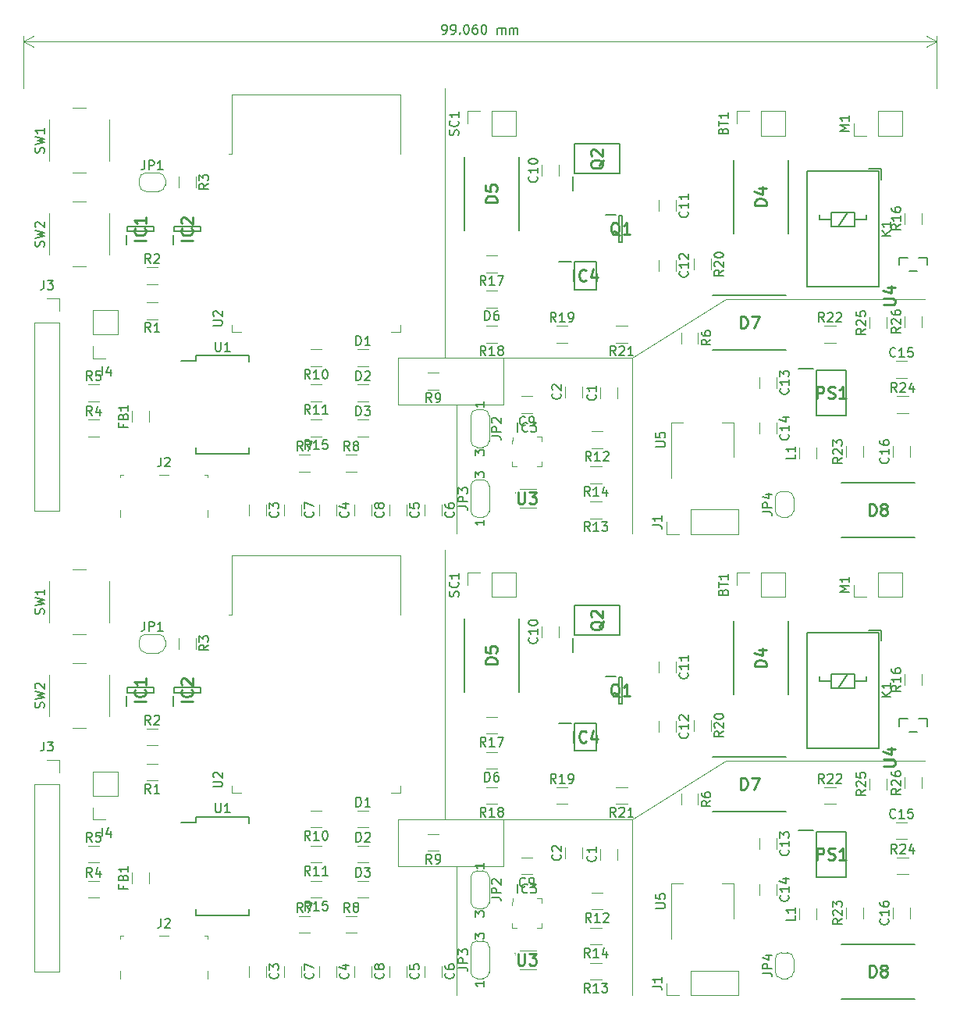
<source format=gto>
G04 #@! TF.GenerationSoftware,KiCad,Pcbnew,(5.1.5)-3*
G04 #@! TF.CreationDate,2020-05-20T21:28:27+09:00*
G04 #@! TF.ProjectId,autoplanter,6175746f-706c-4616-9e74-65722e6b6963,rev?*
G04 #@! TF.SameCoordinates,Original*
G04 #@! TF.FileFunction,Legend,Top*
G04 #@! TF.FilePolarity,Positive*
%FSLAX46Y46*%
G04 Gerber Fmt 4.6, Leading zero omitted, Abs format (unit mm)*
G04 Created by KiCad (PCBNEW (5.1.5)-3) date 2020-05-20 21:28:27*
%MOMM*%
%LPD*%
G04 APERTURE LIST*
%ADD10C,0.120000*%
%ADD11C,0.150000*%
%ADD12C,0.152400*%
%ADD13C,0.100000*%
%ADD14C,0.200000*%
%ADD15C,0.254000*%
G04 APERTURE END LIST*
D10*
X115570000Y-109690000D02*
X109220000Y-109690000D01*
X104140000Y-104610000D02*
X109220000Y-104610000D01*
X129540000Y-104610000D02*
X109220000Y-104610000D01*
X129540000Y-104610000D02*
X129540000Y-123660000D01*
X109220000Y-104610000D02*
X109220000Y-75400000D01*
X161290000Y-98260000D02*
X139700000Y-98260000D01*
X104140000Y-109690000D02*
X104140000Y-104610000D01*
X115570000Y-104610000D02*
X115570000Y-109690000D01*
X109220000Y-109690000D02*
X104140000Y-109690000D01*
X110490000Y-109690000D02*
X110490000Y-123660000D01*
X139700000Y-98260000D02*
X129540000Y-104610000D01*
X104140000Y-54610000D02*
X109220000Y-54610000D01*
X104140000Y-59690000D02*
X104140000Y-54610000D01*
X109220000Y-59690000D02*
X104140000Y-59690000D01*
X110490000Y-59690000D02*
X110490000Y-73660000D01*
X115570000Y-59690000D02*
X109220000Y-59690000D01*
X115570000Y-54610000D02*
X115570000Y-59690000D01*
X129540000Y-54610000D02*
X129540000Y-73660000D01*
X109220000Y-54610000D02*
X109220000Y-25400000D01*
X129540000Y-54610000D02*
X109220000Y-54610000D01*
X139700000Y-48260000D02*
X129540000Y-54610000D01*
X161290000Y-48260000D02*
X139700000Y-48260000D01*
D11*
X108982380Y-19502380D02*
X109172857Y-19502380D01*
X109268095Y-19454761D01*
X109315714Y-19407142D01*
X109410952Y-19264285D01*
X109458571Y-19073809D01*
X109458571Y-18692857D01*
X109410952Y-18597619D01*
X109363333Y-18550000D01*
X109268095Y-18502380D01*
X109077619Y-18502380D01*
X108982380Y-18550000D01*
X108934761Y-18597619D01*
X108887142Y-18692857D01*
X108887142Y-18930952D01*
X108934761Y-19026190D01*
X108982380Y-19073809D01*
X109077619Y-19121428D01*
X109268095Y-19121428D01*
X109363333Y-19073809D01*
X109410952Y-19026190D01*
X109458571Y-18930952D01*
X109934761Y-19502380D02*
X110125238Y-19502380D01*
X110220476Y-19454761D01*
X110268095Y-19407142D01*
X110363333Y-19264285D01*
X110410952Y-19073809D01*
X110410952Y-18692857D01*
X110363333Y-18597619D01*
X110315714Y-18550000D01*
X110220476Y-18502380D01*
X110030000Y-18502380D01*
X109934761Y-18550000D01*
X109887142Y-18597619D01*
X109839523Y-18692857D01*
X109839523Y-18930952D01*
X109887142Y-19026190D01*
X109934761Y-19073809D01*
X110030000Y-19121428D01*
X110220476Y-19121428D01*
X110315714Y-19073809D01*
X110363333Y-19026190D01*
X110410952Y-18930952D01*
X110839523Y-19407142D02*
X110887142Y-19454761D01*
X110839523Y-19502380D01*
X110791904Y-19454761D01*
X110839523Y-19407142D01*
X110839523Y-19502380D01*
X111506190Y-18502380D02*
X111601428Y-18502380D01*
X111696666Y-18550000D01*
X111744285Y-18597619D01*
X111791904Y-18692857D01*
X111839523Y-18883333D01*
X111839523Y-19121428D01*
X111791904Y-19311904D01*
X111744285Y-19407142D01*
X111696666Y-19454761D01*
X111601428Y-19502380D01*
X111506190Y-19502380D01*
X111410952Y-19454761D01*
X111363333Y-19407142D01*
X111315714Y-19311904D01*
X111268095Y-19121428D01*
X111268095Y-18883333D01*
X111315714Y-18692857D01*
X111363333Y-18597619D01*
X111410952Y-18550000D01*
X111506190Y-18502380D01*
X112696666Y-18502380D02*
X112506190Y-18502380D01*
X112410952Y-18550000D01*
X112363333Y-18597619D01*
X112268095Y-18740476D01*
X112220476Y-18930952D01*
X112220476Y-19311904D01*
X112268095Y-19407142D01*
X112315714Y-19454761D01*
X112410952Y-19502380D01*
X112601428Y-19502380D01*
X112696666Y-19454761D01*
X112744285Y-19407142D01*
X112791904Y-19311904D01*
X112791904Y-19073809D01*
X112744285Y-18978571D01*
X112696666Y-18930952D01*
X112601428Y-18883333D01*
X112410952Y-18883333D01*
X112315714Y-18930952D01*
X112268095Y-18978571D01*
X112220476Y-19073809D01*
X113410952Y-18502380D02*
X113506190Y-18502380D01*
X113601428Y-18550000D01*
X113649047Y-18597619D01*
X113696666Y-18692857D01*
X113744285Y-18883333D01*
X113744285Y-19121428D01*
X113696666Y-19311904D01*
X113649047Y-19407142D01*
X113601428Y-19454761D01*
X113506190Y-19502380D01*
X113410952Y-19502380D01*
X113315714Y-19454761D01*
X113268095Y-19407142D01*
X113220476Y-19311904D01*
X113172857Y-19121428D01*
X113172857Y-18883333D01*
X113220476Y-18692857D01*
X113268095Y-18597619D01*
X113315714Y-18550000D01*
X113410952Y-18502380D01*
X114934761Y-19502380D02*
X114934761Y-18835714D01*
X114934761Y-18930952D02*
X114982380Y-18883333D01*
X115077619Y-18835714D01*
X115220476Y-18835714D01*
X115315714Y-18883333D01*
X115363333Y-18978571D01*
X115363333Y-19502380D01*
X115363333Y-18978571D02*
X115410952Y-18883333D01*
X115506190Y-18835714D01*
X115649047Y-18835714D01*
X115744285Y-18883333D01*
X115791904Y-18978571D01*
X115791904Y-19502380D01*
X116268095Y-19502380D02*
X116268095Y-18835714D01*
X116268095Y-18930952D02*
X116315714Y-18883333D01*
X116410952Y-18835714D01*
X116553809Y-18835714D01*
X116649047Y-18883333D01*
X116696666Y-18978571D01*
X116696666Y-19502380D01*
X116696666Y-18978571D02*
X116744285Y-18883333D01*
X116839523Y-18835714D01*
X116982380Y-18835714D01*
X117077619Y-18883333D01*
X117125238Y-18978571D01*
X117125238Y-19502380D01*
D10*
X63500000Y-20320000D02*
X162560000Y-20320000D01*
X63500000Y-25400000D02*
X63500000Y-19733579D01*
X162560000Y-25400000D02*
X162560000Y-19733579D01*
X162560000Y-20320000D02*
X161433496Y-20906421D01*
X162560000Y-20320000D02*
X161433496Y-19733579D01*
X63500000Y-20320000D02*
X64626504Y-20906421D01*
X63500000Y-20320000D02*
X64626504Y-19733579D01*
X133750000Y-117600000D02*
X133750000Y-111590000D01*
X140570000Y-115350000D02*
X140570000Y-111590000D01*
X133750000Y-111590000D02*
X135010000Y-111590000D01*
X140570000Y-111590000D02*
X139310000Y-111590000D01*
X95852064Y-111320000D02*
X94647936Y-111320000D01*
X95852064Y-113140000D02*
X94647936Y-113140000D01*
X126202064Y-118220000D02*
X124997936Y-118220000D01*
X126202064Y-116400000D02*
X124997936Y-116400000D01*
D12*
X159613600Y-95161200D02*
X160426400Y-95161200D01*
X158521400Y-94145200D02*
X158521400Y-94551600D01*
X158521400Y-93738800D02*
X158521400Y-94145200D01*
X161518600Y-93738800D02*
X160629600Y-93738800D01*
X161518600Y-94551600D02*
X161518600Y-93738800D01*
X159410400Y-93738800D02*
X158521400Y-93738800D01*
D10*
X70310000Y-87700000D02*
X68810000Y-87700000D01*
X66310000Y-88950000D02*
X66310000Y-93450000D01*
X68810000Y-94700000D02*
X70310000Y-94700000D01*
X72810000Y-93450000D02*
X72810000Y-88950000D01*
X154580000Y-115372064D02*
X154580000Y-114167936D01*
X152760000Y-115372064D02*
X152760000Y-114167936D01*
D13*
X116835000Y-119150000D02*
G75*
G03X116835000Y-119250000I0J-50000D01*
G01*
X116835000Y-119250000D02*
G75*
G03X116835000Y-119150000I0J50000D01*
G01*
X116835000Y-119250000D02*
X116835000Y-119250000D01*
X116835000Y-119150000D02*
X116835000Y-119150000D01*
X117335000Y-120850000D02*
X119135000Y-120850000D01*
X117335000Y-118850000D02*
X119135000Y-118850000D01*
D10*
X86130000Y-82465000D02*
X85750000Y-82465000D01*
X86130000Y-76045000D02*
X86130000Y-82465000D01*
X104370000Y-76045000D02*
X104370000Y-82465000D01*
X86130000Y-76045000D02*
X104370000Y-76045000D01*
X104370000Y-101790000D02*
X103370000Y-101790000D01*
X104370000Y-101010000D02*
X104370000Y-101790000D01*
X86130000Y-101790000D02*
X87130000Y-101790000D01*
X86130000Y-101010000D02*
X86130000Y-101790000D01*
D11*
X82215000Y-104940000D02*
X80615000Y-104940000D01*
X82215000Y-115015000D02*
X87965000Y-115015000D01*
X82215000Y-104365000D02*
X87965000Y-104365000D01*
X82215000Y-115015000D02*
X82215000Y-114365000D01*
X87965000Y-115015000D02*
X87965000Y-114365000D01*
X87965000Y-104365000D02*
X87965000Y-105015000D01*
X82215000Y-104365000D02*
X82215000Y-104940000D01*
D10*
X72810000Y-83290000D02*
X72810000Y-78790000D01*
X68810000Y-84540000D02*
X70310000Y-84540000D01*
X66310000Y-78790000D02*
X66310000Y-83290000D01*
X70310000Y-77540000D02*
X68810000Y-77540000D01*
X111700000Y-79210000D02*
X111700000Y-77880000D01*
X111700000Y-77880000D02*
X113030000Y-77880000D01*
X114300000Y-77880000D02*
X116900000Y-77880000D01*
X116900000Y-80540000D02*
X116900000Y-77880000D01*
X114300000Y-80540000D02*
X116900000Y-80540000D01*
X114300000Y-80540000D02*
X114300000Y-77880000D01*
X160930000Y-101272064D02*
X160930000Y-100067936D01*
X159110000Y-101272064D02*
X159110000Y-100067936D01*
X121317936Y-102980000D02*
X122522064Y-102980000D01*
X121317936Y-101160000D02*
X122522064Y-101160000D01*
X159110000Y-90102064D02*
X159110000Y-88897936D01*
X160930000Y-90102064D02*
X160930000Y-88897936D01*
X155300000Y-101402064D02*
X155300000Y-100197936D01*
X157120000Y-101402064D02*
X157120000Y-100197936D01*
X158277936Y-108780000D02*
X159482064Y-108780000D01*
X158277936Y-110600000D02*
X159482064Y-110600000D01*
X150397936Y-102980000D02*
X151602064Y-102980000D01*
X150397936Y-101160000D02*
X151602064Y-101160000D01*
X129002064Y-101160000D02*
X127797936Y-101160000D01*
X129002064Y-102980000D02*
X127797936Y-102980000D01*
X136250000Y-93847936D02*
X136250000Y-95052064D01*
X138070000Y-93847936D02*
X138070000Y-95052064D01*
X114902064Y-102980000D02*
X113697936Y-102980000D01*
X114902064Y-101160000D02*
X113697936Y-101160000D01*
X114902064Y-93540000D02*
X113697936Y-93540000D01*
X114902064Y-95360000D02*
X113697936Y-95360000D01*
X126202064Y-122030000D02*
X124997936Y-122030000D01*
X126202064Y-120210000D02*
X124997936Y-120210000D01*
X95852064Y-107510000D02*
X94647936Y-107510000D01*
X95852064Y-109330000D02*
X94647936Y-109330000D01*
X98457936Y-116950000D02*
X99662064Y-116950000D01*
X98457936Y-115130000D02*
X99662064Y-115130000D01*
X80370000Y-84957936D02*
X80370000Y-86162064D01*
X82190000Y-84957936D02*
X82190000Y-86162064D01*
D14*
X126670000Y-89105000D02*
X127770000Y-89105000D01*
X128120000Y-92090000D02*
X128120000Y-89190000D01*
X128420000Y-92090000D02*
X128120000Y-92090000D01*
X128420000Y-89190000D02*
X128420000Y-92090000D01*
X128120000Y-89190000D02*
X128420000Y-89190000D01*
D10*
X78072064Y-98620000D02*
X76867936Y-98620000D01*
X78072064Y-100440000D02*
X76867936Y-100440000D01*
X147680000Y-115502064D02*
X147680000Y-114297936D01*
X149500000Y-115502064D02*
X149500000Y-114297936D01*
D11*
X152908000Y-88862000D02*
X151892000Y-90386000D01*
X151130000Y-88862000D02*
X153670000Y-88862000D01*
X151130000Y-90386000D02*
X151130000Y-88862000D01*
X153670000Y-90386000D02*
X151130000Y-90386000D01*
X153670000Y-88862000D02*
X153670000Y-90386000D01*
X149860000Y-89624000D02*
X149860000Y-89116000D01*
X151130000Y-89624000D02*
X149860000Y-89624000D01*
X154940000Y-89624000D02*
X153670000Y-89624000D01*
X154940000Y-89116000D02*
X154940000Y-89624000D01*
X156565600Y-84112200D02*
X155232100Y-84112200D01*
X156565600Y-85255200D02*
X156565600Y-84112200D01*
X156310000Y-96900000D02*
X156310000Y-84380000D01*
X148490000Y-96900000D02*
X156310000Y-96900000D01*
X148490000Y-84380000D02*
X148490000Y-96900000D01*
X156310000Y-84380000D02*
X148490000Y-84380000D01*
D10*
X112730000Y-110210000D02*
X113330000Y-110210000D01*
X112030000Y-113660000D02*
X112030000Y-110860000D01*
X113330000Y-114310000D02*
X112730000Y-114310000D01*
X114030000Y-110860000D02*
X114030000Y-113660000D01*
X114030000Y-113610000D02*
G75*
G02X113330000Y-114310000I-700000J0D01*
G01*
X112730000Y-114310000D02*
G75*
G02X112030000Y-113610000I0J700000D01*
G01*
X112030000Y-110910000D02*
G75*
G02X112730000Y-110210000I700000J0D01*
G01*
X113330000Y-110210000D02*
G75*
G02X114030000Y-110910000I0J-700000D01*
G01*
D13*
X83440000Y-121080000D02*
X83440000Y-121880000D01*
X74040000Y-121080000D02*
X74040000Y-121880000D01*
X74040000Y-117280000D02*
X74340000Y-117280000D01*
X74040000Y-117280000D02*
X74040000Y-117580000D01*
X83440000Y-117280000D02*
X83440000Y-117580000D01*
X83140000Y-117280000D02*
X83440000Y-117280000D01*
X78240000Y-117280000D02*
X79240000Y-117280000D01*
D10*
X158147936Y-104970000D02*
X159352064Y-104970000D01*
X158147936Y-106790000D02*
X159352064Y-106790000D01*
X72390000Y-104670000D02*
X71060000Y-104670000D01*
X71060000Y-104670000D02*
X71060000Y-103340000D01*
X71060000Y-102070000D02*
X71060000Y-99470000D01*
X73720000Y-99470000D02*
X71060000Y-99470000D01*
X73720000Y-102070000D02*
X73720000Y-99470000D01*
X73720000Y-102070000D02*
X71060000Y-102070000D01*
X77110000Y-111562064D02*
X77110000Y-110357936D01*
X75290000Y-111562064D02*
X75290000Y-110357936D01*
D14*
X146210000Y-97848000D02*
X138270000Y-97848000D01*
X138270000Y-103752000D02*
X146210000Y-103752000D01*
D10*
X114902064Y-99170000D02*
X113697936Y-99170000D01*
X114902064Y-97350000D02*
X113697936Y-97350000D01*
D14*
X79820000Y-90915000D02*
X79820000Y-90365000D01*
X79820000Y-90365000D02*
X82740000Y-90365000D01*
X82740000Y-90365000D02*
X82740000Y-90915000D01*
X82740000Y-90915000D02*
X79820000Y-90915000D01*
X79730000Y-92315000D02*
X79730000Y-91265000D01*
D13*
X116510000Y-116370000D02*
X117010000Y-116370000D01*
X116510000Y-116370000D02*
X116510000Y-115870000D01*
X119710000Y-113170000D02*
X119210000Y-113170000D01*
X119710000Y-113170000D02*
X119710000Y-113670000D01*
X119710000Y-116370000D02*
X119210000Y-116370000D01*
X119710000Y-116370000D02*
X119710000Y-115870000D01*
X116510000Y-113920000D02*
X116510000Y-113620000D01*
X116610000Y-113520000D02*
X116610000Y-113220000D01*
X116510000Y-113620000D02*
X116610000Y-113520000D01*
D10*
X112730000Y-121900000D02*
G75*
G02X112030000Y-121200000I0J700000D01*
G01*
X114030000Y-121200000D02*
G75*
G02X113330000Y-121900000I-700000J0D01*
G01*
X113330000Y-117800000D02*
G75*
G02X114030000Y-118500000I0J-700000D01*
G01*
X112030000Y-118500000D02*
G75*
G02X112730000Y-117800000I700000J0D01*
G01*
X112030000Y-121250000D02*
X112030000Y-118450000D01*
X112730000Y-117800000D02*
X113330000Y-117800000D01*
X114030000Y-118450000D02*
X114030000Y-121250000D01*
X113330000Y-121900000D02*
X112730000Y-121900000D01*
D14*
X117252000Y-90800000D02*
X117252000Y-82860000D01*
X111348000Y-82860000D02*
X111348000Y-90800000D01*
D10*
X99727936Y-105520000D02*
X100932064Y-105520000D01*
X99727936Y-103700000D02*
X100932064Y-103700000D01*
X143362000Y-111627936D02*
X143362000Y-112832064D01*
X145182000Y-111627936D02*
X145182000Y-112832064D01*
X70517936Y-107510000D02*
X71722064Y-107510000D01*
X70517936Y-109330000D02*
X71722064Y-109330000D01*
X99727936Y-107510000D02*
X100932064Y-107510000D01*
X99727936Y-109330000D02*
X100932064Y-109330000D01*
X153610000Y-80540000D02*
X153610000Y-79210000D01*
X154940000Y-80540000D02*
X153610000Y-80540000D01*
X156210000Y-80540000D02*
X156210000Y-77880000D01*
X156210000Y-77880000D02*
X158810000Y-77880000D01*
X156210000Y-80540000D02*
X158810000Y-80540000D01*
X158810000Y-80540000D02*
X158810000Y-77880000D01*
X145182000Y-106677936D02*
X145182000Y-107882064D01*
X143362000Y-106677936D02*
X143362000Y-107882064D01*
D14*
X123125000Y-86495000D02*
X123125000Y-84970000D01*
X128180000Y-84620000D02*
X123280000Y-84620000D01*
X128180000Y-81420000D02*
X128180000Y-84620000D01*
X123280000Y-81420000D02*
X128180000Y-81420000D01*
X123280000Y-84620000D02*
X123280000Y-81420000D01*
X121560000Y-94220000D02*
X122960000Y-94220000D01*
X123310000Y-97220000D02*
X123310000Y-94220000D01*
X125610000Y-97220000D02*
X123310000Y-97220000D01*
X125610000Y-94220000D02*
X125610000Y-97220000D01*
X123310000Y-94220000D02*
X125610000Y-94220000D01*
X147605000Y-105815000D02*
X149180000Y-105815000D01*
X149530000Y-110870000D02*
X149530000Y-105970000D01*
X152730000Y-110870000D02*
X149530000Y-110870000D01*
X152730000Y-105970000D02*
X152730000Y-110870000D01*
X149530000Y-105970000D02*
X152730000Y-105970000D01*
X160180000Y-118168000D02*
X152240000Y-118168000D01*
X152240000Y-124072000D02*
X160180000Y-124072000D01*
D10*
X70517936Y-113140000D02*
X71722064Y-113140000D01*
X70517936Y-111320000D02*
X71722064Y-111320000D01*
X145050000Y-119770000D02*
G75*
G02X145750000Y-119070000I700000J0D01*
G01*
X146350000Y-119070000D02*
G75*
G02X147050000Y-119770000I0J-700000D01*
G01*
X147050000Y-121170000D02*
G75*
G02X146350000Y-121870000I-700000J0D01*
G01*
X145750000Y-121870000D02*
G75*
G02X145050000Y-121170000I0J700000D01*
G01*
X146350000Y-121870000D02*
X145750000Y-121870000D01*
X147050000Y-119770000D02*
X147050000Y-121170000D01*
X145750000Y-119070000D02*
X146350000Y-119070000D01*
X145050000Y-121170000D02*
X145050000Y-119770000D01*
X108552064Y-108060000D02*
X107347936Y-108060000D01*
X108552064Y-106240000D02*
X107347936Y-106240000D01*
X134853000Y-101848936D02*
X134853000Y-103053064D01*
X136673000Y-101848936D02*
X136673000Y-103053064D01*
X66040000Y-98200000D02*
X67370000Y-98200000D01*
X67370000Y-98200000D02*
X67370000Y-99530000D01*
X67370000Y-100800000D02*
X67370000Y-121180000D01*
X64710000Y-121180000D02*
X67370000Y-121180000D01*
X64710000Y-100800000D02*
X64710000Y-121180000D01*
X64710000Y-100800000D02*
X67370000Y-100800000D01*
D14*
X74650000Y-92315000D02*
X74650000Y-91265000D01*
X77660000Y-90915000D02*
X74740000Y-90915000D01*
X77660000Y-90365000D02*
X77660000Y-90915000D01*
X74740000Y-90365000D02*
X77660000Y-90365000D01*
X74740000Y-90915000D02*
X74740000Y-90365000D01*
X140558000Y-83170000D02*
X140558000Y-91110000D01*
X146462000Y-91110000D02*
X146462000Y-83170000D01*
D10*
X126332064Y-114410000D02*
X125127936Y-114410000D01*
X126332064Y-112590000D02*
X125127936Y-112590000D01*
X95852064Y-103700000D02*
X94647936Y-103700000D01*
X95852064Y-105520000D02*
X94647936Y-105520000D01*
X93377936Y-115130000D02*
X94582064Y-115130000D01*
X93377936Y-116950000D02*
X94582064Y-116950000D01*
X76867936Y-94810000D02*
X78072064Y-94810000D01*
X76867936Y-96630000D02*
X78072064Y-96630000D01*
X133290000Y-123720000D02*
X133290000Y-122390000D01*
X134620000Y-123720000D02*
X133290000Y-123720000D01*
X135890000Y-123720000D02*
X135890000Y-121060000D01*
X135890000Y-121060000D02*
X141030000Y-121060000D01*
X135890000Y-123720000D02*
X141030000Y-123720000D01*
X141030000Y-123720000D02*
X141030000Y-121060000D01*
X99727936Y-111320000D02*
X100932064Y-111320000D01*
X99727936Y-113140000D02*
X100932064Y-113140000D01*
X76770000Y-84560000D02*
X78170000Y-84560000D01*
X78870000Y-85260000D02*
X78870000Y-85860000D01*
X78170000Y-86560000D02*
X76770000Y-86560000D01*
X76070000Y-85860000D02*
X76070000Y-85260000D01*
X76070000Y-85260000D02*
G75*
G02X76770000Y-84560000I700000J0D01*
G01*
X76770000Y-86560000D02*
G75*
G02X76070000Y-85860000I0J700000D01*
G01*
X78870000Y-85860000D02*
G75*
G02X78170000Y-86560000I-700000J0D01*
G01*
X78170000Y-84560000D02*
G75*
G02X78870000Y-85260000I0J-700000D01*
G01*
X159660000Y-115372064D02*
X159660000Y-114167936D01*
X157840000Y-115372064D02*
X157840000Y-114167936D01*
X108860000Y-120517936D02*
X108860000Y-121722064D01*
X107040000Y-120517936D02*
X107040000Y-121722064D01*
X103230000Y-120517936D02*
X103230000Y-121722064D01*
X105050000Y-120517936D02*
X105050000Y-121722064D01*
X121560000Y-84892064D02*
X121560000Y-83687936D01*
X119740000Y-84892064D02*
X119740000Y-83687936D01*
X93620000Y-120517936D02*
X93620000Y-121722064D01*
X91800000Y-120517936D02*
X91800000Y-121722064D01*
X118712064Y-108780000D02*
X117507936Y-108780000D01*
X118712064Y-110600000D02*
X117507936Y-110600000D01*
X134260000Y-93977936D02*
X134260000Y-95182064D01*
X132440000Y-93977936D02*
X132440000Y-95182064D01*
X95610000Y-120517936D02*
X95610000Y-121722064D01*
X97430000Y-120517936D02*
X97430000Y-121722064D01*
X89810000Y-120517936D02*
X89810000Y-121722064D01*
X87990000Y-120517936D02*
X87990000Y-121722064D01*
X122280000Y-108892064D02*
X122280000Y-107687936D01*
X124100000Y-108892064D02*
X124100000Y-107687936D01*
X126090000Y-109022064D02*
X126090000Y-107817936D01*
X127910000Y-109022064D02*
X127910000Y-107817936D01*
X143510000Y-80540000D02*
X143510000Y-77880000D01*
X143510000Y-80540000D02*
X146110000Y-80540000D01*
X146110000Y-80540000D02*
X146110000Y-77880000D01*
X143510000Y-77880000D02*
X146110000Y-77880000D01*
X140910000Y-77880000D02*
X142240000Y-77880000D01*
X140910000Y-79210000D02*
X140910000Y-77880000D01*
X99420000Y-120517936D02*
X99420000Y-121722064D01*
X101240000Y-120517936D02*
X101240000Y-121722064D01*
X132440000Y-87497936D02*
X132440000Y-88702064D01*
X134260000Y-87497936D02*
X134260000Y-88702064D01*
X140910000Y-29210000D02*
X140910000Y-27880000D01*
X140910000Y-27880000D02*
X142240000Y-27880000D01*
X143510000Y-27880000D02*
X146110000Y-27880000D01*
X146110000Y-30540000D02*
X146110000Y-27880000D01*
X143510000Y-30540000D02*
X146110000Y-30540000D01*
X143510000Y-30540000D02*
X143510000Y-27880000D01*
X127910000Y-59022064D02*
X127910000Y-57817936D01*
X126090000Y-59022064D02*
X126090000Y-57817936D01*
X124100000Y-58892064D02*
X124100000Y-57687936D01*
X122280000Y-58892064D02*
X122280000Y-57687936D01*
X87990000Y-70517936D02*
X87990000Y-71722064D01*
X89810000Y-70517936D02*
X89810000Y-71722064D01*
X97430000Y-70517936D02*
X97430000Y-71722064D01*
X95610000Y-70517936D02*
X95610000Y-71722064D01*
X105050000Y-70517936D02*
X105050000Y-71722064D01*
X103230000Y-70517936D02*
X103230000Y-71722064D01*
X107040000Y-70517936D02*
X107040000Y-71722064D01*
X108860000Y-70517936D02*
X108860000Y-71722064D01*
X91800000Y-70517936D02*
X91800000Y-71722064D01*
X93620000Y-70517936D02*
X93620000Y-71722064D01*
X101240000Y-70517936D02*
X101240000Y-71722064D01*
X99420000Y-70517936D02*
X99420000Y-71722064D01*
X118712064Y-60600000D02*
X117507936Y-60600000D01*
X118712064Y-58780000D02*
X117507936Y-58780000D01*
X119740000Y-34892064D02*
X119740000Y-33687936D01*
X121560000Y-34892064D02*
X121560000Y-33687936D01*
X134260000Y-37497936D02*
X134260000Y-38702064D01*
X132440000Y-37497936D02*
X132440000Y-38702064D01*
X132440000Y-43977936D02*
X132440000Y-45182064D01*
X134260000Y-43977936D02*
X134260000Y-45182064D01*
X143362000Y-56677936D02*
X143362000Y-57882064D01*
X145182000Y-56677936D02*
X145182000Y-57882064D01*
X145182000Y-61627936D02*
X145182000Y-62832064D01*
X143362000Y-61627936D02*
X143362000Y-62832064D01*
X158147936Y-56790000D02*
X159352064Y-56790000D01*
X158147936Y-54970000D02*
X159352064Y-54970000D01*
X157840000Y-65372064D02*
X157840000Y-64167936D01*
X159660000Y-65372064D02*
X159660000Y-64167936D01*
X99727936Y-53700000D02*
X100932064Y-53700000D01*
X99727936Y-55520000D02*
X100932064Y-55520000D01*
X99727936Y-59330000D02*
X100932064Y-59330000D01*
X99727936Y-57510000D02*
X100932064Y-57510000D01*
X99727936Y-63140000D02*
X100932064Y-63140000D01*
X99727936Y-61320000D02*
X100932064Y-61320000D01*
D14*
X146462000Y-41110000D02*
X146462000Y-33170000D01*
X140558000Y-33170000D02*
X140558000Y-41110000D01*
X111348000Y-32860000D02*
X111348000Y-40800000D01*
X117252000Y-40800000D02*
X117252000Y-32860000D01*
D10*
X114902064Y-47350000D02*
X113697936Y-47350000D01*
X114902064Y-49170000D02*
X113697936Y-49170000D01*
D14*
X138270000Y-53752000D02*
X146210000Y-53752000D01*
X146210000Y-47848000D02*
X138270000Y-47848000D01*
X152240000Y-74072000D02*
X160180000Y-74072000D01*
X160180000Y-68168000D02*
X152240000Y-68168000D01*
D10*
X75290000Y-61562064D02*
X75290000Y-60357936D01*
X77110000Y-61562064D02*
X77110000Y-60357936D01*
D14*
X74740000Y-40915000D02*
X74740000Y-40365000D01*
X74740000Y-40365000D02*
X77660000Y-40365000D01*
X77660000Y-40365000D02*
X77660000Y-40915000D01*
X77660000Y-40915000D02*
X74740000Y-40915000D01*
X74650000Y-42315000D02*
X74650000Y-41265000D01*
X79730000Y-42315000D02*
X79730000Y-41265000D01*
X82740000Y-40915000D02*
X79820000Y-40915000D01*
X82740000Y-40365000D02*
X82740000Y-40915000D01*
X79820000Y-40365000D02*
X82740000Y-40365000D01*
X79820000Y-40915000D02*
X79820000Y-40365000D01*
D13*
X116510000Y-63620000D02*
X116610000Y-63520000D01*
X116610000Y-63520000D02*
X116610000Y-63220000D01*
X116510000Y-63920000D02*
X116510000Y-63620000D01*
X119710000Y-66370000D02*
X119710000Y-65870000D01*
X119710000Y-66370000D02*
X119210000Y-66370000D01*
X119710000Y-63170000D02*
X119710000Y-63670000D01*
X119710000Y-63170000D02*
X119210000Y-63170000D01*
X116510000Y-66370000D02*
X116510000Y-65870000D01*
X116510000Y-66370000D02*
X117010000Y-66370000D01*
D14*
X123310000Y-44220000D02*
X125610000Y-44220000D01*
X125610000Y-44220000D02*
X125610000Y-47220000D01*
X125610000Y-47220000D02*
X123310000Y-47220000D01*
X123310000Y-47220000D02*
X123310000Y-44220000D01*
X121560000Y-44220000D02*
X122960000Y-44220000D01*
D10*
X141030000Y-73720000D02*
X141030000Y-71060000D01*
X135890000Y-73720000D02*
X141030000Y-73720000D01*
X135890000Y-71060000D02*
X141030000Y-71060000D01*
X135890000Y-73720000D02*
X135890000Y-71060000D01*
X134620000Y-73720000D02*
X133290000Y-73720000D01*
X133290000Y-73720000D02*
X133290000Y-72390000D01*
D13*
X78240000Y-67280000D02*
X79240000Y-67280000D01*
X83140000Y-67280000D02*
X83440000Y-67280000D01*
X83440000Y-67280000D02*
X83440000Y-67580000D01*
X74040000Y-67280000D02*
X74040000Y-67580000D01*
X74040000Y-67280000D02*
X74340000Y-67280000D01*
X74040000Y-71080000D02*
X74040000Y-71880000D01*
X83440000Y-71080000D02*
X83440000Y-71880000D01*
D10*
X64710000Y-50800000D02*
X67370000Y-50800000D01*
X64710000Y-50800000D02*
X64710000Y-71180000D01*
X64710000Y-71180000D02*
X67370000Y-71180000D01*
X67370000Y-50800000D02*
X67370000Y-71180000D01*
X67370000Y-48200000D02*
X67370000Y-49530000D01*
X66040000Y-48200000D02*
X67370000Y-48200000D01*
X73720000Y-52070000D02*
X71060000Y-52070000D01*
X73720000Y-52070000D02*
X73720000Y-49470000D01*
X73720000Y-49470000D02*
X71060000Y-49470000D01*
X71060000Y-52070000D02*
X71060000Y-49470000D01*
X71060000Y-54670000D02*
X71060000Y-53340000D01*
X72390000Y-54670000D02*
X71060000Y-54670000D01*
X78170000Y-34560000D02*
G75*
G02X78870000Y-35260000I0J-700000D01*
G01*
X78870000Y-35860000D02*
G75*
G02X78170000Y-36560000I-700000J0D01*
G01*
X76770000Y-36560000D02*
G75*
G02X76070000Y-35860000I0J700000D01*
G01*
X76070000Y-35260000D02*
G75*
G02X76770000Y-34560000I700000J0D01*
G01*
X76070000Y-35860000D02*
X76070000Y-35260000D01*
X78170000Y-36560000D02*
X76770000Y-36560000D01*
X78870000Y-35260000D02*
X78870000Y-35860000D01*
X76770000Y-34560000D02*
X78170000Y-34560000D01*
X113330000Y-60210000D02*
G75*
G02X114030000Y-60910000I0J-700000D01*
G01*
X112030000Y-60910000D02*
G75*
G02X112730000Y-60210000I700000J0D01*
G01*
X112730000Y-64310000D02*
G75*
G02X112030000Y-63610000I0J700000D01*
G01*
X114030000Y-63610000D02*
G75*
G02X113330000Y-64310000I-700000J0D01*
G01*
X114030000Y-60860000D02*
X114030000Y-63660000D01*
X113330000Y-64310000D02*
X112730000Y-64310000D01*
X112030000Y-63660000D02*
X112030000Y-60860000D01*
X112730000Y-60210000D02*
X113330000Y-60210000D01*
X113330000Y-71900000D02*
X112730000Y-71900000D01*
X114030000Y-68450000D02*
X114030000Y-71250000D01*
X112730000Y-67800000D02*
X113330000Y-67800000D01*
X112030000Y-71250000D02*
X112030000Y-68450000D01*
X112030000Y-68500000D02*
G75*
G02X112730000Y-67800000I700000J0D01*
G01*
X113330000Y-67800000D02*
G75*
G02X114030000Y-68500000I0J-700000D01*
G01*
X114030000Y-71200000D02*
G75*
G02X113330000Y-71900000I-700000J0D01*
G01*
X112730000Y-71900000D02*
G75*
G02X112030000Y-71200000I0J700000D01*
G01*
X145050000Y-71170000D02*
X145050000Y-69770000D01*
X145750000Y-69070000D02*
X146350000Y-69070000D01*
X147050000Y-69770000D02*
X147050000Y-71170000D01*
X146350000Y-71870000D02*
X145750000Y-71870000D01*
X145750000Y-71870000D02*
G75*
G02X145050000Y-71170000I0J700000D01*
G01*
X147050000Y-71170000D02*
G75*
G02X146350000Y-71870000I-700000J0D01*
G01*
X146350000Y-69070000D02*
G75*
G02X147050000Y-69770000I0J-700000D01*
G01*
X145050000Y-69770000D02*
G75*
G02X145750000Y-69070000I700000J0D01*
G01*
D11*
X156310000Y-34380000D02*
X148490000Y-34380000D01*
X148490000Y-34380000D02*
X148490000Y-46900000D01*
X148490000Y-46900000D02*
X156310000Y-46900000D01*
X156310000Y-46900000D02*
X156310000Y-34380000D01*
X156565600Y-35255200D02*
X156565600Y-34112200D01*
X156565600Y-34112200D02*
X155232100Y-34112200D01*
X154940000Y-39116000D02*
X154940000Y-39624000D01*
X154940000Y-39624000D02*
X153670000Y-39624000D01*
X151130000Y-39624000D02*
X149860000Y-39624000D01*
X149860000Y-39624000D02*
X149860000Y-39116000D01*
X153670000Y-38862000D02*
X153670000Y-40386000D01*
X153670000Y-40386000D02*
X151130000Y-40386000D01*
X151130000Y-40386000D02*
X151130000Y-38862000D01*
X151130000Y-38862000D02*
X153670000Y-38862000D01*
X152908000Y-38862000D02*
X151892000Y-40386000D01*
D10*
X149500000Y-65502064D02*
X149500000Y-64297936D01*
X147680000Y-65502064D02*
X147680000Y-64297936D01*
X158810000Y-30540000D02*
X158810000Y-27880000D01*
X156210000Y-30540000D02*
X158810000Y-30540000D01*
X156210000Y-27880000D02*
X158810000Y-27880000D01*
X156210000Y-30540000D02*
X156210000Y-27880000D01*
X154940000Y-30540000D02*
X153610000Y-30540000D01*
X153610000Y-30540000D02*
X153610000Y-29210000D01*
D14*
X149530000Y-55970000D02*
X152730000Y-55970000D01*
X152730000Y-55970000D02*
X152730000Y-60870000D01*
X152730000Y-60870000D02*
X149530000Y-60870000D01*
X149530000Y-60870000D02*
X149530000Y-55970000D01*
X147605000Y-55815000D02*
X149180000Y-55815000D01*
X128120000Y-39190000D02*
X128420000Y-39190000D01*
X128420000Y-39190000D02*
X128420000Y-42090000D01*
X128420000Y-42090000D02*
X128120000Y-42090000D01*
X128120000Y-42090000D02*
X128120000Y-39190000D01*
X126670000Y-39105000D02*
X127770000Y-39105000D01*
X123280000Y-34620000D02*
X123280000Y-31420000D01*
X123280000Y-31420000D02*
X128180000Y-31420000D01*
X128180000Y-31420000D02*
X128180000Y-34620000D01*
X128180000Y-34620000D02*
X123280000Y-34620000D01*
X123125000Y-36495000D02*
X123125000Y-34970000D01*
D10*
X78072064Y-50440000D02*
X76867936Y-50440000D01*
X78072064Y-48620000D02*
X76867936Y-48620000D01*
X76867936Y-46630000D02*
X78072064Y-46630000D01*
X76867936Y-44810000D02*
X78072064Y-44810000D01*
X82190000Y-34957936D02*
X82190000Y-36162064D01*
X80370000Y-34957936D02*
X80370000Y-36162064D01*
X70517936Y-61320000D02*
X71722064Y-61320000D01*
X70517936Y-63140000D02*
X71722064Y-63140000D01*
X70517936Y-59330000D02*
X71722064Y-59330000D01*
X70517936Y-57510000D02*
X71722064Y-57510000D01*
X136673000Y-51848936D02*
X136673000Y-53053064D01*
X134853000Y-51848936D02*
X134853000Y-53053064D01*
X93377936Y-66950000D02*
X94582064Y-66950000D01*
X93377936Y-65130000D02*
X94582064Y-65130000D01*
X98457936Y-65130000D02*
X99662064Y-65130000D01*
X98457936Y-66950000D02*
X99662064Y-66950000D01*
X108552064Y-56240000D02*
X107347936Y-56240000D01*
X108552064Y-58060000D02*
X107347936Y-58060000D01*
X95852064Y-55520000D02*
X94647936Y-55520000D01*
X95852064Y-53700000D02*
X94647936Y-53700000D01*
X95852064Y-59330000D02*
X94647936Y-59330000D01*
X95852064Y-57510000D02*
X94647936Y-57510000D01*
X126332064Y-62590000D02*
X125127936Y-62590000D01*
X126332064Y-64410000D02*
X125127936Y-64410000D01*
X126202064Y-70210000D02*
X124997936Y-70210000D01*
X126202064Y-72030000D02*
X124997936Y-72030000D01*
X126202064Y-66400000D02*
X124997936Y-66400000D01*
X126202064Y-68220000D02*
X124997936Y-68220000D01*
X95852064Y-63140000D02*
X94647936Y-63140000D01*
X95852064Y-61320000D02*
X94647936Y-61320000D01*
X160930000Y-40102064D02*
X160930000Y-38897936D01*
X159110000Y-40102064D02*
X159110000Y-38897936D01*
X114902064Y-45360000D02*
X113697936Y-45360000D01*
X114902064Y-43540000D02*
X113697936Y-43540000D01*
X114902064Y-51160000D02*
X113697936Y-51160000D01*
X114902064Y-52980000D02*
X113697936Y-52980000D01*
X121317936Y-51160000D02*
X122522064Y-51160000D01*
X121317936Y-52980000D02*
X122522064Y-52980000D01*
X138070000Y-43847936D02*
X138070000Y-45052064D01*
X136250000Y-43847936D02*
X136250000Y-45052064D01*
X129002064Y-52980000D02*
X127797936Y-52980000D01*
X129002064Y-51160000D02*
X127797936Y-51160000D01*
X150397936Y-51160000D02*
X151602064Y-51160000D01*
X150397936Y-52980000D02*
X151602064Y-52980000D01*
X152760000Y-65372064D02*
X152760000Y-64167936D01*
X154580000Y-65372064D02*
X154580000Y-64167936D01*
X158277936Y-60600000D02*
X159482064Y-60600000D01*
X158277936Y-58780000D02*
X159482064Y-58780000D01*
X157120000Y-51402064D02*
X157120000Y-50197936D01*
X155300000Y-51402064D02*
X155300000Y-50197936D01*
X159110000Y-51272064D02*
X159110000Y-50067936D01*
X160930000Y-51272064D02*
X160930000Y-50067936D01*
X114300000Y-30540000D02*
X114300000Y-27880000D01*
X114300000Y-30540000D02*
X116900000Y-30540000D01*
X116900000Y-30540000D02*
X116900000Y-27880000D01*
X114300000Y-27880000D02*
X116900000Y-27880000D01*
X111700000Y-27880000D02*
X113030000Y-27880000D01*
X111700000Y-29210000D02*
X111700000Y-27880000D01*
X70310000Y-27540000D02*
X68810000Y-27540000D01*
X66310000Y-28790000D02*
X66310000Y-33290000D01*
X68810000Y-34540000D02*
X70310000Y-34540000D01*
X72810000Y-33290000D02*
X72810000Y-28790000D01*
X72810000Y-43450000D02*
X72810000Y-38950000D01*
X68810000Y-44700000D02*
X70310000Y-44700000D01*
X66310000Y-38950000D02*
X66310000Y-43450000D01*
X70310000Y-37700000D02*
X68810000Y-37700000D01*
D11*
X82215000Y-54365000D02*
X82215000Y-54940000D01*
X87965000Y-54365000D02*
X87965000Y-55015000D01*
X87965000Y-65015000D02*
X87965000Y-64365000D01*
X82215000Y-65015000D02*
X82215000Y-64365000D01*
X82215000Y-54365000D02*
X87965000Y-54365000D01*
X82215000Y-65015000D02*
X87965000Y-65015000D01*
X82215000Y-54940000D02*
X80615000Y-54940000D01*
D10*
X86130000Y-51010000D02*
X86130000Y-51790000D01*
X86130000Y-51790000D02*
X87130000Y-51790000D01*
X104370000Y-51010000D02*
X104370000Y-51790000D01*
X104370000Y-51790000D02*
X103370000Y-51790000D01*
X86130000Y-26045000D02*
X104370000Y-26045000D01*
X104370000Y-26045000D02*
X104370000Y-32465000D01*
X86130000Y-26045000D02*
X86130000Y-32465000D01*
X86130000Y-32465000D02*
X85750000Y-32465000D01*
D13*
X117335000Y-68850000D02*
X119135000Y-68850000D01*
X117335000Y-70850000D02*
X119135000Y-70850000D01*
X116835000Y-69150000D02*
X116835000Y-69150000D01*
X116835000Y-69250000D02*
X116835000Y-69250000D01*
X116835000Y-69250000D02*
G75*
G03X116835000Y-69150000I0J50000D01*
G01*
X116835000Y-69150000D02*
G75*
G03X116835000Y-69250000I0J-50000D01*
G01*
D12*
X159410400Y-43738800D02*
X158521400Y-43738800D01*
X161518600Y-44551600D02*
X161518600Y-43738800D01*
X161518600Y-43738800D02*
X160629600Y-43738800D01*
X158521400Y-43738800D02*
X158521400Y-44145200D01*
X158521400Y-44145200D02*
X158521400Y-44551600D01*
X159613600Y-45161200D02*
X160426400Y-45161200D01*
D10*
X140570000Y-61590000D02*
X139310000Y-61590000D01*
X133750000Y-61590000D02*
X135010000Y-61590000D01*
X140570000Y-65350000D02*
X140570000Y-61590000D01*
X133750000Y-67600000D02*
X133750000Y-61590000D01*
D11*
X132112380Y-114261904D02*
X132921904Y-114261904D01*
X133017142Y-114214285D01*
X133064761Y-114166666D01*
X133112380Y-114071428D01*
X133112380Y-113880952D01*
X133064761Y-113785714D01*
X133017142Y-113738095D01*
X132921904Y-113690476D01*
X132112380Y-113690476D01*
X132112380Y-112738095D02*
X132112380Y-113214285D01*
X132588571Y-113261904D01*
X132540952Y-113214285D01*
X132493333Y-113119047D01*
X132493333Y-112880952D01*
X132540952Y-112785714D01*
X132588571Y-112738095D01*
X132683809Y-112690476D01*
X132921904Y-112690476D01*
X133017142Y-112738095D01*
X133064761Y-112785714D01*
X133112380Y-112880952D01*
X133112380Y-113119047D01*
X133064761Y-113214285D01*
X133017142Y-113261904D01*
X94607142Y-114502380D02*
X94273809Y-114026190D01*
X94035714Y-114502380D02*
X94035714Y-113502380D01*
X94416666Y-113502380D01*
X94511904Y-113550000D01*
X94559523Y-113597619D01*
X94607142Y-113692857D01*
X94607142Y-113835714D01*
X94559523Y-113930952D01*
X94511904Y-113978571D01*
X94416666Y-114026190D01*
X94035714Y-114026190D01*
X95559523Y-114502380D02*
X94988095Y-114502380D01*
X95273809Y-114502380D02*
X95273809Y-113502380D01*
X95178571Y-113645238D01*
X95083333Y-113740476D01*
X94988095Y-113788095D01*
X96464285Y-113502380D02*
X95988095Y-113502380D01*
X95940476Y-113978571D01*
X95988095Y-113930952D01*
X96083333Y-113883333D01*
X96321428Y-113883333D01*
X96416666Y-113930952D01*
X96464285Y-113978571D01*
X96511904Y-114073809D01*
X96511904Y-114311904D01*
X96464285Y-114407142D01*
X96416666Y-114454761D01*
X96321428Y-114502380D01*
X96083333Y-114502380D01*
X95988095Y-114454761D01*
X95940476Y-114407142D01*
X124957142Y-119582380D02*
X124623809Y-119106190D01*
X124385714Y-119582380D02*
X124385714Y-118582380D01*
X124766666Y-118582380D01*
X124861904Y-118630000D01*
X124909523Y-118677619D01*
X124957142Y-118772857D01*
X124957142Y-118915714D01*
X124909523Y-119010952D01*
X124861904Y-119058571D01*
X124766666Y-119106190D01*
X124385714Y-119106190D01*
X125909523Y-119582380D02*
X125338095Y-119582380D01*
X125623809Y-119582380D02*
X125623809Y-118582380D01*
X125528571Y-118725238D01*
X125433333Y-118820476D01*
X125338095Y-118868095D01*
X126766666Y-118915714D02*
X126766666Y-119582380D01*
X126528571Y-118534761D02*
X126290476Y-119249047D01*
X126909523Y-119249047D01*
D15*
X156784523Y-98872019D02*
X157812619Y-98872019D01*
X157933571Y-98811542D01*
X157994047Y-98751066D01*
X158054523Y-98630114D01*
X158054523Y-98388209D01*
X157994047Y-98267257D01*
X157933571Y-98206780D01*
X157812619Y-98146304D01*
X156784523Y-98146304D01*
X157207857Y-96997257D02*
X158054523Y-96997257D01*
X156724047Y-97299638D02*
X157631190Y-97602019D01*
X157631190Y-96815828D01*
D11*
X65714761Y-92533333D02*
X65762380Y-92390476D01*
X65762380Y-92152380D01*
X65714761Y-92057142D01*
X65667142Y-92009523D01*
X65571904Y-91961904D01*
X65476666Y-91961904D01*
X65381428Y-92009523D01*
X65333809Y-92057142D01*
X65286190Y-92152380D01*
X65238571Y-92342857D01*
X65190952Y-92438095D01*
X65143333Y-92485714D01*
X65048095Y-92533333D01*
X64952857Y-92533333D01*
X64857619Y-92485714D01*
X64810000Y-92438095D01*
X64762380Y-92342857D01*
X64762380Y-92104761D01*
X64810000Y-91961904D01*
X64762380Y-91628571D02*
X65762380Y-91390476D01*
X65048095Y-91200000D01*
X65762380Y-91009523D01*
X64762380Y-90771428D01*
X64857619Y-90438095D02*
X64810000Y-90390476D01*
X64762380Y-90295238D01*
X64762380Y-90057142D01*
X64810000Y-89961904D01*
X64857619Y-89914285D01*
X64952857Y-89866666D01*
X65048095Y-89866666D01*
X65190952Y-89914285D01*
X65762380Y-90485714D01*
X65762380Y-89866666D01*
X152302380Y-115412857D02*
X151826190Y-115746190D01*
X152302380Y-115984285D02*
X151302380Y-115984285D01*
X151302380Y-115603333D01*
X151350000Y-115508095D01*
X151397619Y-115460476D01*
X151492857Y-115412857D01*
X151635714Y-115412857D01*
X151730952Y-115460476D01*
X151778571Y-115508095D01*
X151826190Y-115603333D01*
X151826190Y-115984285D01*
X151397619Y-115031904D02*
X151350000Y-114984285D01*
X151302380Y-114889047D01*
X151302380Y-114650952D01*
X151350000Y-114555714D01*
X151397619Y-114508095D01*
X151492857Y-114460476D01*
X151588095Y-114460476D01*
X151730952Y-114508095D01*
X152302380Y-115079523D01*
X152302380Y-114460476D01*
X151302380Y-114127142D02*
X151302380Y-113508095D01*
X151683333Y-113841428D01*
X151683333Y-113698571D01*
X151730952Y-113603333D01*
X151778571Y-113555714D01*
X151873809Y-113508095D01*
X152111904Y-113508095D01*
X152207142Y-113555714D01*
X152254761Y-113603333D01*
X152302380Y-113698571D01*
X152302380Y-113984285D01*
X152254761Y-114079523D01*
X152207142Y-114127142D01*
D15*
X117142380Y-119154523D02*
X117142380Y-120182619D01*
X117202857Y-120303571D01*
X117263333Y-120364047D01*
X117384285Y-120424523D01*
X117626190Y-120424523D01*
X117747142Y-120364047D01*
X117807619Y-120303571D01*
X117868095Y-120182619D01*
X117868095Y-119154523D01*
X118351904Y-119154523D02*
X119138095Y-119154523D01*
X118714761Y-119638333D01*
X118896190Y-119638333D01*
X119017142Y-119698809D01*
X119077619Y-119759285D01*
X119138095Y-119880238D01*
X119138095Y-120182619D01*
X119077619Y-120303571D01*
X119017142Y-120364047D01*
X118896190Y-120424523D01*
X118533333Y-120424523D01*
X118412380Y-120364047D01*
X118351904Y-120303571D01*
D11*
X84092380Y-101101904D02*
X84901904Y-101101904D01*
X84997142Y-101054285D01*
X85044761Y-101006666D01*
X85092380Y-100911428D01*
X85092380Y-100720952D01*
X85044761Y-100625714D01*
X84997142Y-100578095D01*
X84901904Y-100530476D01*
X84092380Y-100530476D01*
X84187619Y-100101904D02*
X84140000Y-100054285D01*
X84092380Y-99959047D01*
X84092380Y-99720952D01*
X84140000Y-99625714D01*
X84187619Y-99578095D01*
X84282857Y-99530476D01*
X84378095Y-99530476D01*
X84520952Y-99578095D01*
X85092380Y-100149523D01*
X85092380Y-99530476D01*
X84328095Y-102892380D02*
X84328095Y-103701904D01*
X84375714Y-103797142D01*
X84423333Y-103844761D01*
X84518571Y-103892380D01*
X84709047Y-103892380D01*
X84804285Y-103844761D01*
X84851904Y-103797142D01*
X84899523Y-103701904D01*
X84899523Y-102892380D01*
X85899523Y-103892380D02*
X85328095Y-103892380D01*
X85613809Y-103892380D02*
X85613809Y-102892380D01*
X85518571Y-103035238D01*
X85423333Y-103130476D01*
X85328095Y-103178095D01*
X65714761Y-82373333D02*
X65762380Y-82230476D01*
X65762380Y-81992380D01*
X65714761Y-81897142D01*
X65667142Y-81849523D01*
X65571904Y-81801904D01*
X65476666Y-81801904D01*
X65381428Y-81849523D01*
X65333809Y-81897142D01*
X65286190Y-81992380D01*
X65238571Y-82182857D01*
X65190952Y-82278095D01*
X65143333Y-82325714D01*
X65048095Y-82373333D01*
X64952857Y-82373333D01*
X64857619Y-82325714D01*
X64810000Y-82278095D01*
X64762380Y-82182857D01*
X64762380Y-81944761D01*
X64810000Y-81801904D01*
X64762380Y-81468571D02*
X65762380Y-81230476D01*
X65048095Y-81040000D01*
X65762380Y-80849523D01*
X64762380Y-80611428D01*
X65762380Y-79706666D02*
X65762380Y-80278095D01*
X65762380Y-79992380D02*
X64762380Y-79992380D01*
X64905238Y-80087619D01*
X65000476Y-80182857D01*
X65048095Y-80278095D01*
X110664761Y-80471904D02*
X110712380Y-80329047D01*
X110712380Y-80090952D01*
X110664761Y-79995714D01*
X110617142Y-79948095D01*
X110521904Y-79900476D01*
X110426666Y-79900476D01*
X110331428Y-79948095D01*
X110283809Y-79995714D01*
X110236190Y-80090952D01*
X110188571Y-80281428D01*
X110140952Y-80376666D01*
X110093333Y-80424285D01*
X109998095Y-80471904D01*
X109902857Y-80471904D01*
X109807619Y-80424285D01*
X109760000Y-80376666D01*
X109712380Y-80281428D01*
X109712380Y-80043333D01*
X109760000Y-79900476D01*
X110617142Y-78900476D02*
X110664761Y-78948095D01*
X110712380Y-79090952D01*
X110712380Y-79186190D01*
X110664761Y-79329047D01*
X110569523Y-79424285D01*
X110474285Y-79471904D01*
X110283809Y-79519523D01*
X110140952Y-79519523D01*
X109950476Y-79471904D01*
X109855238Y-79424285D01*
X109760000Y-79329047D01*
X109712380Y-79186190D01*
X109712380Y-79090952D01*
X109760000Y-78948095D01*
X109807619Y-78900476D01*
X110712380Y-77948095D02*
X110712380Y-78519523D01*
X110712380Y-78233809D02*
X109712380Y-78233809D01*
X109855238Y-78329047D01*
X109950476Y-78424285D01*
X109998095Y-78519523D01*
X158652380Y-101312857D02*
X158176190Y-101646190D01*
X158652380Y-101884285D02*
X157652380Y-101884285D01*
X157652380Y-101503333D01*
X157700000Y-101408095D01*
X157747619Y-101360476D01*
X157842857Y-101312857D01*
X157985714Y-101312857D01*
X158080952Y-101360476D01*
X158128571Y-101408095D01*
X158176190Y-101503333D01*
X158176190Y-101884285D01*
X157747619Y-100931904D02*
X157700000Y-100884285D01*
X157652380Y-100789047D01*
X157652380Y-100550952D01*
X157700000Y-100455714D01*
X157747619Y-100408095D01*
X157842857Y-100360476D01*
X157938095Y-100360476D01*
X158080952Y-100408095D01*
X158652380Y-100979523D01*
X158652380Y-100360476D01*
X157652380Y-99503333D02*
X157652380Y-99693809D01*
X157700000Y-99789047D01*
X157747619Y-99836666D01*
X157890476Y-99931904D01*
X158080952Y-99979523D01*
X158461904Y-99979523D01*
X158557142Y-99931904D01*
X158604761Y-99884285D01*
X158652380Y-99789047D01*
X158652380Y-99598571D01*
X158604761Y-99503333D01*
X158557142Y-99455714D01*
X158461904Y-99408095D01*
X158223809Y-99408095D01*
X158128571Y-99455714D01*
X158080952Y-99503333D01*
X158033333Y-99598571D01*
X158033333Y-99789047D01*
X158080952Y-99884285D01*
X158128571Y-99931904D01*
X158223809Y-99979523D01*
X121277142Y-100702380D02*
X120943809Y-100226190D01*
X120705714Y-100702380D02*
X120705714Y-99702380D01*
X121086666Y-99702380D01*
X121181904Y-99750000D01*
X121229523Y-99797619D01*
X121277142Y-99892857D01*
X121277142Y-100035714D01*
X121229523Y-100130952D01*
X121181904Y-100178571D01*
X121086666Y-100226190D01*
X120705714Y-100226190D01*
X122229523Y-100702380D02*
X121658095Y-100702380D01*
X121943809Y-100702380D02*
X121943809Y-99702380D01*
X121848571Y-99845238D01*
X121753333Y-99940476D01*
X121658095Y-99988095D01*
X122705714Y-100702380D02*
X122896190Y-100702380D01*
X122991428Y-100654761D01*
X123039047Y-100607142D01*
X123134285Y-100464285D01*
X123181904Y-100273809D01*
X123181904Y-99892857D01*
X123134285Y-99797619D01*
X123086666Y-99750000D01*
X122991428Y-99702380D01*
X122800952Y-99702380D01*
X122705714Y-99750000D01*
X122658095Y-99797619D01*
X122610476Y-99892857D01*
X122610476Y-100130952D01*
X122658095Y-100226190D01*
X122705714Y-100273809D01*
X122800952Y-100321428D01*
X122991428Y-100321428D01*
X123086666Y-100273809D01*
X123134285Y-100226190D01*
X123181904Y-100130952D01*
X158652380Y-90142857D02*
X158176190Y-90476190D01*
X158652380Y-90714285D02*
X157652380Y-90714285D01*
X157652380Y-90333333D01*
X157700000Y-90238095D01*
X157747619Y-90190476D01*
X157842857Y-90142857D01*
X157985714Y-90142857D01*
X158080952Y-90190476D01*
X158128571Y-90238095D01*
X158176190Y-90333333D01*
X158176190Y-90714285D01*
X158652380Y-89190476D02*
X158652380Y-89761904D01*
X158652380Y-89476190D02*
X157652380Y-89476190D01*
X157795238Y-89571428D01*
X157890476Y-89666666D01*
X157938095Y-89761904D01*
X157652380Y-88333333D02*
X157652380Y-88523809D01*
X157700000Y-88619047D01*
X157747619Y-88666666D01*
X157890476Y-88761904D01*
X158080952Y-88809523D01*
X158461904Y-88809523D01*
X158557142Y-88761904D01*
X158604761Y-88714285D01*
X158652380Y-88619047D01*
X158652380Y-88428571D01*
X158604761Y-88333333D01*
X158557142Y-88285714D01*
X158461904Y-88238095D01*
X158223809Y-88238095D01*
X158128571Y-88285714D01*
X158080952Y-88333333D01*
X158033333Y-88428571D01*
X158033333Y-88619047D01*
X158080952Y-88714285D01*
X158128571Y-88761904D01*
X158223809Y-88809523D01*
X154842380Y-101442857D02*
X154366190Y-101776190D01*
X154842380Y-102014285D02*
X153842380Y-102014285D01*
X153842380Y-101633333D01*
X153890000Y-101538095D01*
X153937619Y-101490476D01*
X154032857Y-101442857D01*
X154175714Y-101442857D01*
X154270952Y-101490476D01*
X154318571Y-101538095D01*
X154366190Y-101633333D01*
X154366190Y-102014285D01*
X153937619Y-101061904D02*
X153890000Y-101014285D01*
X153842380Y-100919047D01*
X153842380Y-100680952D01*
X153890000Y-100585714D01*
X153937619Y-100538095D01*
X154032857Y-100490476D01*
X154128095Y-100490476D01*
X154270952Y-100538095D01*
X154842380Y-101109523D01*
X154842380Y-100490476D01*
X153842380Y-99585714D02*
X153842380Y-100061904D01*
X154318571Y-100109523D01*
X154270952Y-100061904D01*
X154223333Y-99966666D01*
X154223333Y-99728571D01*
X154270952Y-99633333D01*
X154318571Y-99585714D01*
X154413809Y-99538095D01*
X154651904Y-99538095D01*
X154747142Y-99585714D01*
X154794761Y-99633333D01*
X154842380Y-99728571D01*
X154842380Y-99966666D01*
X154794761Y-100061904D01*
X154747142Y-100109523D01*
X158237142Y-108322380D02*
X157903809Y-107846190D01*
X157665714Y-108322380D02*
X157665714Y-107322380D01*
X158046666Y-107322380D01*
X158141904Y-107370000D01*
X158189523Y-107417619D01*
X158237142Y-107512857D01*
X158237142Y-107655714D01*
X158189523Y-107750952D01*
X158141904Y-107798571D01*
X158046666Y-107846190D01*
X157665714Y-107846190D01*
X158618095Y-107417619D02*
X158665714Y-107370000D01*
X158760952Y-107322380D01*
X158999047Y-107322380D01*
X159094285Y-107370000D01*
X159141904Y-107417619D01*
X159189523Y-107512857D01*
X159189523Y-107608095D01*
X159141904Y-107750952D01*
X158570476Y-108322380D01*
X159189523Y-108322380D01*
X160046666Y-107655714D02*
X160046666Y-108322380D01*
X159808571Y-107274761D02*
X159570476Y-107989047D01*
X160189523Y-107989047D01*
X150357142Y-100702380D02*
X150023809Y-100226190D01*
X149785714Y-100702380D02*
X149785714Y-99702380D01*
X150166666Y-99702380D01*
X150261904Y-99750000D01*
X150309523Y-99797619D01*
X150357142Y-99892857D01*
X150357142Y-100035714D01*
X150309523Y-100130952D01*
X150261904Y-100178571D01*
X150166666Y-100226190D01*
X149785714Y-100226190D01*
X150738095Y-99797619D02*
X150785714Y-99750000D01*
X150880952Y-99702380D01*
X151119047Y-99702380D01*
X151214285Y-99750000D01*
X151261904Y-99797619D01*
X151309523Y-99892857D01*
X151309523Y-99988095D01*
X151261904Y-100130952D01*
X150690476Y-100702380D01*
X151309523Y-100702380D01*
X151690476Y-99797619D02*
X151738095Y-99750000D01*
X151833333Y-99702380D01*
X152071428Y-99702380D01*
X152166666Y-99750000D01*
X152214285Y-99797619D01*
X152261904Y-99892857D01*
X152261904Y-99988095D01*
X152214285Y-100130952D01*
X151642857Y-100702380D01*
X152261904Y-100702380D01*
X127757142Y-104342380D02*
X127423809Y-103866190D01*
X127185714Y-104342380D02*
X127185714Y-103342380D01*
X127566666Y-103342380D01*
X127661904Y-103390000D01*
X127709523Y-103437619D01*
X127757142Y-103532857D01*
X127757142Y-103675714D01*
X127709523Y-103770952D01*
X127661904Y-103818571D01*
X127566666Y-103866190D01*
X127185714Y-103866190D01*
X128138095Y-103437619D02*
X128185714Y-103390000D01*
X128280952Y-103342380D01*
X128519047Y-103342380D01*
X128614285Y-103390000D01*
X128661904Y-103437619D01*
X128709523Y-103532857D01*
X128709523Y-103628095D01*
X128661904Y-103770952D01*
X128090476Y-104342380D01*
X128709523Y-104342380D01*
X129661904Y-104342380D02*
X129090476Y-104342380D01*
X129376190Y-104342380D02*
X129376190Y-103342380D01*
X129280952Y-103485238D01*
X129185714Y-103580476D01*
X129090476Y-103628095D01*
X139432380Y-95092857D02*
X138956190Y-95426190D01*
X139432380Y-95664285D02*
X138432380Y-95664285D01*
X138432380Y-95283333D01*
X138480000Y-95188095D01*
X138527619Y-95140476D01*
X138622857Y-95092857D01*
X138765714Y-95092857D01*
X138860952Y-95140476D01*
X138908571Y-95188095D01*
X138956190Y-95283333D01*
X138956190Y-95664285D01*
X138527619Y-94711904D02*
X138480000Y-94664285D01*
X138432380Y-94569047D01*
X138432380Y-94330952D01*
X138480000Y-94235714D01*
X138527619Y-94188095D01*
X138622857Y-94140476D01*
X138718095Y-94140476D01*
X138860952Y-94188095D01*
X139432380Y-94759523D01*
X139432380Y-94140476D01*
X138432380Y-93521428D02*
X138432380Y-93426190D01*
X138480000Y-93330952D01*
X138527619Y-93283333D01*
X138622857Y-93235714D01*
X138813333Y-93188095D01*
X139051428Y-93188095D01*
X139241904Y-93235714D01*
X139337142Y-93283333D01*
X139384761Y-93330952D01*
X139432380Y-93426190D01*
X139432380Y-93521428D01*
X139384761Y-93616666D01*
X139337142Y-93664285D01*
X139241904Y-93711904D01*
X139051428Y-93759523D01*
X138813333Y-93759523D01*
X138622857Y-93711904D01*
X138527619Y-93664285D01*
X138480000Y-93616666D01*
X138432380Y-93521428D01*
X113657142Y-104342380D02*
X113323809Y-103866190D01*
X113085714Y-104342380D02*
X113085714Y-103342380D01*
X113466666Y-103342380D01*
X113561904Y-103390000D01*
X113609523Y-103437619D01*
X113657142Y-103532857D01*
X113657142Y-103675714D01*
X113609523Y-103770952D01*
X113561904Y-103818571D01*
X113466666Y-103866190D01*
X113085714Y-103866190D01*
X114609523Y-104342380D02*
X114038095Y-104342380D01*
X114323809Y-104342380D02*
X114323809Y-103342380D01*
X114228571Y-103485238D01*
X114133333Y-103580476D01*
X114038095Y-103628095D01*
X115180952Y-103770952D02*
X115085714Y-103723333D01*
X115038095Y-103675714D01*
X114990476Y-103580476D01*
X114990476Y-103532857D01*
X115038095Y-103437619D01*
X115085714Y-103390000D01*
X115180952Y-103342380D01*
X115371428Y-103342380D01*
X115466666Y-103390000D01*
X115514285Y-103437619D01*
X115561904Y-103532857D01*
X115561904Y-103580476D01*
X115514285Y-103675714D01*
X115466666Y-103723333D01*
X115371428Y-103770952D01*
X115180952Y-103770952D01*
X115085714Y-103818571D01*
X115038095Y-103866190D01*
X114990476Y-103961428D01*
X114990476Y-104151904D01*
X115038095Y-104247142D01*
X115085714Y-104294761D01*
X115180952Y-104342380D01*
X115371428Y-104342380D01*
X115466666Y-104294761D01*
X115514285Y-104247142D01*
X115561904Y-104151904D01*
X115561904Y-103961428D01*
X115514285Y-103866190D01*
X115466666Y-103818571D01*
X115371428Y-103770952D01*
X113657142Y-96722380D02*
X113323809Y-96246190D01*
X113085714Y-96722380D02*
X113085714Y-95722380D01*
X113466666Y-95722380D01*
X113561904Y-95770000D01*
X113609523Y-95817619D01*
X113657142Y-95912857D01*
X113657142Y-96055714D01*
X113609523Y-96150952D01*
X113561904Y-96198571D01*
X113466666Y-96246190D01*
X113085714Y-96246190D01*
X114609523Y-96722380D02*
X114038095Y-96722380D01*
X114323809Y-96722380D02*
X114323809Y-95722380D01*
X114228571Y-95865238D01*
X114133333Y-95960476D01*
X114038095Y-96008095D01*
X114942857Y-95722380D02*
X115609523Y-95722380D01*
X115180952Y-96722380D01*
X124957142Y-123392380D02*
X124623809Y-122916190D01*
X124385714Y-123392380D02*
X124385714Y-122392380D01*
X124766666Y-122392380D01*
X124861904Y-122440000D01*
X124909523Y-122487619D01*
X124957142Y-122582857D01*
X124957142Y-122725714D01*
X124909523Y-122820952D01*
X124861904Y-122868571D01*
X124766666Y-122916190D01*
X124385714Y-122916190D01*
X125909523Y-123392380D02*
X125338095Y-123392380D01*
X125623809Y-123392380D02*
X125623809Y-122392380D01*
X125528571Y-122535238D01*
X125433333Y-122630476D01*
X125338095Y-122678095D01*
X126242857Y-122392380D02*
X126861904Y-122392380D01*
X126528571Y-122773333D01*
X126671428Y-122773333D01*
X126766666Y-122820952D01*
X126814285Y-122868571D01*
X126861904Y-122963809D01*
X126861904Y-123201904D01*
X126814285Y-123297142D01*
X126766666Y-123344761D01*
X126671428Y-123392380D01*
X126385714Y-123392380D01*
X126290476Y-123344761D01*
X126242857Y-123297142D01*
X94607142Y-110692380D02*
X94273809Y-110216190D01*
X94035714Y-110692380D02*
X94035714Y-109692380D01*
X94416666Y-109692380D01*
X94511904Y-109740000D01*
X94559523Y-109787619D01*
X94607142Y-109882857D01*
X94607142Y-110025714D01*
X94559523Y-110120952D01*
X94511904Y-110168571D01*
X94416666Y-110216190D01*
X94035714Y-110216190D01*
X95559523Y-110692380D02*
X94988095Y-110692380D01*
X95273809Y-110692380D02*
X95273809Y-109692380D01*
X95178571Y-109835238D01*
X95083333Y-109930476D01*
X94988095Y-109978095D01*
X96511904Y-110692380D02*
X95940476Y-110692380D01*
X96226190Y-110692380D02*
X96226190Y-109692380D01*
X96130952Y-109835238D01*
X96035714Y-109930476D01*
X95940476Y-109978095D01*
X98893333Y-114672380D02*
X98560000Y-114196190D01*
X98321904Y-114672380D02*
X98321904Y-113672380D01*
X98702857Y-113672380D01*
X98798095Y-113720000D01*
X98845714Y-113767619D01*
X98893333Y-113862857D01*
X98893333Y-114005714D01*
X98845714Y-114100952D01*
X98798095Y-114148571D01*
X98702857Y-114196190D01*
X98321904Y-114196190D01*
X99464761Y-114100952D02*
X99369523Y-114053333D01*
X99321904Y-114005714D01*
X99274285Y-113910476D01*
X99274285Y-113862857D01*
X99321904Y-113767619D01*
X99369523Y-113720000D01*
X99464761Y-113672380D01*
X99655238Y-113672380D01*
X99750476Y-113720000D01*
X99798095Y-113767619D01*
X99845714Y-113862857D01*
X99845714Y-113910476D01*
X99798095Y-114005714D01*
X99750476Y-114053333D01*
X99655238Y-114100952D01*
X99464761Y-114100952D01*
X99369523Y-114148571D01*
X99321904Y-114196190D01*
X99274285Y-114291428D01*
X99274285Y-114481904D01*
X99321904Y-114577142D01*
X99369523Y-114624761D01*
X99464761Y-114672380D01*
X99655238Y-114672380D01*
X99750476Y-114624761D01*
X99798095Y-114577142D01*
X99845714Y-114481904D01*
X99845714Y-114291428D01*
X99798095Y-114196190D01*
X99750476Y-114148571D01*
X99655238Y-114100952D01*
X83552380Y-85726666D02*
X83076190Y-86060000D01*
X83552380Y-86298095D02*
X82552380Y-86298095D01*
X82552380Y-85917142D01*
X82600000Y-85821904D01*
X82647619Y-85774285D01*
X82742857Y-85726666D01*
X82885714Y-85726666D01*
X82980952Y-85774285D01*
X83028571Y-85821904D01*
X83076190Y-85917142D01*
X83076190Y-86298095D01*
X82552380Y-85393333D02*
X82552380Y-84774285D01*
X82933333Y-85107619D01*
X82933333Y-84964761D01*
X82980952Y-84869523D01*
X83028571Y-84821904D01*
X83123809Y-84774285D01*
X83361904Y-84774285D01*
X83457142Y-84821904D01*
X83504761Y-84869523D01*
X83552380Y-84964761D01*
X83552380Y-85250476D01*
X83504761Y-85345714D01*
X83457142Y-85393333D01*
D15*
X128149047Y-91335476D02*
X128028095Y-91275000D01*
X127907142Y-91154047D01*
X127725714Y-90972619D01*
X127604761Y-90912142D01*
X127483809Y-90912142D01*
X127544285Y-91214523D02*
X127423333Y-91154047D01*
X127302380Y-91033095D01*
X127241904Y-90791190D01*
X127241904Y-90367857D01*
X127302380Y-90125952D01*
X127423333Y-90005000D01*
X127544285Y-89944523D01*
X127786190Y-89944523D01*
X127907142Y-90005000D01*
X128028095Y-90125952D01*
X128088571Y-90367857D01*
X128088571Y-90791190D01*
X128028095Y-91033095D01*
X127907142Y-91154047D01*
X127786190Y-91214523D01*
X127544285Y-91214523D01*
X129298095Y-91214523D02*
X128572380Y-91214523D01*
X128935238Y-91214523D02*
X128935238Y-89944523D01*
X128814285Y-90125952D01*
X128693333Y-90246904D01*
X128572380Y-90307380D01*
D11*
X77303333Y-101802380D02*
X76970000Y-101326190D01*
X76731904Y-101802380D02*
X76731904Y-100802380D01*
X77112857Y-100802380D01*
X77208095Y-100850000D01*
X77255714Y-100897619D01*
X77303333Y-100992857D01*
X77303333Y-101135714D01*
X77255714Y-101230952D01*
X77208095Y-101278571D01*
X77112857Y-101326190D01*
X76731904Y-101326190D01*
X78255714Y-101802380D02*
X77684285Y-101802380D01*
X77970000Y-101802380D02*
X77970000Y-100802380D01*
X77874761Y-100945238D01*
X77779523Y-101040476D01*
X77684285Y-101088095D01*
X147222380Y-115066666D02*
X147222380Y-115542857D01*
X146222380Y-115542857D01*
X147222380Y-114209523D02*
X147222380Y-114780952D01*
X147222380Y-114495238D02*
X146222380Y-114495238D01*
X146365238Y-114590476D01*
X146460476Y-114685714D01*
X146508095Y-114780952D01*
X157602180Y-91378095D02*
X156602180Y-91378095D01*
X157602180Y-90806666D02*
X157030752Y-91235238D01*
X156602180Y-90806666D02*
X157173609Y-91378095D01*
X157602180Y-89854285D02*
X157602180Y-90425714D01*
X157602180Y-90140000D02*
X156602180Y-90140000D01*
X156745038Y-90235238D01*
X156840276Y-90330476D01*
X156887895Y-90425714D01*
X114282380Y-113093333D02*
X114996666Y-113093333D01*
X115139523Y-113140952D01*
X115234761Y-113236190D01*
X115282380Y-113379047D01*
X115282380Y-113474285D01*
X115282380Y-112617142D02*
X114282380Y-112617142D01*
X114282380Y-112236190D01*
X114330000Y-112140952D01*
X114377619Y-112093333D01*
X114472857Y-112045714D01*
X114615714Y-112045714D01*
X114710952Y-112093333D01*
X114758571Y-112140952D01*
X114806190Y-112236190D01*
X114806190Y-112617142D01*
X114377619Y-111664761D02*
X114330000Y-111617142D01*
X114282380Y-111521904D01*
X114282380Y-111283809D01*
X114330000Y-111188571D01*
X114377619Y-111140952D01*
X114472857Y-111093333D01*
X114568095Y-111093333D01*
X114710952Y-111140952D01*
X115282380Y-111712380D01*
X115282380Y-111093333D01*
X112482380Y-115193333D02*
X112482380Y-114574285D01*
X112863333Y-114907619D01*
X112863333Y-114764761D01*
X112910952Y-114669523D01*
X112958571Y-114621904D01*
X113053809Y-114574285D01*
X113291904Y-114574285D01*
X113387142Y-114621904D01*
X113434761Y-114669523D01*
X113482380Y-114764761D01*
X113482380Y-115050476D01*
X113434761Y-115145714D01*
X113387142Y-115193333D01*
X113482380Y-109374285D02*
X113482380Y-109945714D01*
X113482380Y-109660000D02*
X112482380Y-109660000D01*
X112625238Y-109755238D01*
X112720476Y-109850476D01*
X112768095Y-109945714D01*
X78406666Y-115392380D02*
X78406666Y-116106666D01*
X78359047Y-116249523D01*
X78263809Y-116344761D01*
X78120952Y-116392380D01*
X78025714Y-116392380D01*
X78835238Y-115487619D02*
X78882857Y-115440000D01*
X78978095Y-115392380D01*
X79216190Y-115392380D01*
X79311428Y-115440000D01*
X79359047Y-115487619D01*
X79406666Y-115582857D01*
X79406666Y-115678095D01*
X79359047Y-115820952D01*
X78787619Y-116392380D01*
X79406666Y-116392380D01*
X158107142Y-104417142D02*
X158059523Y-104464761D01*
X157916666Y-104512380D01*
X157821428Y-104512380D01*
X157678571Y-104464761D01*
X157583333Y-104369523D01*
X157535714Y-104274285D01*
X157488095Y-104083809D01*
X157488095Y-103940952D01*
X157535714Y-103750476D01*
X157583333Y-103655238D01*
X157678571Y-103560000D01*
X157821428Y-103512380D01*
X157916666Y-103512380D01*
X158059523Y-103560000D01*
X158107142Y-103607619D01*
X159059523Y-104512380D02*
X158488095Y-104512380D01*
X158773809Y-104512380D02*
X158773809Y-103512380D01*
X158678571Y-103655238D01*
X158583333Y-103750476D01*
X158488095Y-103798095D01*
X159964285Y-103512380D02*
X159488095Y-103512380D01*
X159440476Y-103988571D01*
X159488095Y-103940952D01*
X159583333Y-103893333D01*
X159821428Y-103893333D01*
X159916666Y-103940952D01*
X159964285Y-103988571D01*
X160011904Y-104083809D01*
X160011904Y-104321904D01*
X159964285Y-104417142D01*
X159916666Y-104464761D01*
X159821428Y-104512380D01*
X159583333Y-104512380D01*
X159488095Y-104464761D01*
X159440476Y-104417142D01*
X72056666Y-105562380D02*
X72056666Y-106276666D01*
X72009047Y-106419523D01*
X71913809Y-106514761D01*
X71770952Y-106562380D01*
X71675714Y-106562380D01*
X72961428Y-105895714D02*
X72961428Y-106562380D01*
X72723333Y-105514761D02*
X72485238Y-106229047D01*
X73104285Y-106229047D01*
X74308571Y-111793333D02*
X74308571Y-112126666D01*
X74832380Y-112126666D02*
X73832380Y-112126666D01*
X73832380Y-111650476D01*
X74308571Y-110936190D02*
X74356190Y-110793333D01*
X74403809Y-110745714D01*
X74499047Y-110698095D01*
X74641904Y-110698095D01*
X74737142Y-110745714D01*
X74784761Y-110793333D01*
X74832380Y-110888571D01*
X74832380Y-111269523D01*
X73832380Y-111269523D01*
X73832380Y-110936190D01*
X73880000Y-110840952D01*
X73927619Y-110793333D01*
X74022857Y-110745714D01*
X74118095Y-110745714D01*
X74213333Y-110793333D01*
X74260952Y-110840952D01*
X74308571Y-110936190D01*
X74308571Y-111269523D01*
X74832380Y-109745714D02*
X74832380Y-110317142D01*
X74832380Y-110031428D02*
X73832380Y-110031428D01*
X73975238Y-110126666D01*
X74070476Y-110221904D01*
X74118095Y-110317142D01*
D15*
X141302619Y-101374523D02*
X141302619Y-100104523D01*
X141605000Y-100104523D01*
X141786428Y-100165000D01*
X141907380Y-100285952D01*
X141967857Y-100406904D01*
X142028333Y-100648809D01*
X142028333Y-100830238D01*
X141967857Y-101072142D01*
X141907380Y-101193095D01*
X141786428Y-101314047D01*
X141605000Y-101374523D01*
X141302619Y-101374523D01*
X142451666Y-100104523D02*
X143298333Y-100104523D01*
X142754047Y-101374523D01*
D11*
X113561904Y-100532380D02*
X113561904Y-99532380D01*
X113800000Y-99532380D01*
X113942857Y-99580000D01*
X114038095Y-99675238D01*
X114085714Y-99770476D01*
X114133333Y-99960952D01*
X114133333Y-100103809D01*
X114085714Y-100294285D01*
X114038095Y-100389523D01*
X113942857Y-100484761D01*
X113800000Y-100532380D01*
X113561904Y-100532380D01*
X114990476Y-99532380D02*
X114800000Y-99532380D01*
X114704761Y-99580000D01*
X114657142Y-99627619D01*
X114561904Y-99770476D01*
X114514285Y-99960952D01*
X114514285Y-100341904D01*
X114561904Y-100437142D01*
X114609523Y-100484761D01*
X114704761Y-100532380D01*
X114895238Y-100532380D01*
X114990476Y-100484761D01*
X115038095Y-100437142D01*
X115085714Y-100341904D01*
X115085714Y-100103809D01*
X115038095Y-100008571D01*
X114990476Y-99960952D01*
X114895238Y-99913333D01*
X114704761Y-99913333D01*
X114609523Y-99960952D01*
X114561904Y-100008571D01*
X114514285Y-100103809D01*
D15*
X81854523Y-91879761D02*
X80584523Y-91879761D01*
X81733571Y-90549285D02*
X81794047Y-90609761D01*
X81854523Y-90791190D01*
X81854523Y-90912142D01*
X81794047Y-91093571D01*
X81673095Y-91214523D01*
X81552142Y-91275000D01*
X81310238Y-91335476D01*
X81128809Y-91335476D01*
X80886904Y-91275000D01*
X80765952Y-91214523D01*
X80645000Y-91093571D01*
X80584523Y-90912142D01*
X80584523Y-90791190D01*
X80645000Y-90609761D01*
X80705476Y-90549285D01*
X80705476Y-90065476D02*
X80645000Y-90005000D01*
X80584523Y-89884047D01*
X80584523Y-89581666D01*
X80645000Y-89460714D01*
X80705476Y-89400238D01*
X80826428Y-89339761D01*
X80947380Y-89339761D01*
X81128809Y-89400238D01*
X81854523Y-90125952D01*
X81854523Y-89339761D01*
D11*
X117133809Y-112622380D02*
X117133809Y-111622380D01*
X118181428Y-112527142D02*
X118133809Y-112574761D01*
X117990952Y-112622380D01*
X117895714Y-112622380D01*
X117752857Y-112574761D01*
X117657619Y-112479523D01*
X117610000Y-112384285D01*
X117562380Y-112193809D01*
X117562380Y-112050952D01*
X117610000Y-111860476D01*
X117657619Y-111765238D01*
X117752857Y-111670000D01*
X117895714Y-111622380D01*
X117990952Y-111622380D01*
X118133809Y-111670000D01*
X118181428Y-111717619D01*
X118514761Y-111622380D02*
X119133809Y-111622380D01*
X118800476Y-112003333D01*
X118943333Y-112003333D01*
X119038571Y-112050952D01*
X119086190Y-112098571D01*
X119133809Y-112193809D01*
X119133809Y-112431904D01*
X119086190Y-112527142D01*
X119038571Y-112574761D01*
X118943333Y-112622380D01*
X118657619Y-112622380D01*
X118562380Y-112574761D01*
X118514761Y-112527142D01*
X110682380Y-120683333D02*
X111396666Y-120683333D01*
X111539523Y-120730952D01*
X111634761Y-120826190D01*
X111682380Y-120969047D01*
X111682380Y-121064285D01*
X111682380Y-120207142D02*
X110682380Y-120207142D01*
X110682380Y-119826190D01*
X110730000Y-119730952D01*
X110777619Y-119683333D01*
X110872857Y-119635714D01*
X111015714Y-119635714D01*
X111110952Y-119683333D01*
X111158571Y-119730952D01*
X111206190Y-119826190D01*
X111206190Y-120207142D01*
X110682380Y-119302380D02*
X110682380Y-118683333D01*
X111063333Y-119016666D01*
X111063333Y-118873809D01*
X111110952Y-118778571D01*
X111158571Y-118730952D01*
X111253809Y-118683333D01*
X111491904Y-118683333D01*
X111587142Y-118730952D01*
X111634761Y-118778571D01*
X111682380Y-118873809D01*
X111682380Y-119159523D01*
X111634761Y-119254761D01*
X111587142Y-119302380D01*
X113482380Y-122164285D02*
X113482380Y-122735714D01*
X113482380Y-122450000D02*
X112482380Y-122450000D01*
X112625238Y-122545238D01*
X112720476Y-122640476D01*
X112768095Y-122735714D01*
X112482380Y-117583333D02*
X112482380Y-116964285D01*
X112863333Y-117297619D01*
X112863333Y-117154761D01*
X112910952Y-117059523D01*
X112958571Y-117011904D01*
X113053809Y-116964285D01*
X113291904Y-116964285D01*
X113387142Y-117011904D01*
X113434761Y-117059523D01*
X113482380Y-117154761D01*
X113482380Y-117440476D01*
X113434761Y-117535714D01*
X113387142Y-117583333D01*
D15*
X114874523Y-87767380D02*
X113604523Y-87767380D01*
X113604523Y-87465000D01*
X113665000Y-87283571D01*
X113785952Y-87162619D01*
X113906904Y-87102142D01*
X114148809Y-87041666D01*
X114330238Y-87041666D01*
X114572142Y-87102142D01*
X114693095Y-87162619D01*
X114814047Y-87283571D01*
X114874523Y-87465000D01*
X114874523Y-87767380D01*
X113604523Y-85892619D02*
X113604523Y-86497380D01*
X114209285Y-86557857D01*
X114148809Y-86497380D01*
X114088333Y-86376428D01*
X114088333Y-86074047D01*
X114148809Y-85953095D01*
X114209285Y-85892619D01*
X114330238Y-85832142D01*
X114632619Y-85832142D01*
X114753571Y-85892619D01*
X114814047Y-85953095D01*
X114874523Y-86074047D01*
X114874523Y-86376428D01*
X114814047Y-86497380D01*
X114753571Y-86557857D01*
D11*
X99591904Y-103242380D02*
X99591904Y-102242380D01*
X99830000Y-102242380D01*
X99972857Y-102290000D01*
X100068095Y-102385238D01*
X100115714Y-102480476D01*
X100163333Y-102670952D01*
X100163333Y-102813809D01*
X100115714Y-103004285D01*
X100068095Y-103099523D01*
X99972857Y-103194761D01*
X99830000Y-103242380D01*
X99591904Y-103242380D01*
X101115714Y-103242380D02*
X100544285Y-103242380D01*
X100830000Y-103242380D02*
X100830000Y-102242380D01*
X100734761Y-102385238D01*
X100639523Y-102480476D01*
X100544285Y-102528095D01*
X146449142Y-112872857D02*
X146496761Y-112920476D01*
X146544380Y-113063333D01*
X146544380Y-113158571D01*
X146496761Y-113301428D01*
X146401523Y-113396666D01*
X146306285Y-113444285D01*
X146115809Y-113491904D01*
X145972952Y-113491904D01*
X145782476Y-113444285D01*
X145687238Y-113396666D01*
X145592000Y-113301428D01*
X145544380Y-113158571D01*
X145544380Y-113063333D01*
X145592000Y-112920476D01*
X145639619Y-112872857D01*
X146544380Y-111920476D02*
X146544380Y-112491904D01*
X146544380Y-112206190D02*
X145544380Y-112206190D01*
X145687238Y-112301428D01*
X145782476Y-112396666D01*
X145830095Y-112491904D01*
X145877714Y-111063333D02*
X146544380Y-111063333D01*
X145496761Y-111301428D02*
X146211047Y-111539523D01*
X146211047Y-110920476D01*
X70953333Y-107052380D02*
X70620000Y-106576190D01*
X70381904Y-107052380D02*
X70381904Y-106052380D01*
X70762857Y-106052380D01*
X70858095Y-106100000D01*
X70905714Y-106147619D01*
X70953333Y-106242857D01*
X70953333Y-106385714D01*
X70905714Y-106480952D01*
X70858095Y-106528571D01*
X70762857Y-106576190D01*
X70381904Y-106576190D01*
X71858095Y-106052380D02*
X71381904Y-106052380D01*
X71334285Y-106528571D01*
X71381904Y-106480952D01*
X71477142Y-106433333D01*
X71715238Y-106433333D01*
X71810476Y-106480952D01*
X71858095Y-106528571D01*
X71905714Y-106623809D01*
X71905714Y-106861904D01*
X71858095Y-106957142D01*
X71810476Y-107004761D01*
X71715238Y-107052380D01*
X71477142Y-107052380D01*
X71381904Y-107004761D01*
X71334285Y-106957142D01*
X99591904Y-107052380D02*
X99591904Y-106052380D01*
X99830000Y-106052380D01*
X99972857Y-106100000D01*
X100068095Y-106195238D01*
X100115714Y-106290476D01*
X100163333Y-106480952D01*
X100163333Y-106623809D01*
X100115714Y-106814285D01*
X100068095Y-106909523D01*
X99972857Y-107004761D01*
X99830000Y-107052380D01*
X99591904Y-107052380D01*
X100544285Y-106147619D02*
X100591904Y-106100000D01*
X100687142Y-106052380D01*
X100925238Y-106052380D01*
X101020476Y-106100000D01*
X101068095Y-106147619D01*
X101115714Y-106242857D01*
X101115714Y-106338095D01*
X101068095Y-106480952D01*
X100496666Y-107052380D01*
X101115714Y-107052380D01*
X153062380Y-80019523D02*
X152062380Y-80019523D01*
X152776666Y-79686190D01*
X152062380Y-79352857D01*
X153062380Y-79352857D01*
X153062380Y-78352857D02*
X153062380Y-78924285D01*
X153062380Y-78638571D02*
X152062380Y-78638571D01*
X152205238Y-78733809D01*
X152300476Y-78829047D01*
X152348095Y-78924285D01*
X146449142Y-107922857D02*
X146496761Y-107970476D01*
X146544380Y-108113333D01*
X146544380Y-108208571D01*
X146496761Y-108351428D01*
X146401523Y-108446666D01*
X146306285Y-108494285D01*
X146115809Y-108541904D01*
X145972952Y-108541904D01*
X145782476Y-108494285D01*
X145687238Y-108446666D01*
X145592000Y-108351428D01*
X145544380Y-108208571D01*
X145544380Y-108113333D01*
X145592000Y-107970476D01*
X145639619Y-107922857D01*
X146544380Y-106970476D02*
X146544380Y-107541904D01*
X146544380Y-107256190D02*
X145544380Y-107256190D01*
X145687238Y-107351428D01*
X145782476Y-107446666D01*
X145830095Y-107541904D01*
X145544380Y-106637142D02*
X145544380Y-106018095D01*
X145925333Y-106351428D01*
X145925333Y-106208571D01*
X145972952Y-106113333D01*
X146020571Y-106065714D01*
X146115809Y-106018095D01*
X146353904Y-106018095D01*
X146449142Y-106065714D01*
X146496761Y-106113333D01*
X146544380Y-106208571D01*
X146544380Y-106494285D01*
X146496761Y-106589523D01*
X146449142Y-106637142D01*
D15*
X126425476Y-83140952D02*
X126365000Y-83261904D01*
X126244047Y-83382857D01*
X126062619Y-83564285D01*
X126002142Y-83685238D01*
X126002142Y-83806190D01*
X126304523Y-83745714D02*
X126244047Y-83866666D01*
X126123095Y-83987619D01*
X125881190Y-84048095D01*
X125457857Y-84048095D01*
X125215952Y-83987619D01*
X125095000Y-83866666D01*
X125034523Y-83745714D01*
X125034523Y-83503809D01*
X125095000Y-83382857D01*
X125215952Y-83261904D01*
X125457857Y-83201428D01*
X125881190Y-83201428D01*
X126123095Y-83261904D01*
X126244047Y-83382857D01*
X126304523Y-83503809D01*
X126304523Y-83745714D01*
X125155476Y-82717619D02*
X125095000Y-82657142D01*
X125034523Y-82536190D01*
X125034523Y-82233809D01*
X125095000Y-82112857D01*
X125155476Y-82052380D01*
X125276428Y-81991904D01*
X125397380Y-81991904D01*
X125578809Y-82052380D01*
X126304523Y-82778095D01*
X126304523Y-81991904D01*
X123220238Y-96294523D02*
X123220238Y-95024523D01*
X124550714Y-96173571D02*
X124490238Y-96234047D01*
X124308809Y-96294523D01*
X124187857Y-96294523D01*
X124006428Y-96234047D01*
X123885476Y-96113095D01*
X123825000Y-95992142D01*
X123764523Y-95750238D01*
X123764523Y-95568809D01*
X123825000Y-95326904D01*
X123885476Y-95205952D01*
X124006428Y-95085000D01*
X124187857Y-95024523D01*
X124308809Y-95024523D01*
X124490238Y-95085000D01*
X124550714Y-95145476D01*
X125639285Y-95447857D02*
X125639285Y-96294523D01*
X125336904Y-94964047D02*
X125034523Y-95871190D01*
X125820714Y-95871190D01*
X149587857Y-108994523D02*
X149587857Y-107724523D01*
X150071666Y-107724523D01*
X150192619Y-107785000D01*
X150253095Y-107845476D01*
X150313571Y-107966428D01*
X150313571Y-108147857D01*
X150253095Y-108268809D01*
X150192619Y-108329285D01*
X150071666Y-108389761D01*
X149587857Y-108389761D01*
X150797380Y-108934047D02*
X150978809Y-108994523D01*
X151281190Y-108994523D01*
X151402142Y-108934047D01*
X151462619Y-108873571D01*
X151523095Y-108752619D01*
X151523095Y-108631666D01*
X151462619Y-108510714D01*
X151402142Y-108450238D01*
X151281190Y-108389761D01*
X151039285Y-108329285D01*
X150918333Y-108268809D01*
X150857857Y-108208333D01*
X150797380Y-108087380D01*
X150797380Y-107966428D01*
X150857857Y-107845476D01*
X150918333Y-107785000D01*
X151039285Y-107724523D01*
X151341666Y-107724523D01*
X151523095Y-107785000D01*
X152732619Y-108994523D02*
X152006904Y-108994523D01*
X152369761Y-108994523D02*
X152369761Y-107724523D01*
X152248809Y-107905952D01*
X152127857Y-108026904D01*
X152006904Y-108087380D01*
X155272619Y-121694523D02*
X155272619Y-120424523D01*
X155575000Y-120424523D01*
X155756428Y-120485000D01*
X155877380Y-120605952D01*
X155937857Y-120726904D01*
X155998333Y-120968809D01*
X155998333Y-121150238D01*
X155937857Y-121392142D01*
X155877380Y-121513095D01*
X155756428Y-121634047D01*
X155575000Y-121694523D01*
X155272619Y-121694523D01*
X156724047Y-120968809D02*
X156603095Y-120908333D01*
X156542619Y-120847857D01*
X156482142Y-120726904D01*
X156482142Y-120666428D01*
X156542619Y-120545476D01*
X156603095Y-120485000D01*
X156724047Y-120424523D01*
X156965952Y-120424523D01*
X157086904Y-120485000D01*
X157147380Y-120545476D01*
X157207857Y-120666428D01*
X157207857Y-120726904D01*
X157147380Y-120847857D01*
X157086904Y-120908333D01*
X156965952Y-120968809D01*
X156724047Y-120968809D01*
X156603095Y-121029285D01*
X156542619Y-121089761D01*
X156482142Y-121210714D01*
X156482142Y-121452619D01*
X156542619Y-121573571D01*
X156603095Y-121634047D01*
X156724047Y-121694523D01*
X156965952Y-121694523D01*
X157086904Y-121634047D01*
X157147380Y-121573571D01*
X157207857Y-121452619D01*
X157207857Y-121210714D01*
X157147380Y-121089761D01*
X157086904Y-121029285D01*
X156965952Y-120968809D01*
D11*
X70953333Y-110862380D02*
X70620000Y-110386190D01*
X70381904Y-110862380D02*
X70381904Y-109862380D01*
X70762857Y-109862380D01*
X70858095Y-109910000D01*
X70905714Y-109957619D01*
X70953333Y-110052857D01*
X70953333Y-110195714D01*
X70905714Y-110290952D01*
X70858095Y-110338571D01*
X70762857Y-110386190D01*
X70381904Y-110386190D01*
X71810476Y-110195714D02*
X71810476Y-110862380D01*
X71572380Y-109814761D02*
X71334285Y-110529047D01*
X71953333Y-110529047D01*
X143702380Y-121303333D02*
X144416666Y-121303333D01*
X144559523Y-121350952D01*
X144654761Y-121446190D01*
X144702380Y-121589047D01*
X144702380Y-121684285D01*
X144702380Y-120827142D02*
X143702380Y-120827142D01*
X143702380Y-120446190D01*
X143750000Y-120350952D01*
X143797619Y-120303333D01*
X143892857Y-120255714D01*
X144035714Y-120255714D01*
X144130952Y-120303333D01*
X144178571Y-120350952D01*
X144226190Y-120446190D01*
X144226190Y-120827142D01*
X144035714Y-119398571D02*
X144702380Y-119398571D01*
X143654761Y-119636666D02*
X144369047Y-119874761D01*
X144369047Y-119255714D01*
X107783333Y-109422380D02*
X107450000Y-108946190D01*
X107211904Y-109422380D02*
X107211904Y-108422380D01*
X107592857Y-108422380D01*
X107688095Y-108470000D01*
X107735714Y-108517619D01*
X107783333Y-108612857D01*
X107783333Y-108755714D01*
X107735714Y-108850952D01*
X107688095Y-108898571D01*
X107592857Y-108946190D01*
X107211904Y-108946190D01*
X108259523Y-109422380D02*
X108450000Y-109422380D01*
X108545238Y-109374761D01*
X108592857Y-109327142D01*
X108688095Y-109184285D01*
X108735714Y-108993809D01*
X108735714Y-108612857D01*
X108688095Y-108517619D01*
X108640476Y-108470000D01*
X108545238Y-108422380D01*
X108354761Y-108422380D01*
X108259523Y-108470000D01*
X108211904Y-108517619D01*
X108164285Y-108612857D01*
X108164285Y-108850952D01*
X108211904Y-108946190D01*
X108259523Y-108993809D01*
X108354761Y-109041428D01*
X108545238Y-109041428D01*
X108640476Y-108993809D01*
X108688095Y-108946190D01*
X108735714Y-108850952D01*
X138035380Y-102617666D02*
X137559190Y-102951000D01*
X138035380Y-103189095D02*
X137035380Y-103189095D01*
X137035380Y-102808142D01*
X137083000Y-102712904D01*
X137130619Y-102665285D01*
X137225857Y-102617666D01*
X137368714Y-102617666D01*
X137463952Y-102665285D01*
X137511571Y-102712904D01*
X137559190Y-102808142D01*
X137559190Y-103189095D01*
X137035380Y-101760523D02*
X137035380Y-101951000D01*
X137083000Y-102046238D01*
X137130619Y-102093857D01*
X137273476Y-102189095D01*
X137463952Y-102236714D01*
X137844904Y-102236714D01*
X137940142Y-102189095D01*
X137987761Y-102141476D01*
X138035380Y-102046238D01*
X138035380Y-101855761D01*
X137987761Y-101760523D01*
X137940142Y-101712904D01*
X137844904Y-101665285D01*
X137606809Y-101665285D01*
X137511571Y-101712904D01*
X137463952Y-101760523D01*
X137416333Y-101855761D01*
X137416333Y-102046238D01*
X137463952Y-102141476D01*
X137511571Y-102189095D01*
X137606809Y-102236714D01*
X65706666Y-96212380D02*
X65706666Y-96926666D01*
X65659047Y-97069523D01*
X65563809Y-97164761D01*
X65420952Y-97212380D01*
X65325714Y-97212380D01*
X66087619Y-96212380D02*
X66706666Y-96212380D01*
X66373333Y-96593333D01*
X66516190Y-96593333D01*
X66611428Y-96640952D01*
X66659047Y-96688571D01*
X66706666Y-96783809D01*
X66706666Y-97021904D01*
X66659047Y-97117142D01*
X66611428Y-97164761D01*
X66516190Y-97212380D01*
X66230476Y-97212380D01*
X66135238Y-97164761D01*
X66087619Y-97117142D01*
D15*
X76774523Y-91879761D02*
X75504523Y-91879761D01*
X76653571Y-90549285D02*
X76714047Y-90609761D01*
X76774523Y-90791190D01*
X76774523Y-90912142D01*
X76714047Y-91093571D01*
X76593095Y-91214523D01*
X76472142Y-91275000D01*
X76230238Y-91335476D01*
X76048809Y-91335476D01*
X75806904Y-91275000D01*
X75685952Y-91214523D01*
X75565000Y-91093571D01*
X75504523Y-90912142D01*
X75504523Y-90791190D01*
X75565000Y-90609761D01*
X75625476Y-90549285D01*
X76774523Y-89339761D02*
X76774523Y-90065476D01*
X76774523Y-89702619D02*
X75504523Y-89702619D01*
X75685952Y-89823571D01*
X75806904Y-89944523D01*
X75867380Y-90065476D01*
X144084523Y-88077380D02*
X142814523Y-88077380D01*
X142814523Y-87775000D01*
X142875000Y-87593571D01*
X142995952Y-87472619D01*
X143116904Y-87412142D01*
X143358809Y-87351666D01*
X143540238Y-87351666D01*
X143782142Y-87412142D01*
X143903095Y-87472619D01*
X144024047Y-87593571D01*
X144084523Y-87775000D01*
X144084523Y-88077380D01*
X143237857Y-86263095D02*
X144084523Y-86263095D01*
X142754047Y-86565476D02*
X143661190Y-86867857D01*
X143661190Y-86081666D01*
D11*
X125087142Y-115772380D02*
X124753809Y-115296190D01*
X124515714Y-115772380D02*
X124515714Y-114772380D01*
X124896666Y-114772380D01*
X124991904Y-114820000D01*
X125039523Y-114867619D01*
X125087142Y-114962857D01*
X125087142Y-115105714D01*
X125039523Y-115200952D01*
X124991904Y-115248571D01*
X124896666Y-115296190D01*
X124515714Y-115296190D01*
X126039523Y-115772380D02*
X125468095Y-115772380D01*
X125753809Y-115772380D02*
X125753809Y-114772380D01*
X125658571Y-114915238D01*
X125563333Y-115010476D01*
X125468095Y-115058095D01*
X126420476Y-114867619D02*
X126468095Y-114820000D01*
X126563333Y-114772380D01*
X126801428Y-114772380D01*
X126896666Y-114820000D01*
X126944285Y-114867619D01*
X126991904Y-114962857D01*
X126991904Y-115058095D01*
X126944285Y-115200952D01*
X126372857Y-115772380D01*
X126991904Y-115772380D01*
X94607142Y-106882380D02*
X94273809Y-106406190D01*
X94035714Y-106882380D02*
X94035714Y-105882380D01*
X94416666Y-105882380D01*
X94511904Y-105930000D01*
X94559523Y-105977619D01*
X94607142Y-106072857D01*
X94607142Y-106215714D01*
X94559523Y-106310952D01*
X94511904Y-106358571D01*
X94416666Y-106406190D01*
X94035714Y-106406190D01*
X95559523Y-106882380D02*
X94988095Y-106882380D01*
X95273809Y-106882380D02*
X95273809Y-105882380D01*
X95178571Y-106025238D01*
X95083333Y-106120476D01*
X94988095Y-106168095D01*
X96178571Y-105882380D02*
X96273809Y-105882380D01*
X96369047Y-105930000D01*
X96416666Y-105977619D01*
X96464285Y-106072857D01*
X96511904Y-106263333D01*
X96511904Y-106501428D01*
X96464285Y-106691904D01*
X96416666Y-106787142D01*
X96369047Y-106834761D01*
X96273809Y-106882380D01*
X96178571Y-106882380D01*
X96083333Y-106834761D01*
X96035714Y-106787142D01*
X95988095Y-106691904D01*
X95940476Y-106501428D01*
X95940476Y-106263333D01*
X95988095Y-106072857D01*
X96035714Y-105977619D01*
X96083333Y-105930000D01*
X96178571Y-105882380D01*
X93813333Y-114672380D02*
X93480000Y-114196190D01*
X93241904Y-114672380D02*
X93241904Y-113672380D01*
X93622857Y-113672380D01*
X93718095Y-113720000D01*
X93765714Y-113767619D01*
X93813333Y-113862857D01*
X93813333Y-114005714D01*
X93765714Y-114100952D01*
X93718095Y-114148571D01*
X93622857Y-114196190D01*
X93241904Y-114196190D01*
X94146666Y-113672380D02*
X94813333Y-113672380D01*
X94384761Y-114672380D01*
X77303333Y-94352380D02*
X76970000Y-93876190D01*
X76731904Y-94352380D02*
X76731904Y-93352380D01*
X77112857Y-93352380D01*
X77208095Y-93400000D01*
X77255714Y-93447619D01*
X77303333Y-93542857D01*
X77303333Y-93685714D01*
X77255714Y-93780952D01*
X77208095Y-93828571D01*
X77112857Y-93876190D01*
X76731904Y-93876190D01*
X77684285Y-93447619D02*
X77731904Y-93400000D01*
X77827142Y-93352380D01*
X78065238Y-93352380D01*
X78160476Y-93400000D01*
X78208095Y-93447619D01*
X78255714Y-93542857D01*
X78255714Y-93638095D01*
X78208095Y-93780952D01*
X77636666Y-94352380D01*
X78255714Y-94352380D01*
X131742380Y-122723333D02*
X132456666Y-122723333D01*
X132599523Y-122770952D01*
X132694761Y-122866190D01*
X132742380Y-123009047D01*
X132742380Y-123104285D01*
X132742380Y-121723333D02*
X132742380Y-122294761D01*
X132742380Y-122009047D02*
X131742380Y-122009047D01*
X131885238Y-122104285D01*
X131980476Y-122199523D01*
X132028095Y-122294761D01*
X99591904Y-110862380D02*
X99591904Y-109862380D01*
X99830000Y-109862380D01*
X99972857Y-109910000D01*
X100068095Y-110005238D01*
X100115714Y-110100476D01*
X100163333Y-110290952D01*
X100163333Y-110433809D01*
X100115714Y-110624285D01*
X100068095Y-110719523D01*
X99972857Y-110814761D01*
X99830000Y-110862380D01*
X99591904Y-110862380D01*
X100496666Y-109862380D02*
X101115714Y-109862380D01*
X100782380Y-110243333D01*
X100925238Y-110243333D01*
X101020476Y-110290952D01*
X101068095Y-110338571D01*
X101115714Y-110433809D01*
X101115714Y-110671904D01*
X101068095Y-110767142D01*
X101020476Y-110814761D01*
X100925238Y-110862380D01*
X100639523Y-110862380D01*
X100544285Y-110814761D01*
X100496666Y-110767142D01*
X76636666Y-83212380D02*
X76636666Y-83926666D01*
X76589047Y-84069523D01*
X76493809Y-84164761D01*
X76350952Y-84212380D01*
X76255714Y-84212380D01*
X77112857Y-84212380D02*
X77112857Y-83212380D01*
X77493809Y-83212380D01*
X77589047Y-83260000D01*
X77636666Y-83307619D01*
X77684285Y-83402857D01*
X77684285Y-83545714D01*
X77636666Y-83640952D01*
X77589047Y-83688571D01*
X77493809Y-83736190D01*
X77112857Y-83736190D01*
X78636666Y-84212380D02*
X78065238Y-84212380D01*
X78350952Y-84212380D02*
X78350952Y-83212380D01*
X78255714Y-83355238D01*
X78160476Y-83450476D01*
X78065238Y-83498095D01*
X157287142Y-115412857D02*
X157334761Y-115460476D01*
X157382380Y-115603333D01*
X157382380Y-115698571D01*
X157334761Y-115841428D01*
X157239523Y-115936666D01*
X157144285Y-115984285D01*
X156953809Y-116031904D01*
X156810952Y-116031904D01*
X156620476Y-115984285D01*
X156525238Y-115936666D01*
X156430000Y-115841428D01*
X156382380Y-115698571D01*
X156382380Y-115603333D01*
X156430000Y-115460476D01*
X156477619Y-115412857D01*
X157382380Y-114460476D02*
X157382380Y-115031904D01*
X157382380Y-114746190D02*
X156382380Y-114746190D01*
X156525238Y-114841428D01*
X156620476Y-114936666D01*
X156668095Y-115031904D01*
X156382380Y-113603333D02*
X156382380Y-113793809D01*
X156430000Y-113889047D01*
X156477619Y-113936666D01*
X156620476Y-114031904D01*
X156810952Y-114079523D01*
X157191904Y-114079523D01*
X157287142Y-114031904D01*
X157334761Y-113984285D01*
X157382380Y-113889047D01*
X157382380Y-113698571D01*
X157334761Y-113603333D01*
X157287142Y-113555714D01*
X157191904Y-113508095D01*
X156953809Y-113508095D01*
X156858571Y-113555714D01*
X156810952Y-113603333D01*
X156763333Y-113698571D01*
X156763333Y-113889047D01*
X156810952Y-113984285D01*
X156858571Y-114031904D01*
X156953809Y-114079523D01*
X110127142Y-121286666D02*
X110174761Y-121334285D01*
X110222380Y-121477142D01*
X110222380Y-121572380D01*
X110174761Y-121715238D01*
X110079523Y-121810476D01*
X109984285Y-121858095D01*
X109793809Y-121905714D01*
X109650952Y-121905714D01*
X109460476Y-121858095D01*
X109365238Y-121810476D01*
X109270000Y-121715238D01*
X109222380Y-121572380D01*
X109222380Y-121477142D01*
X109270000Y-121334285D01*
X109317619Y-121286666D01*
X109222380Y-120429523D02*
X109222380Y-120620000D01*
X109270000Y-120715238D01*
X109317619Y-120762857D01*
X109460476Y-120858095D01*
X109650952Y-120905714D01*
X110031904Y-120905714D01*
X110127142Y-120858095D01*
X110174761Y-120810476D01*
X110222380Y-120715238D01*
X110222380Y-120524761D01*
X110174761Y-120429523D01*
X110127142Y-120381904D01*
X110031904Y-120334285D01*
X109793809Y-120334285D01*
X109698571Y-120381904D01*
X109650952Y-120429523D01*
X109603333Y-120524761D01*
X109603333Y-120715238D01*
X109650952Y-120810476D01*
X109698571Y-120858095D01*
X109793809Y-120905714D01*
X106317142Y-121286666D02*
X106364761Y-121334285D01*
X106412380Y-121477142D01*
X106412380Y-121572380D01*
X106364761Y-121715238D01*
X106269523Y-121810476D01*
X106174285Y-121858095D01*
X105983809Y-121905714D01*
X105840952Y-121905714D01*
X105650476Y-121858095D01*
X105555238Y-121810476D01*
X105460000Y-121715238D01*
X105412380Y-121572380D01*
X105412380Y-121477142D01*
X105460000Y-121334285D01*
X105507619Y-121286666D01*
X105412380Y-120381904D02*
X105412380Y-120858095D01*
X105888571Y-120905714D01*
X105840952Y-120858095D01*
X105793333Y-120762857D01*
X105793333Y-120524761D01*
X105840952Y-120429523D01*
X105888571Y-120381904D01*
X105983809Y-120334285D01*
X106221904Y-120334285D01*
X106317142Y-120381904D01*
X106364761Y-120429523D01*
X106412380Y-120524761D01*
X106412380Y-120762857D01*
X106364761Y-120858095D01*
X106317142Y-120905714D01*
X119187142Y-84932857D02*
X119234761Y-84980476D01*
X119282380Y-85123333D01*
X119282380Y-85218571D01*
X119234761Y-85361428D01*
X119139523Y-85456666D01*
X119044285Y-85504285D01*
X118853809Y-85551904D01*
X118710952Y-85551904D01*
X118520476Y-85504285D01*
X118425238Y-85456666D01*
X118330000Y-85361428D01*
X118282380Y-85218571D01*
X118282380Y-85123333D01*
X118330000Y-84980476D01*
X118377619Y-84932857D01*
X119282380Y-83980476D02*
X119282380Y-84551904D01*
X119282380Y-84266190D02*
X118282380Y-84266190D01*
X118425238Y-84361428D01*
X118520476Y-84456666D01*
X118568095Y-84551904D01*
X118282380Y-83361428D02*
X118282380Y-83266190D01*
X118330000Y-83170952D01*
X118377619Y-83123333D01*
X118472857Y-83075714D01*
X118663333Y-83028095D01*
X118901428Y-83028095D01*
X119091904Y-83075714D01*
X119187142Y-83123333D01*
X119234761Y-83170952D01*
X119282380Y-83266190D01*
X119282380Y-83361428D01*
X119234761Y-83456666D01*
X119187142Y-83504285D01*
X119091904Y-83551904D01*
X118901428Y-83599523D01*
X118663333Y-83599523D01*
X118472857Y-83551904D01*
X118377619Y-83504285D01*
X118330000Y-83456666D01*
X118282380Y-83361428D01*
X94887142Y-121286666D02*
X94934761Y-121334285D01*
X94982380Y-121477142D01*
X94982380Y-121572380D01*
X94934761Y-121715238D01*
X94839523Y-121810476D01*
X94744285Y-121858095D01*
X94553809Y-121905714D01*
X94410952Y-121905714D01*
X94220476Y-121858095D01*
X94125238Y-121810476D01*
X94030000Y-121715238D01*
X93982380Y-121572380D01*
X93982380Y-121477142D01*
X94030000Y-121334285D01*
X94077619Y-121286666D01*
X93982380Y-120953333D02*
X93982380Y-120286666D01*
X94982380Y-120715238D01*
X117943333Y-111867142D02*
X117895714Y-111914761D01*
X117752857Y-111962380D01*
X117657619Y-111962380D01*
X117514761Y-111914761D01*
X117419523Y-111819523D01*
X117371904Y-111724285D01*
X117324285Y-111533809D01*
X117324285Y-111390952D01*
X117371904Y-111200476D01*
X117419523Y-111105238D01*
X117514761Y-111010000D01*
X117657619Y-110962380D01*
X117752857Y-110962380D01*
X117895714Y-111010000D01*
X117943333Y-111057619D01*
X118419523Y-111962380D02*
X118610000Y-111962380D01*
X118705238Y-111914761D01*
X118752857Y-111867142D01*
X118848095Y-111724285D01*
X118895714Y-111533809D01*
X118895714Y-111152857D01*
X118848095Y-111057619D01*
X118800476Y-111010000D01*
X118705238Y-110962380D01*
X118514761Y-110962380D01*
X118419523Y-111010000D01*
X118371904Y-111057619D01*
X118324285Y-111152857D01*
X118324285Y-111390952D01*
X118371904Y-111486190D01*
X118419523Y-111533809D01*
X118514761Y-111581428D01*
X118705238Y-111581428D01*
X118800476Y-111533809D01*
X118848095Y-111486190D01*
X118895714Y-111390952D01*
X135527142Y-95222857D02*
X135574761Y-95270476D01*
X135622380Y-95413333D01*
X135622380Y-95508571D01*
X135574761Y-95651428D01*
X135479523Y-95746666D01*
X135384285Y-95794285D01*
X135193809Y-95841904D01*
X135050952Y-95841904D01*
X134860476Y-95794285D01*
X134765238Y-95746666D01*
X134670000Y-95651428D01*
X134622380Y-95508571D01*
X134622380Y-95413333D01*
X134670000Y-95270476D01*
X134717619Y-95222857D01*
X135622380Y-94270476D02*
X135622380Y-94841904D01*
X135622380Y-94556190D02*
X134622380Y-94556190D01*
X134765238Y-94651428D01*
X134860476Y-94746666D01*
X134908095Y-94841904D01*
X134717619Y-93889523D02*
X134670000Y-93841904D01*
X134622380Y-93746666D01*
X134622380Y-93508571D01*
X134670000Y-93413333D01*
X134717619Y-93365714D01*
X134812857Y-93318095D01*
X134908095Y-93318095D01*
X135050952Y-93365714D01*
X135622380Y-93937142D01*
X135622380Y-93318095D01*
X98697142Y-121286666D02*
X98744761Y-121334285D01*
X98792380Y-121477142D01*
X98792380Y-121572380D01*
X98744761Y-121715238D01*
X98649523Y-121810476D01*
X98554285Y-121858095D01*
X98363809Y-121905714D01*
X98220952Y-121905714D01*
X98030476Y-121858095D01*
X97935238Y-121810476D01*
X97840000Y-121715238D01*
X97792380Y-121572380D01*
X97792380Y-121477142D01*
X97840000Y-121334285D01*
X97887619Y-121286666D01*
X98125714Y-120429523D02*
X98792380Y-120429523D01*
X97744761Y-120667619D02*
X98459047Y-120905714D01*
X98459047Y-120286666D01*
X91077142Y-121286666D02*
X91124761Y-121334285D01*
X91172380Y-121477142D01*
X91172380Y-121572380D01*
X91124761Y-121715238D01*
X91029523Y-121810476D01*
X90934285Y-121858095D01*
X90743809Y-121905714D01*
X90600952Y-121905714D01*
X90410476Y-121858095D01*
X90315238Y-121810476D01*
X90220000Y-121715238D01*
X90172380Y-121572380D01*
X90172380Y-121477142D01*
X90220000Y-121334285D01*
X90267619Y-121286666D01*
X90172380Y-120953333D02*
X90172380Y-120334285D01*
X90553333Y-120667619D01*
X90553333Y-120524761D01*
X90600952Y-120429523D01*
X90648571Y-120381904D01*
X90743809Y-120334285D01*
X90981904Y-120334285D01*
X91077142Y-120381904D01*
X91124761Y-120429523D01*
X91172380Y-120524761D01*
X91172380Y-120810476D01*
X91124761Y-120905714D01*
X91077142Y-120953333D01*
X121727142Y-108456666D02*
X121774761Y-108504285D01*
X121822380Y-108647142D01*
X121822380Y-108742380D01*
X121774761Y-108885238D01*
X121679523Y-108980476D01*
X121584285Y-109028095D01*
X121393809Y-109075714D01*
X121250952Y-109075714D01*
X121060476Y-109028095D01*
X120965238Y-108980476D01*
X120870000Y-108885238D01*
X120822380Y-108742380D01*
X120822380Y-108647142D01*
X120870000Y-108504285D01*
X120917619Y-108456666D01*
X120917619Y-108075714D02*
X120870000Y-108028095D01*
X120822380Y-107932857D01*
X120822380Y-107694761D01*
X120870000Y-107599523D01*
X120917619Y-107551904D01*
X121012857Y-107504285D01*
X121108095Y-107504285D01*
X121250952Y-107551904D01*
X121822380Y-108123333D01*
X121822380Y-107504285D01*
X125537142Y-108586666D02*
X125584761Y-108634285D01*
X125632380Y-108777142D01*
X125632380Y-108872380D01*
X125584761Y-109015238D01*
X125489523Y-109110476D01*
X125394285Y-109158095D01*
X125203809Y-109205714D01*
X125060952Y-109205714D01*
X124870476Y-109158095D01*
X124775238Y-109110476D01*
X124680000Y-109015238D01*
X124632380Y-108872380D01*
X124632380Y-108777142D01*
X124680000Y-108634285D01*
X124727619Y-108586666D01*
X125632380Y-107634285D02*
X125632380Y-108205714D01*
X125632380Y-107920000D02*
X124632380Y-107920000D01*
X124775238Y-108015238D01*
X124870476Y-108110476D01*
X124918095Y-108205714D01*
X139398571Y-79995714D02*
X139446190Y-79852857D01*
X139493809Y-79805238D01*
X139589047Y-79757619D01*
X139731904Y-79757619D01*
X139827142Y-79805238D01*
X139874761Y-79852857D01*
X139922380Y-79948095D01*
X139922380Y-80329047D01*
X138922380Y-80329047D01*
X138922380Y-79995714D01*
X138970000Y-79900476D01*
X139017619Y-79852857D01*
X139112857Y-79805238D01*
X139208095Y-79805238D01*
X139303333Y-79852857D01*
X139350952Y-79900476D01*
X139398571Y-79995714D01*
X139398571Y-80329047D01*
X138922380Y-79471904D02*
X138922380Y-78900476D01*
X139922380Y-79186190D02*
X138922380Y-79186190D01*
X139922380Y-78043333D02*
X139922380Y-78614761D01*
X139922380Y-78329047D02*
X138922380Y-78329047D01*
X139065238Y-78424285D01*
X139160476Y-78519523D01*
X139208095Y-78614761D01*
X102507142Y-121286666D02*
X102554761Y-121334285D01*
X102602380Y-121477142D01*
X102602380Y-121572380D01*
X102554761Y-121715238D01*
X102459523Y-121810476D01*
X102364285Y-121858095D01*
X102173809Y-121905714D01*
X102030952Y-121905714D01*
X101840476Y-121858095D01*
X101745238Y-121810476D01*
X101650000Y-121715238D01*
X101602380Y-121572380D01*
X101602380Y-121477142D01*
X101650000Y-121334285D01*
X101697619Y-121286666D01*
X102030952Y-120715238D02*
X101983333Y-120810476D01*
X101935714Y-120858095D01*
X101840476Y-120905714D01*
X101792857Y-120905714D01*
X101697619Y-120858095D01*
X101650000Y-120810476D01*
X101602380Y-120715238D01*
X101602380Y-120524761D01*
X101650000Y-120429523D01*
X101697619Y-120381904D01*
X101792857Y-120334285D01*
X101840476Y-120334285D01*
X101935714Y-120381904D01*
X101983333Y-120429523D01*
X102030952Y-120524761D01*
X102030952Y-120715238D01*
X102078571Y-120810476D01*
X102126190Y-120858095D01*
X102221428Y-120905714D01*
X102411904Y-120905714D01*
X102507142Y-120858095D01*
X102554761Y-120810476D01*
X102602380Y-120715238D01*
X102602380Y-120524761D01*
X102554761Y-120429523D01*
X102507142Y-120381904D01*
X102411904Y-120334285D01*
X102221428Y-120334285D01*
X102126190Y-120381904D01*
X102078571Y-120429523D01*
X102030952Y-120524761D01*
X135527142Y-88742857D02*
X135574761Y-88790476D01*
X135622380Y-88933333D01*
X135622380Y-89028571D01*
X135574761Y-89171428D01*
X135479523Y-89266666D01*
X135384285Y-89314285D01*
X135193809Y-89361904D01*
X135050952Y-89361904D01*
X134860476Y-89314285D01*
X134765238Y-89266666D01*
X134670000Y-89171428D01*
X134622380Y-89028571D01*
X134622380Y-88933333D01*
X134670000Y-88790476D01*
X134717619Y-88742857D01*
X135622380Y-87790476D02*
X135622380Y-88361904D01*
X135622380Y-88076190D02*
X134622380Y-88076190D01*
X134765238Y-88171428D01*
X134860476Y-88266666D01*
X134908095Y-88361904D01*
X135622380Y-86838095D02*
X135622380Y-87409523D01*
X135622380Y-87123809D02*
X134622380Y-87123809D01*
X134765238Y-87219047D01*
X134860476Y-87314285D01*
X134908095Y-87409523D01*
X139398571Y-29995714D02*
X139446190Y-29852857D01*
X139493809Y-29805238D01*
X139589047Y-29757619D01*
X139731904Y-29757619D01*
X139827142Y-29805238D01*
X139874761Y-29852857D01*
X139922380Y-29948095D01*
X139922380Y-30329047D01*
X138922380Y-30329047D01*
X138922380Y-29995714D01*
X138970000Y-29900476D01*
X139017619Y-29852857D01*
X139112857Y-29805238D01*
X139208095Y-29805238D01*
X139303333Y-29852857D01*
X139350952Y-29900476D01*
X139398571Y-29995714D01*
X139398571Y-30329047D01*
X138922380Y-29471904D02*
X138922380Y-28900476D01*
X139922380Y-29186190D02*
X138922380Y-29186190D01*
X139922380Y-28043333D02*
X139922380Y-28614761D01*
X139922380Y-28329047D02*
X138922380Y-28329047D01*
X139065238Y-28424285D01*
X139160476Y-28519523D01*
X139208095Y-28614761D01*
X125537142Y-58586666D02*
X125584761Y-58634285D01*
X125632380Y-58777142D01*
X125632380Y-58872380D01*
X125584761Y-59015238D01*
X125489523Y-59110476D01*
X125394285Y-59158095D01*
X125203809Y-59205714D01*
X125060952Y-59205714D01*
X124870476Y-59158095D01*
X124775238Y-59110476D01*
X124680000Y-59015238D01*
X124632380Y-58872380D01*
X124632380Y-58777142D01*
X124680000Y-58634285D01*
X124727619Y-58586666D01*
X125632380Y-57634285D02*
X125632380Y-58205714D01*
X125632380Y-57920000D02*
X124632380Y-57920000D01*
X124775238Y-58015238D01*
X124870476Y-58110476D01*
X124918095Y-58205714D01*
X121727142Y-58456666D02*
X121774761Y-58504285D01*
X121822380Y-58647142D01*
X121822380Y-58742380D01*
X121774761Y-58885238D01*
X121679523Y-58980476D01*
X121584285Y-59028095D01*
X121393809Y-59075714D01*
X121250952Y-59075714D01*
X121060476Y-59028095D01*
X120965238Y-58980476D01*
X120870000Y-58885238D01*
X120822380Y-58742380D01*
X120822380Y-58647142D01*
X120870000Y-58504285D01*
X120917619Y-58456666D01*
X120917619Y-58075714D02*
X120870000Y-58028095D01*
X120822380Y-57932857D01*
X120822380Y-57694761D01*
X120870000Y-57599523D01*
X120917619Y-57551904D01*
X121012857Y-57504285D01*
X121108095Y-57504285D01*
X121250952Y-57551904D01*
X121822380Y-58123333D01*
X121822380Y-57504285D01*
X91077142Y-71286666D02*
X91124761Y-71334285D01*
X91172380Y-71477142D01*
X91172380Y-71572380D01*
X91124761Y-71715238D01*
X91029523Y-71810476D01*
X90934285Y-71858095D01*
X90743809Y-71905714D01*
X90600952Y-71905714D01*
X90410476Y-71858095D01*
X90315238Y-71810476D01*
X90220000Y-71715238D01*
X90172380Y-71572380D01*
X90172380Y-71477142D01*
X90220000Y-71334285D01*
X90267619Y-71286666D01*
X90172380Y-70953333D02*
X90172380Y-70334285D01*
X90553333Y-70667619D01*
X90553333Y-70524761D01*
X90600952Y-70429523D01*
X90648571Y-70381904D01*
X90743809Y-70334285D01*
X90981904Y-70334285D01*
X91077142Y-70381904D01*
X91124761Y-70429523D01*
X91172380Y-70524761D01*
X91172380Y-70810476D01*
X91124761Y-70905714D01*
X91077142Y-70953333D01*
X98697142Y-71286666D02*
X98744761Y-71334285D01*
X98792380Y-71477142D01*
X98792380Y-71572380D01*
X98744761Y-71715238D01*
X98649523Y-71810476D01*
X98554285Y-71858095D01*
X98363809Y-71905714D01*
X98220952Y-71905714D01*
X98030476Y-71858095D01*
X97935238Y-71810476D01*
X97840000Y-71715238D01*
X97792380Y-71572380D01*
X97792380Y-71477142D01*
X97840000Y-71334285D01*
X97887619Y-71286666D01*
X98125714Y-70429523D02*
X98792380Y-70429523D01*
X97744761Y-70667619D02*
X98459047Y-70905714D01*
X98459047Y-70286666D01*
X106317142Y-71286666D02*
X106364761Y-71334285D01*
X106412380Y-71477142D01*
X106412380Y-71572380D01*
X106364761Y-71715238D01*
X106269523Y-71810476D01*
X106174285Y-71858095D01*
X105983809Y-71905714D01*
X105840952Y-71905714D01*
X105650476Y-71858095D01*
X105555238Y-71810476D01*
X105460000Y-71715238D01*
X105412380Y-71572380D01*
X105412380Y-71477142D01*
X105460000Y-71334285D01*
X105507619Y-71286666D01*
X105412380Y-70381904D02*
X105412380Y-70858095D01*
X105888571Y-70905714D01*
X105840952Y-70858095D01*
X105793333Y-70762857D01*
X105793333Y-70524761D01*
X105840952Y-70429523D01*
X105888571Y-70381904D01*
X105983809Y-70334285D01*
X106221904Y-70334285D01*
X106317142Y-70381904D01*
X106364761Y-70429523D01*
X106412380Y-70524761D01*
X106412380Y-70762857D01*
X106364761Y-70858095D01*
X106317142Y-70905714D01*
X110127142Y-71286666D02*
X110174761Y-71334285D01*
X110222380Y-71477142D01*
X110222380Y-71572380D01*
X110174761Y-71715238D01*
X110079523Y-71810476D01*
X109984285Y-71858095D01*
X109793809Y-71905714D01*
X109650952Y-71905714D01*
X109460476Y-71858095D01*
X109365238Y-71810476D01*
X109270000Y-71715238D01*
X109222380Y-71572380D01*
X109222380Y-71477142D01*
X109270000Y-71334285D01*
X109317619Y-71286666D01*
X109222380Y-70429523D02*
X109222380Y-70620000D01*
X109270000Y-70715238D01*
X109317619Y-70762857D01*
X109460476Y-70858095D01*
X109650952Y-70905714D01*
X110031904Y-70905714D01*
X110127142Y-70858095D01*
X110174761Y-70810476D01*
X110222380Y-70715238D01*
X110222380Y-70524761D01*
X110174761Y-70429523D01*
X110127142Y-70381904D01*
X110031904Y-70334285D01*
X109793809Y-70334285D01*
X109698571Y-70381904D01*
X109650952Y-70429523D01*
X109603333Y-70524761D01*
X109603333Y-70715238D01*
X109650952Y-70810476D01*
X109698571Y-70858095D01*
X109793809Y-70905714D01*
X94887142Y-71286666D02*
X94934761Y-71334285D01*
X94982380Y-71477142D01*
X94982380Y-71572380D01*
X94934761Y-71715238D01*
X94839523Y-71810476D01*
X94744285Y-71858095D01*
X94553809Y-71905714D01*
X94410952Y-71905714D01*
X94220476Y-71858095D01*
X94125238Y-71810476D01*
X94030000Y-71715238D01*
X93982380Y-71572380D01*
X93982380Y-71477142D01*
X94030000Y-71334285D01*
X94077619Y-71286666D01*
X93982380Y-70953333D02*
X93982380Y-70286666D01*
X94982380Y-70715238D01*
X102507142Y-71286666D02*
X102554761Y-71334285D01*
X102602380Y-71477142D01*
X102602380Y-71572380D01*
X102554761Y-71715238D01*
X102459523Y-71810476D01*
X102364285Y-71858095D01*
X102173809Y-71905714D01*
X102030952Y-71905714D01*
X101840476Y-71858095D01*
X101745238Y-71810476D01*
X101650000Y-71715238D01*
X101602380Y-71572380D01*
X101602380Y-71477142D01*
X101650000Y-71334285D01*
X101697619Y-71286666D01*
X102030952Y-70715238D02*
X101983333Y-70810476D01*
X101935714Y-70858095D01*
X101840476Y-70905714D01*
X101792857Y-70905714D01*
X101697619Y-70858095D01*
X101650000Y-70810476D01*
X101602380Y-70715238D01*
X101602380Y-70524761D01*
X101650000Y-70429523D01*
X101697619Y-70381904D01*
X101792857Y-70334285D01*
X101840476Y-70334285D01*
X101935714Y-70381904D01*
X101983333Y-70429523D01*
X102030952Y-70524761D01*
X102030952Y-70715238D01*
X102078571Y-70810476D01*
X102126190Y-70858095D01*
X102221428Y-70905714D01*
X102411904Y-70905714D01*
X102507142Y-70858095D01*
X102554761Y-70810476D01*
X102602380Y-70715238D01*
X102602380Y-70524761D01*
X102554761Y-70429523D01*
X102507142Y-70381904D01*
X102411904Y-70334285D01*
X102221428Y-70334285D01*
X102126190Y-70381904D01*
X102078571Y-70429523D01*
X102030952Y-70524761D01*
X117943333Y-61867142D02*
X117895714Y-61914761D01*
X117752857Y-61962380D01*
X117657619Y-61962380D01*
X117514761Y-61914761D01*
X117419523Y-61819523D01*
X117371904Y-61724285D01*
X117324285Y-61533809D01*
X117324285Y-61390952D01*
X117371904Y-61200476D01*
X117419523Y-61105238D01*
X117514761Y-61010000D01*
X117657619Y-60962380D01*
X117752857Y-60962380D01*
X117895714Y-61010000D01*
X117943333Y-61057619D01*
X118419523Y-61962380D02*
X118610000Y-61962380D01*
X118705238Y-61914761D01*
X118752857Y-61867142D01*
X118848095Y-61724285D01*
X118895714Y-61533809D01*
X118895714Y-61152857D01*
X118848095Y-61057619D01*
X118800476Y-61010000D01*
X118705238Y-60962380D01*
X118514761Y-60962380D01*
X118419523Y-61010000D01*
X118371904Y-61057619D01*
X118324285Y-61152857D01*
X118324285Y-61390952D01*
X118371904Y-61486190D01*
X118419523Y-61533809D01*
X118514761Y-61581428D01*
X118705238Y-61581428D01*
X118800476Y-61533809D01*
X118848095Y-61486190D01*
X118895714Y-61390952D01*
X119187142Y-34932857D02*
X119234761Y-34980476D01*
X119282380Y-35123333D01*
X119282380Y-35218571D01*
X119234761Y-35361428D01*
X119139523Y-35456666D01*
X119044285Y-35504285D01*
X118853809Y-35551904D01*
X118710952Y-35551904D01*
X118520476Y-35504285D01*
X118425238Y-35456666D01*
X118330000Y-35361428D01*
X118282380Y-35218571D01*
X118282380Y-35123333D01*
X118330000Y-34980476D01*
X118377619Y-34932857D01*
X119282380Y-33980476D02*
X119282380Y-34551904D01*
X119282380Y-34266190D02*
X118282380Y-34266190D01*
X118425238Y-34361428D01*
X118520476Y-34456666D01*
X118568095Y-34551904D01*
X118282380Y-33361428D02*
X118282380Y-33266190D01*
X118330000Y-33170952D01*
X118377619Y-33123333D01*
X118472857Y-33075714D01*
X118663333Y-33028095D01*
X118901428Y-33028095D01*
X119091904Y-33075714D01*
X119187142Y-33123333D01*
X119234761Y-33170952D01*
X119282380Y-33266190D01*
X119282380Y-33361428D01*
X119234761Y-33456666D01*
X119187142Y-33504285D01*
X119091904Y-33551904D01*
X118901428Y-33599523D01*
X118663333Y-33599523D01*
X118472857Y-33551904D01*
X118377619Y-33504285D01*
X118330000Y-33456666D01*
X118282380Y-33361428D01*
X135527142Y-38742857D02*
X135574761Y-38790476D01*
X135622380Y-38933333D01*
X135622380Y-39028571D01*
X135574761Y-39171428D01*
X135479523Y-39266666D01*
X135384285Y-39314285D01*
X135193809Y-39361904D01*
X135050952Y-39361904D01*
X134860476Y-39314285D01*
X134765238Y-39266666D01*
X134670000Y-39171428D01*
X134622380Y-39028571D01*
X134622380Y-38933333D01*
X134670000Y-38790476D01*
X134717619Y-38742857D01*
X135622380Y-37790476D02*
X135622380Y-38361904D01*
X135622380Y-38076190D02*
X134622380Y-38076190D01*
X134765238Y-38171428D01*
X134860476Y-38266666D01*
X134908095Y-38361904D01*
X135622380Y-36838095D02*
X135622380Y-37409523D01*
X135622380Y-37123809D02*
X134622380Y-37123809D01*
X134765238Y-37219047D01*
X134860476Y-37314285D01*
X134908095Y-37409523D01*
X135527142Y-45222857D02*
X135574761Y-45270476D01*
X135622380Y-45413333D01*
X135622380Y-45508571D01*
X135574761Y-45651428D01*
X135479523Y-45746666D01*
X135384285Y-45794285D01*
X135193809Y-45841904D01*
X135050952Y-45841904D01*
X134860476Y-45794285D01*
X134765238Y-45746666D01*
X134670000Y-45651428D01*
X134622380Y-45508571D01*
X134622380Y-45413333D01*
X134670000Y-45270476D01*
X134717619Y-45222857D01*
X135622380Y-44270476D02*
X135622380Y-44841904D01*
X135622380Y-44556190D02*
X134622380Y-44556190D01*
X134765238Y-44651428D01*
X134860476Y-44746666D01*
X134908095Y-44841904D01*
X134717619Y-43889523D02*
X134670000Y-43841904D01*
X134622380Y-43746666D01*
X134622380Y-43508571D01*
X134670000Y-43413333D01*
X134717619Y-43365714D01*
X134812857Y-43318095D01*
X134908095Y-43318095D01*
X135050952Y-43365714D01*
X135622380Y-43937142D01*
X135622380Y-43318095D01*
X146449142Y-57922857D02*
X146496761Y-57970476D01*
X146544380Y-58113333D01*
X146544380Y-58208571D01*
X146496761Y-58351428D01*
X146401523Y-58446666D01*
X146306285Y-58494285D01*
X146115809Y-58541904D01*
X145972952Y-58541904D01*
X145782476Y-58494285D01*
X145687238Y-58446666D01*
X145592000Y-58351428D01*
X145544380Y-58208571D01*
X145544380Y-58113333D01*
X145592000Y-57970476D01*
X145639619Y-57922857D01*
X146544380Y-56970476D02*
X146544380Y-57541904D01*
X146544380Y-57256190D02*
X145544380Y-57256190D01*
X145687238Y-57351428D01*
X145782476Y-57446666D01*
X145830095Y-57541904D01*
X145544380Y-56637142D02*
X145544380Y-56018095D01*
X145925333Y-56351428D01*
X145925333Y-56208571D01*
X145972952Y-56113333D01*
X146020571Y-56065714D01*
X146115809Y-56018095D01*
X146353904Y-56018095D01*
X146449142Y-56065714D01*
X146496761Y-56113333D01*
X146544380Y-56208571D01*
X146544380Y-56494285D01*
X146496761Y-56589523D01*
X146449142Y-56637142D01*
X146449142Y-62872857D02*
X146496761Y-62920476D01*
X146544380Y-63063333D01*
X146544380Y-63158571D01*
X146496761Y-63301428D01*
X146401523Y-63396666D01*
X146306285Y-63444285D01*
X146115809Y-63491904D01*
X145972952Y-63491904D01*
X145782476Y-63444285D01*
X145687238Y-63396666D01*
X145592000Y-63301428D01*
X145544380Y-63158571D01*
X145544380Y-63063333D01*
X145592000Y-62920476D01*
X145639619Y-62872857D01*
X146544380Y-61920476D02*
X146544380Y-62491904D01*
X146544380Y-62206190D02*
X145544380Y-62206190D01*
X145687238Y-62301428D01*
X145782476Y-62396666D01*
X145830095Y-62491904D01*
X145877714Y-61063333D02*
X146544380Y-61063333D01*
X145496761Y-61301428D02*
X146211047Y-61539523D01*
X146211047Y-60920476D01*
X158107142Y-54417142D02*
X158059523Y-54464761D01*
X157916666Y-54512380D01*
X157821428Y-54512380D01*
X157678571Y-54464761D01*
X157583333Y-54369523D01*
X157535714Y-54274285D01*
X157488095Y-54083809D01*
X157488095Y-53940952D01*
X157535714Y-53750476D01*
X157583333Y-53655238D01*
X157678571Y-53560000D01*
X157821428Y-53512380D01*
X157916666Y-53512380D01*
X158059523Y-53560000D01*
X158107142Y-53607619D01*
X159059523Y-54512380D02*
X158488095Y-54512380D01*
X158773809Y-54512380D02*
X158773809Y-53512380D01*
X158678571Y-53655238D01*
X158583333Y-53750476D01*
X158488095Y-53798095D01*
X159964285Y-53512380D02*
X159488095Y-53512380D01*
X159440476Y-53988571D01*
X159488095Y-53940952D01*
X159583333Y-53893333D01*
X159821428Y-53893333D01*
X159916666Y-53940952D01*
X159964285Y-53988571D01*
X160011904Y-54083809D01*
X160011904Y-54321904D01*
X159964285Y-54417142D01*
X159916666Y-54464761D01*
X159821428Y-54512380D01*
X159583333Y-54512380D01*
X159488095Y-54464761D01*
X159440476Y-54417142D01*
X157287142Y-65412857D02*
X157334761Y-65460476D01*
X157382380Y-65603333D01*
X157382380Y-65698571D01*
X157334761Y-65841428D01*
X157239523Y-65936666D01*
X157144285Y-65984285D01*
X156953809Y-66031904D01*
X156810952Y-66031904D01*
X156620476Y-65984285D01*
X156525238Y-65936666D01*
X156430000Y-65841428D01*
X156382380Y-65698571D01*
X156382380Y-65603333D01*
X156430000Y-65460476D01*
X156477619Y-65412857D01*
X157382380Y-64460476D02*
X157382380Y-65031904D01*
X157382380Y-64746190D02*
X156382380Y-64746190D01*
X156525238Y-64841428D01*
X156620476Y-64936666D01*
X156668095Y-65031904D01*
X156382380Y-63603333D02*
X156382380Y-63793809D01*
X156430000Y-63889047D01*
X156477619Y-63936666D01*
X156620476Y-64031904D01*
X156810952Y-64079523D01*
X157191904Y-64079523D01*
X157287142Y-64031904D01*
X157334761Y-63984285D01*
X157382380Y-63889047D01*
X157382380Y-63698571D01*
X157334761Y-63603333D01*
X157287142Y-63555714D01*
X157191904Y-63508095D01*
X156953809Y-63508095D01*
X156858571Y-63555714D01*
X156810952Y-63603333D01*
X156763333Y-63698571D01*
X156763333Y-63889047D01*
X156810952Y-63984285D01*
X156858571Y-64031904D01*
X156953809Y-64079523D01*
X99591904Y-53242380D02*
X99591904Y-52242380D01*
X99830000Y-52242380D01*
X99972857Y-52290000D01*
X100068095Y-52385238D01*
X100115714Y-52480476D01*
X100163333Y-52670952D01*
X100163333Y-52813809D01*
X100115714Y-53004285D01*
X100068095Y-53099523D01*
X99972857Y-53194761D01*
X99830000Y-53242380D01*
X99591904Y-53242380D01*
X101115714Y-53242380D02*
X100544285Y-53242380D01*
X100830000Y-53242380D02*
X100830000Y-52242380D01*
X100734761Y-52385238D01*
X100639523Y-52480476D01*
X100544285Y-52528095D01*
X99591904Y-57052380D02*
X99591904Y-56052380D01*
X99830000Y-56052380D01*
X99972857Y-56100000D01*
X100068095Y-56195238D01*
X100115714Y-56290476D01*
X100163333Y-56480952D01*
X100163333Y-56623809D01*
X100115714Y-56814285D01*
X100068095Y-56909523D01*
X99972857Y-57004761D01*
X99830000Y-57052380D01*
X99591904Y-57052380D01*
X100544285Y-56147619D02*
X100591904Y-56100000D01*
X100687142Y-56052380D01*
X100925238Y-56052380D01*
X101020476Y-56100000D01*
X101068095Y-56147619D01*
X101115714Y-56242857D01*
X101115714Y-56338095D01*
X101068095Y-56480952D01*
X100496666Y-57052380D01*
X101115714Y-57052380D01*
X99591904Y-60862380D02*
X99591904Y-59862380D01*
X99830000Y-59862380D01*
X99972857Y-59910000D01*
X100068095Y-60005238D01*
X100115714Y-60100476D01*
X100163333Y-60290952D01*
X100163333Y-60433809D01*
X100115714Y-60624285D01*
X100068095Y-60719523D01*
X99972857Y-60814761D01*
X99830000Y-60862380D01*
X99591904Y-60862380D01*
X100496666Y-59862380D02*
X101115714Y-59862380D01*
X100782380Y-60243333D01*
X100925238Y-60243333D01*
X101020476Y-60290952D01*
X101068095Y-60338571D01*
X101115714Y-60433809D01*
X101115714Y-60671904D01*
X101068095Y-60767142D01*
X101020476Y-60814761D01*
X100925238Y-60862380D01*
X100639523Y-60862380D01*
X100544285Y-60814761D01*
X100496666Y-60767142D01*
D15*
X144084523Y-38077380D02*
X142814523Y-38077380D01*
X142814523Y-37775000D01*
X142875000Y-37593571D01*
X142995952Y-37472619D01*
X143116904Y-37412142D01*
X143358809Y-37351666D01*
X143540238Y-37351666D01*
X143782142Y-37412142D01*
X143903095Y-37472619D01*
X144024047Y-37593571D01*
X144084523Y-37775000D01*
X144084523Y-38077380D01*
X143237857Y-36263095D02*
X144084523Y-36263095D01*
X142754047Y-36565476D02*
X143661190Y-36867857D01*
X143661190Y-36081666D01*
X114874523Y-37767380D02*
X113604523Y-37767380D01*
X113604523Y-37465000D01*
X113665000Y-37283571D01*
X113785952Y-37162619D01*
X113906904Y-37102142D01*
X114148809Y-37041666D01*
X114330238Y-37041666D01*
X114572142Y-37102142D01*
X114693095Y-37162619D01*
X114814047Y-37283571D01*
X114874523Y-37465000D01*
X114874523Y-37767380D01*
X113604523Y-35892619D02*
X113604523Y-36497380D01*
X114209285Y-36557857D01*
X114148809Y-36497380D01*
X114088333Y-36376428D01*
X114088333Y-36074047D01*
X114148809Y-35953095D01*
X114209285Y-35892619D01*
X114330238Y-35832142D01*
X114632619Y-35832142D01*
X114753571Y-35892619D01*
X114814047Y-35953095D01*
X114874523Y-36074047D01*
X114874523Y-36376428D01*
X114814047Y-36497380D01*
X114753571Y-36557857D01*
D11*
X113561904Y-50532380D02*
X113561904Y-49532380D01*
X113800000Y-49532380D01*
X113942857Y-49580000D01*
X114038095Y-49675238D01*
X114085714Y-49770476D01*
X114133333Y-49960952D01*
X114133333Y-50103809D01*
X114085714Y-50294285D01*
X114038095Y-50389523D01*
X113942857Y-50484761D01*
X113800000Y-50532380D01*
X113561904Y-50532380D01*
X114990476Y-49532380D02*
X114800000Y-49532380D01*
X114704761Y-49580000D01*
X114657142Y-49627619D01*
X114561904Y-49770476D01*
X114514285Y-49960952D01*
X114514285Y-50341904D01*
X114561904Y-50437142D01*
X114609523Y-50484761D01*
X114704761Y-50532380D01*
X114895238Y-50532380D01*
X114990476Y-50484761D01*
X115038095Y-50437142D01*
X115085714Y-50341904D01*
X115085714Y-50103809D01*
X115038095Y-50008571D01*
X114990476Y-49960952D01*
X114895238Y-49913333D01*
X114704761Y-49913333D01*
X114609523Y-49960952D01*
X114561904Y-50008571D01*
X114514285Y-50103809D01*
D15*
X141302619Y-51374523D02*
X141302619Y-50104523D01*
X141605000Y-50104523D01*
X141786428Y-50165000D01*
X141907380Y-50285952D01*
X141967857Y-50406904D01*
X142028333Y-50648809D01*
X142028333Y-50830238D01*
X141967857Y-51072142D01*
X141907380Y-51193095D01*
X141786428Y-51314047D01*
X141605000Y-51374523D01*
X141302619Y-51374523D01*
X142451666Y-50104523D02*
X143298333Y-50104523D01*
X142754047Y-51374523D01*
X155272619Y-71694523D02*
X155272619Y-70424523D01*
X155575000Y-70424523D01*
X155756428Y-70485000D01*
X155877380Y-70605952D01*
X155937857Y-70726904D01*
X155998333Y-70968809D01*
X155998333Y-71150238D01*
X155937857Y-71392142D01*
X155877380Y-71513095D01*
X155756428Y-71634047D01*
X155575000Y-71694523D01*
X155272619Y-71694523D01*
X156724047Y-70968809D02*
X156603095Y-70908333D01*
X156542619Y-70847857D01*
X156482142Y-70726904D01*
X156482142Y-70666428D01*
X156542619Y-70545476D01*
X156603095Y-70485000D01*
X156724047Y-70424523D01*
X156965952Y-70424523D01*
X157086904Y-70485000D01*
X157147380Y-70545476D01*
X157207857Y-70666428D01*
X157207857Y-70726904D01*
X157147380Y-70847857D01*
X157086904Y-70908333D01*
X156965952Y-70968809D01*
X156724047Y-70968809D01*
X156603095Y-71029285D01*
X156542619Y-71089761D01*
X156482142Y-71210714D01*
X156482142Y-71452619D01*
X156542619Y-71573571D01*
X156603095Y-71634047D01*
X156724047Y-71694523D01*
X156965952Y-71694523D01*
X157086904Y-71634047D01*
X157147380Y-71573571D01*
X157207857Y-71452619D01*
X157207857Y-71210714D01*
X157147380Y-71089761D01*
X157086904Y-71029285D01*
X156965952Y-70968809D01*
D11*
X74308571Y-61793333D02*
X74308571Y-62126666D01*
X74832380Y-62126666D02*
X73832380Y-62126666D01*
X73832380Y-61650476D01*
X74308571Y-60936190D02*
X74356190Y-60793333D01*
X74403809Y-60745714D01*
X74499047Y-60698095D01*
X74641904Y-60698095D01*
X74737142Y-60745714D01*
X74784761Y-60793333D01*
X74832380Y-60888571D01*
X74832380Y-61269523D01*
X73832380Y-61269523D01*
X73832380Y-60936190D01*
X73880000Y-60840952D01*
X73927619Y-60793333D01*
X74022857Y-60745714D01*
X74118095Y-60745714D01*
X74213333Y-60793333D01*
X74260952Y-60840952D01*
X74308571Y-60936190D01*
X74308571Y-61269523D01*
X74832380Y-59745714D02*
X74832380Y-60317142D01*
X74832380Y-60031428D02*
X73832380Y-60031428D01*
X73975238Y-60126666D01*
X74070476Y-60221904D01*
X74118095Y-60317142D01*
D15*
X76774523Y-41879761D02*
X75504523Y-41879761D01*
X76653571Y-40549285D02*
X76714047Y-40609761D01*
X76774523Y-40791190D01*
X76774523Y-40912142D01*
X76714047Y-41093571D01*
X76593095Y-41214523D01*
X76472142Y-41275000D01*
X76230238Y-41335476D01*
X76048809Y-41335476D01*
X75806904Y-41275000D01*
X75685952Y-41214523D01*
X75565000Y-41093571D01*
X75504523Y-40912142D01*
X75504523Y-40791190D01*
X75565000Y-40609761D01*
X75625476Y-40549285D01*
X76774523Y-39339761D02*
X76774523Y-40065476D01*
X76774523Y-39702619D02*
X75504523Y-39702619D01*
X75685952Y-39823571D01*
X75806904Y-39944523D01*
X75867380Y-40065476D01*
X81854523Y-41879761D02*
X80584523Y-41879761D01*
X81733571Y-40549285D02*
X81794047Y-40609761D01*
X81854523Y-40791190D01*
X81854523Y-40912142D01*
X81794047Y-41093571D01*
X81673095Y-41214523D01*
X81552142Y-41275000D01*
X81310238Y-41335476D01*
X81128809Y-41335476D01*
X80886904Y-41275000D01*
X80765952Y-41214523D01*
X80645000Y-41093571D01*
X80584523Y-40912142D01*
X80584523Y-40791190D01*
X80645000Y-40609761D01*
X80705476Y-40549285D01*
X80705476Y-40065476D02*
X80645000Y-40005000D01*
X80584523Y-39884047D01*
X80584523Y-39581666D01*
X80645000Y-39460714D01*
X80705476Y-39400238D01*
X80826428Y-39339761D01*
X80947380Y-39339761D01*
X81128809Y-39400238D01*
X81854523Y-40125952D01*
X81854523Y-39339761D01*
D11*
X117133809Y-62622380D02*
X117133809Y-61622380D01*
X118181428Y-62527142D02*
X118133809Y-62574761D01*
X117990952Y-62622380D01*
X117895714Y-62622380D01*
X117752857Y-62574761D01*
X117657619Y-62479523D01*
X117610000Y-62384285D01*
X117562380Y-62193809D01*
X117562380Y-62050952D01*
X117610000Y-61860476D01*
X117657619Y-61765238D01*
X117752857Y-61670000D01*
X117895714Y-61622380D01*
X117990952Y-61622380D01*
X118133809Y-61670000D01*
X118181428Y-61717619D01*
X118514761Y-61622380D02*
X119133809Y-61622380D01*
X118800476Y-62003333D01*
X118943333Y-62003333D01*
X119038571Y-62050952D01*
X119086190Y-62098571D01*
X119133809Y-62193809D01*
X119133809Y-62431904D01*
X119086190Y-62527142D01*
X119038571Y-62574761D01*
X118943333Y-62622380D01*
X118657619Y-62622380D01*
X118562380Y-62574761D01*
X118514761Y-62527142D01*
D15*
X123220238Y-46294523D02*
X123220238Y-45024523D01*
X124550714Y-46173571D02*
X124490238Y-46234047D01*
X124308809Y-46294523D01*
X124187857Y-46294523D01*
X124006428Y-46234047D01*
X123885476Y-46113095D01*
X123825000Y-45992142D01*
X123764523Y-45750238D01*
X123764523Y-45568809D01*
X123825000Y-45326904D01*
X123885476Y-45205952D01*
X124006428Y-45085000D01*
X124187857Y-45024523D01*
X124308809Y-45024523D01*
X124490238Y-45085000D01*
X124550714Y-45145476D01*
X125639285Y-45447857D02*
X125639285Y-46294523D01*
X125336904Y-44964047D02*
X125034523Y-45871190D01*
X125820714Y-45871190D01*
D11*
X131742380Y-72723333D02*
X132456666Y-72723333D01*
X132599523Y-72770952D01*
X132694761Y-72866190D01*
X132742380Y-73009047D01*
X132742380Y-73104285D01*
X132742380Y-71723333D02*
X132742380Y-72294761D01*
X132742380Y-72009047D02*
X131742380Y-72009047D01*
X131885238Y-72104285D01*
X131980476Y-72199523D01*
X132028095Y-72294761D01*
X78406666Y-65392380D02*
X78406666Y-66106666D01*
X78359047Y-66249523D01*
X78263809Y-66344761D01*
X78120952Y-66392380D01*
X78025714Y-66392380D01*
X78835238Y-65487619D02*
X78882857Y-65440000D01*
X78978095Y-65392380D01*
X79216190Y-65392380D01*
X79311428Y-65440000D01*
X79359047Y-65487619D01*
X79406666Y-65582857D01*
X79406666Y-65678095D01*
X79359047Y-65820952D01*
X78787619Y-66392380D01*
X79406666Y-66392380D01*
X65706666Y-46212380D02*
X65706666Y-46926666D01*
X65659047Y-47069523D01*
X65563809Y-47164761D01*
X65420952Y-47212380D01*
X65325714Y-47212380D01*
X66087619Y-46212380D02*
X66706666Y-46212380D01*
X66373333Y-46593333D01*
X66516190Y-46593333D01*
X66611428Y-46640952D01*
X66659047Y-46688571D01*
X66706666Y-46783809D01*
X66706666Y-47021904D01*
X66659047Y-47117142D01*
X66611428Y-47164761D01*
X66516190Y-47212380D01*
X66230476Y-47212380D01*
X66135238Y-47164761D01*
X66087619Y-47117142D01*
X72056666Y-55562380D02*
X72056666Y-56276666D01*
X72009047Y-56419523D01*
X71913809Y-56514761D01*
X71770952Y-56562380D01*
X71675714Y-56562380D01*
X72961428Y-55895714D02*
X72961428Y-56562380D01*
X72723333Y-55514761D02*
X72485238Y-56229047D01*
X73104285Y-56229047D01*
X76636666Y-33212380D02*
X76636666Y-33926666D01*
X76589047Y-34069523D01*
X76493809Y-34164761D01*
X76350952Y-34212380D01*
X76255714Y-34212380D01*
X77112857Y-34212380D02*
X77112857Y-33212380D01*
X77493809Y-33212380D01*
X77589047Y-33260000D01*
X77636666Y-33307619D01*
X77684285Y-33402857D01*
X77684285Y-33545714D01*
X77636666Y-33640952D01*
X77589047Y-33688571D01*
X77493809Y-33736190D01*
X77112857Y-33736190D01*
X78636666Y-34212380D02*
X78065238Y-34212380D01*
X78350952Y-34212380D02*
X78350952Y-33212380D01*
X78255714Y-33355238D01*
X78160476Y-33450476D01*
X78065238Y-33498095D01*
X114282380Y-63093333D02*
X114996666Y-63093333D01*
X115139523Y-63140952D01*
X115234761Y-63236190D01*
X115282380Y-63379047D01*
X115282380Y-63474285D01*
X115282380Y-62617142D02*
X114282380Y-62617142D01*
X114282380Y-62236190D01*
X114330000Y-62140952D01*
X114377619Y-62093333D01*
X114472857Y-62045714D01*
X114615714Y-62045714D01*
X114710952Y-62093333D01*
X114758571Y-62140952D01*
X114806190Y-62236190D01*
X114806190Y-62617142D01*
X114377619Y-61664761D02*
X114330000Y-61617142D01*
X114282380Y-61521904D01*
X114282380Y-61283809D01*
X114330000Y-61188571D01*
X114377619Y-61140952D01*
X114472857Y-61093333D01*
X114568095Y-61093333D01*
X114710952Y-61140952D01*
X115282380Y-61712380D01*
X115282380Y-61093333D01*
X113482380Y-59374285D02*
X113482380Y-59945714D01*
X113482380Y-59660000D02*
X112482380Y-59660000D01*
X112625238Y-59755238D01*
X112720476Y-59850476D01*
X112768095Y-59945714D01*
X112482380Y-65193333D02*
X112482380Y-64574285D01*
X112863333Y-64907619D01*
X112863333Y-64764761D01*
X112910952Y-64669523D01*
X112958571Y-64621904D01*
X113053809Y-64574285D01*
X113291904Y-64574285D01*
X113387142Y-64621904D01*
X113434761Y-64669523D01*
X113482380Y-64764761D01*
X113482380Y-65050476D01*
X113434761Y-65145714D01*
X113387142Y-65193333D01*
X110682380Y-70683333D02*
X111396666Y-70683333D01*
X111539523Y-70730952D01*
X111634761Y-70826190D01*
X111682380Y-70969047D01*
X111682380Y-71064285D01*
X111682380Y-70207142D02*
X110682380Y-70207142D01*
X110682380Y-69826190D01*
X110730000Y-69730952D01*
X110777619Y-69683333D01*
X110872857Y-69635714D01*
X111015714Y-69635714D01*
X111110952Y-69683333D01*
X111158571Y-69730952D01*
X111206190Y-69826190D01*
X111206190Y-70207142D01*
X110682380Y-69302380D02*
X110682380Y-68683333D01*
X111063333Y-69016666D01*
X111063333Y-68873809D01*
X111110952Y-68778571D01*
X111158571Y-68730952D01*
X111253809Y-68683333D01*
X111491904Y-68683333D01*
X111587142Y-68730952D01*
X111634761Y-68778571D01*
X111682380Y-68873809D01*
X111682380Y-69159523D01*
X111634761Y-69254761D01*
X111587142Y-69302380D01*
X112482380Y-67583333D02*
X112482380Y-66964285D01*
X112863333Y-67297619D01*
X112863333Y-67154761D01*
X112910952Y-67059523D01*
X112958571Y-67011904D01*
X113053809Y-66964285D01*
X113291904Y-66964285D01*
X113387142Y-67011904D01*
X113434761Y-67059523D01*
X113482380Y-67154761D01*
X113482380Y-67440476D01*
X113434761Y-67535714D01*
X113387142Y-67583333D01*
X113482380Y-72164285D02*
X113482380Y-72735714D01*
X113482380Y-72450000D02*
X112482380Y-72450000D01*
X112625238Y-72545238D01*
X112720476Y-72640476D01*
X112768095Y-72735714D01*
X143702380Y-71303333D02*
X144416666Y-71303333D01*
X144559523Y-71350952D01*
X144654761Y-71446190D01*
X144702380Y-71589047D01*
X144702380Y-71684285D01*
X144702380Y-70827142D02*
X143702380Y-70827142D01*
X143702380Y-70446190D01*
X143750000Y-70350952D01*
X143797619Y-70303333D01*
X143892857Y-70255714D01*
X144035714Y-70255714D01*
X144130952Y-70303333D01*
X144178571Y-70350952D01*
X144226190Y-70446190D01*
X144226190Y-70827142D01*
X144035714Y-69398571D02*
X144702380Y-69398571D01*
X143654761Y-69636666D02*
X144369047Y-69874761D01*
X144369047Y-69255714D01*
X157602180Y-41378095D02*
X156602180Y-41378095D01*
X157602180Y-40806666D02*
X157030752Y-41235238D01*
X156602180Y-40806666D02*
X157173609Y-41378095D01*
X157602180Y-39854285D02*
X157602180Y-40425714D01*
X157602180Y-40140000D02*
X156602180Y-40140000D01*
X156745038Y-40235238D01*
X156840276Y-40330476D01*
X156887895Y-40425714D01*
X147222380Y-65066666D02*
X147222380Y-65542857D01*
X146222380Y-65542857D01*
X147222380Y-64209523D02*
X147222380Y-64780952D01*
X147222380Y-64495238D02*
X146222380Y-64495238D01*
X146365238Y-64590476D01*
X146460476Y-64685714D01*
X146508095Y-64780952D01*
X153062380Y-30019523D02*
X152062380Y-30019523D01*
X152776666Y-29686190D01*
X152062380Y-29352857D01*
X153062380Y-29352857D01*
X153062380Y-28352857D02*
X153062380Y-28924285D01*
X153062380Y-28638571D02*
X152062380Y-28638571D01*
X152205238Y-28733809D01*
X152300476Y-28829047D01*
X152348095Y-28924285D01*
D15*
X149587857Y-58994523D02*
X149587857Y-57724523D01*
X150071666Y-57724523D01*
X150192619Y-57785000D01*
X150253095Y-57845476D01*
X150313571Y-57966428D01*
X150313571Y-58147857D01*
X150253095Y-58268809D01*
X150192619Y-58329285D01*
X150071666Y-58389761D01*
X149587857Y-58389761D01*
X150797380Y-58934047D02*
X150978809Y-58994523D01*
X151281190Y-58994523D01*
X151402142Y-58934047D01*
X151462619Y-58873571D01*
X151523095Y-58752619D01*
X151523095Y-58631666D01*
X151462619Y-58510714D01*
X151402142Y-58450238D01*
X151281190Y-58389761D01*
X151039285Y-58329285D01*
X150918333Y-58268809D01*
X150857857Y-58208333D01*
X150797380Y-58087380D01*
X150797380Y-57966428D01*
X150857857Y-57845476D01*
X150918333Y-57785000D01*
X151039285Y-57724523D01*
X151341666Y-57724523D01*
X151523095Y-57785000D01*
X152732619Y-58994523D02*
X152006904Y-58994523D01*
X152369761Y-58994523D02*
X152369761Y-57724523D01*
X152248809Y-57905952D01*
X152127857Y-58026904D01*
X152006904Y-58087380D01*
X128149047Y-41335476D02*
X128028095Y-41275000D01*
X127907142Y-41154047D01*
X127725714Y-40972619D01*
X127604761Y-40912142D01*
X127483809Y-40912142D01*
X127544285Y-41214523D02*
X127423333Y-41154047D01*
X127302380Y-41033095D01*
X127241904Y-40791190D01*
X127241904Y-40367857D01*
X127302380Y-40125952D01*
X127423333Y-40005000D01*
X127544285Y-39944523D01*
X127786190Y-39944523D01*
X127907142Y-40005000D01*
X128028095Y-40125952D01*
X128088571Y-40367857D01*
X128088571Y-40791190D01*
X128028095Y-41033095D01*
X127907142Y-41154047D01*
X127786190Y-41214523D01*
X127544285Y-41214523D01*
X129298095Y-41214523D02*
X128572380Y-41214523D01*
X128935238Y-41214523D02*
X128935238Y-39944523D01*
X128814285Y-40125952D01*
X128693333Y-40246904D01*
X128572380Y-40307380D01*
X126425476Y-33140952D02*
X126365000Y-33261904D01*
X126244047Y-33382857D01*
X126062619Y-33564285D01*
X126002142Y-33685238D01*
X126002142Y-33806190D01*
X126304523Y-33745714D02*
X126244047Y-33866666D01*
X126123095Y-33987619D01*
X125881190Y-34048095D01*
X125457857Y-34048095D01*
X125215952Y-33987619D01*
X125095000Y-33866666D01*
X125034523Y-33745714D01*
X125034523Y-33503809D01*
X125095000Y-33382857D01*
X125215952Y-33261904D01*
X125457857Y-33201428D01*
X125881190Y-33201428D01*
X126123095Y-33261904D01*
X126244047Y-33382857D01*
X126304523Y-33503809D01*
X126304523Y-33745714D01*
X125155476Y-32717619D02*
X125095000Y-32657142D01*
X125034523Y-32536190D01*
X125034523Y-32233809D01*
X125095000Y-32112857D01*
X125155476Y-32052380D01*
X125276428Y-31991904D01*
X125397380Y-31991904D01*
X125578809Y-32052380D01*
X126304523Y-32778095D01*
X126304523Y-31991904D01*
D11*
X77303333Y-51802380D02*
X76970000Y-51326190D01*
X76731904Y-51802380D02*
X76731904Y-50802380D01*
X77112857Y-50802380D01*
X77208095Y-50850000D01*
X77255714Y-50897619D01*
X77303333Y-50992857D01*
X77303333Y-51135714D01*
X77255714Y-51230952D01*
X77208095Y-51278571D01*
X77112857Y-51326190D01*
X76731904Y-51326190D01*
X78255714Y-51802380D02*
X77684285Y-51802380D01*
X77970000Y-51802380D02*
X77970000Y-50802380D01*
X77874761Y-50945238D01*
X77779523Y-51040476D01*
X77684285Y-51088095D01*
X77303333Y-44352380D02*
X76970000Y-43876190D01*
X76731904Y-44352380D02*
X76731904Y-43352380D01*
X77112857Y-43352380D01*
X77208095Y-43400000D01*
X77255714Y-43447619D01*
X77303333Y-43542857D01*
X77303333Y-43685714D01*
X77255714Y-43780952D01*
X77208095Y-43828571D01*
X77112857Y-43876190D01*
X76731904Y-43876190D01*
X77684285Y-43447619D02*
X77731904Y-43400000D01*
X77827142Y-43352380D01*
X78065238Y-43352380D01*
X78160476Y-43400000D01*
X78208095Y-43447619D01*
X78255714Y-43542857D01*
X78255714Y-43638095D01*
X78208095Y-43780952D01*
X77636666Y-44352380D01*
X78255714Y-44352380D01*
X83552380Y-35726666D02*
X83076190Y-36060000D01*
X83552380Y-36298095D02*
X82552380Y-36298095D01*
X82552380Y-35917142D01*
X82600000Y-35821904D01*
X82647619Y-35774285D01*
X82742857Y-35726666D01*
X82885714Y-35726666D01*
X82980952Y-35774285D01*
X83028571Y-35821904D01*
X83076190Y-35917142D01*
X83076190Y-36298095D01*
X82552380Y-35393333D02*
X82552380Y-34774285D01*
X82933333Y-35107619D01*
X82933333Y-34964761D01*
X82980952Y-34869523D01*
X83028571Y-34821904D01*
X83123809Y-34774285D01*
X83361904Y-34774285D01*
X83457142Y-34821904D01*
X83504761Y-34869523D01*
X83552380Y-34964761D01*
X83552380Y-35250476D01*
X83504761Y-35345714D01*
X83457142Y-35393333D01*
X70953333Y-60862380D02*
X70620000Y-60386190D01*
X70381904Y-60862380D02*
X70381904Y-59862380D01*
X70762857Y-59862380D01*
X70858095Y-59910000D01*
X70905714Y-59957619D01*
X70953333Y-60052857D01*
X70953333Y-60195714D01*
X70905714Y-60290952D01*
X70858095Y-60338571D01*
X70762857Y-60386190D01*
X70381904Y-60386190D01*
X71810476Y-60195714D02*
X71810476Y-60862380D01*
X71572380Y-59814761D02*
X71334285Y-60529047D01*
X71953333Y-60529047D01*
X70953333Y-57052380D02*
X70620000Y-56576190D01*
X70381904Y-57052380D02*
X70381904Y-56052380D01*
X70762857Y-56052380D01*
X70858095Y-56100000D01*
X70905714Y-56147619D01*
X70953333Y-56242857D01*
X70953333Y-56385714D01*
X70905714Y-56480952D01*
X70858095Y-56528571D01*
X70762857Y-56576190D01*
X70381904Y-56576190D01*
X71858095Y-56052380D02*
X71381904Y-56052380D01*
X71334285Y-56528571D01*
X71381904Y-56480952D01*
X71477142Y-56433333D01*
X71715238Y-56433333D01*
X71810476Y-56480952D01*
X71858095Y-56528571D01*
X71905714Y-56623809D01*
X71905714Y-56861904D01*
X71858095Y-56957142D01*
X71810476Y-57004761D01*
X71715238Y-57052380D01*
X71477142Y-57052380D01*
X71381904Y-57004761D01*
X71334285Y-56957142D01*
X138035380Y-52617666D02*
X137559190Y-52951000D01*
X138035380Y-53189095D02*
X137035380Y-53189095D01*
X137035380Y-52808142D01*
X137083000Y-52712904D01*
X137130619Y-52665285D01*
X137225857Y-52617666D01*
X137368714Y-52617666D01*
X137463952Y-52665285D01*
X137511571Y-52712904D01*
X137559190Y-52808142D01*
X137559190Y-53189095D01*
X137035380Y-51760523D02*
X137035380Y-51951000D01*
X137083000Y-52046238D01*
X137130619Y-52093857D01*
X137273476Y-52189095D01*
X137463952Y-52236714D01*
X137844904Y-52236714D01*
X137940142Y-52189095D01*
X137987761Y-52141476D01*
X138035380Y-52046238D01*
X138035380Y-51855761D01*
X137987761Y-51760523D01*
X137940142Y-51712904D01*
X137844904Y-51665285D01*
X137606809Y-51665285D01*
X137511571Y-51712904D01*
X137463952Y-51760523D01*
X137416333Y-51855761D01*
X137416333Y-52046238D01*
X137463952Y-52141476D01*
X137511571Y-52189095D01*
X137606809Y-52236714D01*
X93813333Y-64672380D02*
X93480000Y-64196190D01*
X93241904Y-64672380D02*
X93241904Y-63672380D01*
X93622857Y-63672380D01*
X93718095Y-63720000D01*
X93765714Y-63767619D01*
X93813333Y-63862857D01*
X93813333Y-64005714D01*
X93765714Y-64100952D01*
X93718095Y-64148571D01*
X93622857Y-64196190D01*
X93241904Y-64196190D01*
X94146666Y-63672380D02*
X94813333Y-63672380D01*
X94384761Y-64672380D01*
X98893333Y-64672380D02*
X98560000Y-64196190D01*
X98321904Y-64672380D02*
X98321904Y-63672380D01*
X98702857Y-63672380D01*
X98798095Y-63720000D01*
X98845714Y-63767619D01*
X98893333Y-63862857D01*
X98893333Y-64005714D01*
X98845714Y-64100952D01*
X98798095Y-64148571D01*
X98702857Y-64196190D01*
X98321904Y-64196190D01*
X99464761Y-64100952D02*
X99369523Y-64053333D01*
X99321904Y-64005714D01*
X99274285Y-63910476D01*
X99274285Y-63862857D01*
X99321904Y-63767619D01*
X99369523Y-63720000D01*
X99464761Y-63672380D01*
X99655238Y-63672380D01*
X99750476Y-63720000D01*
X99798095Y-63767619D01*
X99845714Y-63862857D01*
X99845714Y-63910476D01*
X99798095Y-64005714D01*
X99750476Y-64053333D01*
X99655238Y-64100952D01*
X99464761Y-64100952D01*
X99369523Y-64148571D01*
X99321904Y-64196190D01*
X99274285Y-64291428D01*
X99274285Y-64481904D01*
X99321904Y-64577142D01*
X99369523Y-64624761D01*
X99464761Y-64672380D01*
X99655238Y-64672380D01*
X99750476Y-64624761D01*
X99798095Y-64577142D01*
X99845714Y-64481904D01*
X99845714Y-64291428D01*
X99798095Y-64196190D01*
X99750476Y-64148571D01*
X99655238Y-64100952D01*
X107783333Y-59422380D02*
X107450000Y-58946190D01*
X107211904Y-59422380D02*
X107211904Y-58422380D01*
X107592857Y-58422380D01*
X107688095Y-58470000D01*
X107735714Y-58517619D01*
X107783333Y-58612857D01*
X107783333Y-58755714D01*
X107735714Y-58850952D01*
X107688095Y-58898571D01*
X107592857Y-58946190D01*
X107211904Y-58946190D01*
X108259523Y-59422380D02*
X108450000Y-59422380D01*
X108545238Y-59374761D01*
X108592857Y-59327142D01*
X108688095Y-59184285D01*
X108735714Y-58993809D01*
X108735714Y-58612857D01*
X108688095Y-58517619D01*
X108640476Y-58470000D01*
X108545238Y-58422380D01*
X108354761Y-58422380D01*
X108259523Y-58470000D01*
X108211904Y-58517619D01*
X108164285Y-58612857D01*
X108164285Y-58850952D01*
X108211904Y-58946190D01*
X108259523Y-58993809D01*
X108354761Y-59041428D01*
X108545238Y-59041428D01*
X108640476Y-58993809D01*
X108688095Y-58946190D01*
X108735714Y-58850952D01*
X94607142Y-56882380D02*
X94273809Y-56406190D01*
X94035714Y-56882380D02*
X94035714Y-55882380D01*
X94416666Y-55882380D01*
X94511904Y-55930000D01*
X94559523Y-55977619D01*
X94607142Y-56072857D01*
X94607142Y-56215714D01*
X94559523Y-56310952D01*
X94511904Y-56358571D01*
X94416666Y-56406190D01*
X94035714Y-56406190D01*
X95559523Y-56882380D02*
X94988095Y-56882380D01*
X95273809Y-56882380D02*
X95273809Y-55882380D01*
X95178571Y-56025238D01*
X95083333Y-56120476D01*
X94988095Y-56168095D01*
X96178571Y-55882380D02*
X96273809Y-55882380D01*
X96369047Y-55930000D01*
X96416666Y-55977619D01*
X96464285Y-56072857D01*
X96511904Y-56263333D01*
X96511904Y-56501428D01*
X96464285Y-56691904D01*
X96416666Y-56787142D01*
X96369047Y-56834761D01*
X96273809Y-56882380D01*
X96178571Y-56882380D01*
X96083333Y-56834761D01*
X96035714Y-56787142D01*
X95988095Y-56691904D01*
X95940476Y-56501428D01*
X95940476Y-56263333D01*
X95988095Y-56072857D01*
X96035714Y-55977619D01*
X96083333Y-55930000D01*
X96178571Y-55882380D01*
X94607142Y-60692380D02*
X94273809Y-60216190D01*
X94035714Y-60692380D02*
X94035714Y-59692380D01*
X94416666Y-59692380D01*
X94511904Y-59740000D01*
X94559523Y-59787619D01*
X94607142Y-59882857D01*
X94607142Y-60025714D01*
X94559523Y-60120952D01*
X94511904Y-60168571D01*
X94416666Y-60216190D01*
X94035714Y-60216190D01*
X95559523Y-60692380D02*
X94988095Y-60692380D01*
X95273809Y-60692380D02*
X95273809Y-59692380D01*
X95178571Y-59835238D01*
X95083333Y-59930476D01*
X94988095Y-59978095D01*
X96511904Y-60692380D02*
X95940476Y-60692380D01*
X96226190Y-60692380D02*
X96226190Y-59692380D01*
X96130952Y-59835238D01*
X96035714Y-59930476D01*
X95940476Y-59978095D01*
X125087142Y-65772380D02*
X124753809Y-65296190D01*
X124515714Y-65772380D02*
X124515714Y-64772380D01*
X124896666Y-64772380D01*
X124991904Y-64820000D01*
X125039523Y-64867619D01*
X125087142Y-64962857D01*
X125087142Y-65105714D01*
X125039523Y-65200952D01*
X124991904Y-65248571D01*
X124896666Y-65296190D01*
X124515714Y-65296190D01*
X126039523Y-65772380D02*
X125468095Y-65772380D01*
X125753809Y-65772380D02*
X125753809Y-64772380D01*
X125658571Y-64915238D01*
X125563333Y-65010476D01*
X125468095Y-65058095D01*
X126420476Y-64867619D02*
X126468095Y-64820000D01*
X126563333Y-64772380D01*
X126801428Y-64772380D01*
X126896666Y-64820000D01*
X126944285Y-64867619D01*
X126991904Y-64962857D01*
X126991904Y-65058095D01*
X126944285Y-65200952D01*
X126372857Y-65772380D01*
X126991904Y-65772380D01*
X124957142Y-73392380D02*
X124623809Y-72916190D01*
X124385714Y-73392380D02*
X124385714Y-72392380D01*
X124766666Y-72392380D01*
X124861904Y-72440000D01*
X124909523Y-72487619D01*
X124957142Y-72582857D01*
X124957142Y-72725714D01*
X124909523Y-72820952D01*
X124861904Y-72868571D01*
X124766666Y-72916190D01*
X124385714Y-72916190D01*
X125909523Y-73392380D02*
X125338095Y-73392380D01*
X125623809Y-73392380D02*
X125623809Y-72392380D01*
X125528571Y-72535238D01*
X125433333Y-72630476D01*
X125338095Y-72678095D01*
X126242857Y-72392380D02*
X126861904Y-72392380D01*
X126528571Y-72773333D01*
X126671428Y-72773333D01*
X126766666Y-72820952D01*
X126814285Y-72868571D01*
X126861904Y-72963809D01*
X126861904Y-73201904D01*
X126814285Y-73297142D01*
X126766666Y-73344761D01*
X126671428Y-73392380D01*
X126385714Y-73392380D01*
X126290476Y-73344761D01*
X126242857Y-73297142D01*
X124957142Y-69582380D02*
X124623809Y-69106190D01*
X124385714Y-69582380D02*
X124385714Y-68582380D01*
X124766666Y-68582380D01*
X124861904Y-68630000D01*
X124909523Y-68677619D01*
X124957142Y-68772857D01*
X124957142Y-68915714D01*
X124909523Y-69010952D01*
X124861904Y-69058571D01*
X124766666Y-69106190D01*
X124385714Y-69106190D01*
X125909523Y-69582380D02*
X125338095Y-69582380D01*
X125623809Y-69582380D02*
X125623809Y-68582380D01*
X125528571Y-68725238D01*
X125433333Y-68820476D01*
X125338095Y-68868095D01*
X126766666Y-68915714D02*
X126766666Y-69582380D01*
X126528571Y-68534761D02*
X126290476Y-69249047D01*
X126909523Y-69249047D01*
X94607142Y-64502380D02*
X94273809Y-64026190D01*
X94035714Y-64502380D02*
X94035714Y-63502380D01*
X94416666Y-63502380D01*
X94511904Y-63550000D01*
X94559523Y-63597619D01*
X94607142Y-63692857D01*
X94607142Y-63835714D01*
X94559523Y-63930952D01*
X94511904Y-63978571D01*
X94416666Y-64026190D01*
X94035714Y-64026190D01*
X95559523Y-64502380D02*
X94988095Y-64502380D01*
X95273809Y-64502380D02*
X95273809Y-63502380D01*
X95178571Y-63645238D01*
X95083333Y-63740476D01*
X94988095Y-63788095D01*
X96464285Y-63502380D02*
X95988095Y-63502380D01*
X95940476Y-63978571D01*
X95988095Y-63930952D01*
X96083333Y-63883333D01*
X96321428Y-63883333D01*
X96416666Y-63930952D01*
X96464285Y-63978571D01*
X96511904Y-64073809D01*
X96511904Y-64311904D01*
X96464285Y-64407142D01*
X96416666Y-64454761D01*
X96321428Y-64502380D01*
X96083333Y-64502380D01*
X95988095Y-64454761D01*
X95940476Y-64407142D01*
X158652380Y-40142857D02*
X158176190Y-40476190D01*
X158652380Y-40714285D02*
X157652380Y-40714285D01*
X157652380Y-40333333D01*
X157700000Y-40238095D01*
X157747619Y-40190476D01*
X157842857Y-40142857D01*
X157985714Y-40142857D01*
X158080952Y-40190476D01*
X158128571Y-40238095D01*
X158176190Y-40333333D01*
X158176190Y-40714285D01*
X158652380Y-39190476D02*
X158652380Y-39761904D01*
X158652380Y-39476190D02*
X157652380Y-39476190D01*
X157795238Y-39571428D01*
X157890476Y-39666666D01*
X157938095Y-39761904D01*
X157652380Y-38333333D02*
X157652380Y-38523809D01*
X157700000Y-38619047D01*
X157747619Y-38666666D01*
X157890476Y-38761904D01*
X158080952Y-38809523D01*
X158461904Y-38809523D01*
X158557142Y-38761904D01*
X158604761Y-38714285D01*
X158652380Y-38619047D01*
X158652380Y-38428571D01*
X158604761Y-38333333D01*
X158557142Y-38285714D01*
X158461904Y-38238095D01*
X158223809Y-38238095D01*
X158128571Y-38285714D01*
X158080952Y-38333333D01*
X158033333Y-38428571D01*
X158033333Y-38619047D01*
X158080952Y-38714285D01*
X158128571Y-38761904D01*
X158223809Y-38809523D01*
X113657142Y-46722380D02*
X113323809Y-46246190D01*
X113085714Y-46722380D02*
X113085714Y-45722380D01*
X113466666Y-45722380D01*
X113561904Y-45770000D01*
X113609523Y-45817619D01*
X113657142Y-45912857D01*
X113657142Y-46055714D01*
X113609523Y-46150952D01*
X113561904Y-46198571D01*
X113466666Y-46246190D01*
X113085714Y-46246190D01*
X114609523Y-46722380D02*
X114038095Y-46722380D01*
X114323809Y-46722380D02*
X114323809Y-45722380D01*
X114228571Y-45865238D01*
X114133333Y-45960476D01*
X114038095Y-46008095D01*
X114942857Y-45722380D02*
X115609523Y-45722380D01*
X115180952Y-46722380D01*
X113657142Y-54342380D02*
X113323809Y-53866190D01*
X113085714Y-54342380D02*
X113085714Y-53342380D01*
X113466666Y-53342380D01*
X113561904Y-53390000D01*
X113609523Y-53437619D01*
X113657142Y-53532857D01*
X113657142Y-53675714D01*
X113609523Y-53770952D01*
X113561904Y-53818571D01*
X113466666Y-53866190D01*
X113085714Y-53866190D01*
X114609523Y-54342380D02*
X114038095Y-54342380D01*
X114323809Y-54342380D02*
X114323809Y-53342380D01*
X114228571Y-53485238D01*
X114133333Y-53580476D01*
X114038095Y-53628095D01*
X115180952Y-53770952D02*
X115085714Y-53723333D01*
X115038095Y-53675714D01*
X114990476Y-53580476D01*
X114990476Y-53532857D01*
X115038095Y-53437619D01*
X115085714Y-53390000D01*
X115180952Y-53342380D01*
X115371428Y-53342380D01*
X115466666Y-53390000D01*
X115514285Y-53437619D01*
X115561904Y-53532857D01*
X115561904Y-53580476D01*
X115514285Y-53675714D01*
X115466666Y-53723333D01*
X115371428Y-53770952D01*
X115180952Y-53770952D01*
X115085714Y-53818571D01*
X115038095Y-53866190D01*
X114990476Y-53961428D01*
X114990476Y-54151904D01*
X115038095Y-54247142D01*
X115085714Y-54294761D01*
X115180952Y-54342380D01*
X115371428Y-54342380D01*
X115466666Y-54294761D01*
X115514285Y-54247142D01*
X115561904Y-54151904D01*
X115561904Y-53961428D01*
X115514285Y-53866190D01*
X115466666Y-53818571D01*
X115371428Y-53770952D01*
X121277142Y-50702380D02*
X120943809Y-50226190D01*
X120705714Y-50702380D02*
X120705714Y-49702380D01*
X121086666Y-49702380D01*
X121181904Y-49750000D01*
X121229523Y-49797619D01*
X121277142Y-49892857D01*
X121277142Y-50035714D01*
X121229523Y-50130952D01*
X121181904Y-50178571D01*
X121086666Y-50226190D01*
X120705714Y-50226190D01*
X122229523Y-50702380D02*
X121658095Y-50702380D01*
X121943809Y-50702380D02*
X121943809Y-49702380D01*
X121848571Y-49845238D01*
X121753333Y-49940476D01*
X121658095Y-49988095D01*
X122705714Y-50702380D02*
X122896190Y-50702380D01*
X122991428Y-50654761D01*
X123039047Y-50607142D01*
X123134285Y-50464285D01*
X123181904Y-50273809D01*
X123181904Y-49892857D01*
X123134285Y-49797619D01*
X123086666Y-49750000D01*
X122991428Y-49702380D01*
X122800952Y-49702380D01*
X122705714Y-49750000D01*
X122658095Y-49797619D01*
X122610476Y-49892857D01*
X122610476Y-50130952D01*
X122658095Y-50226190D01*
X122705714Y-50273809D01*
X122800952Y-50321428D01*
X122991428Y-50321428D01*
X123086666Y-50273809D01*
X123134285Y-50226190D01*
X123181904Y-50130952D01*
X139432380Y-45092857D02*
X138956190Y-45426190D01*
X139432380Y-45664285D02*
X138432380Y-45664285D01*
X138432380Y-45283333D01*
X138480000Y-45188095D01*
X138527619Y-45140476D01*
X138622857Y-45092857D01*
X138765714Y-45092857D01*
X138860952Y-45140476D01*
X138908571Y-45188095D01*
X138956190Y-45283333D01*
X138956190Y-45664285D01*
X138527619Y-44711904D02*
X138480000Y-44664285D01*
X138432380Y-44569047D01*
X138432380Y-44330952D01*
X138480000Y-44235714D01*
X138527619Y-44188095D01*
X138622857Y-44140476D01*
X138718095Y-44140476D01*
X138860952Y-44188095D01*
X139432380Y-44759523D01*
X139432380Y-44140476D01*
X138432380Y-43521428D02*
X138432380Y-43426190D01*
X138480000Y-43330952D01*
X138527619Y-43283333D01*
X138622857Y-43235714D01*
X138813333Y-43188095D01*
X139051428Y-43188095D01*
X139241904Y-43235714D01*
X139337142Y-43283333D01*
X139384761Y-43330952D01*
X139432380Y-43426190D01*
X139432380Y-43521428D01*
X139384761Y-43616666D01*
X139337142Y-43664285D01*
X139241904Y-43711904D01*
X139051428Y-43759523D01*
X138813333Y-43759523D01*
X138622857Y-43711904D01*
X138527619Y-43664285D01*
X138480000Y-43616666D01*
X138432380Y-43521428D01*
X127757142Y-54342380D02*
X127423809Y-53866190D01*
X127185714Y-54342380D02*
X127185714Y-53342380D01*
X127566666Y-53342380D01*
X127661904Y-53390000D01*
X127709523Y-53437619D01*
X127757142Y-53532857D01*
X127757142Y-53675714D01*
X127709523Y-53770952D01*
X127661904Y-53818571D01*
X127566666Y-53866190D01*
X127185714Y-53866190D01*
X128138095Y-53437619D02*
X128185714Y-53390000D01*
X128280952Y-53342380D01*
X128519047Y-53342380D01*
X128614285Y-53390000D01*
X128661904Y-53437619D01*
X128709523Y-53532857D01*
X128709523Y-53628095D01*
X128661904Y-53770952D01*
X128090476Y-54342380D01*
X128709523Y-54342380D01*
X129661904Y-54342380D02*
X129090476Y-54342380D01*
X129376190Y-54342380D02*
X129376190Y-53342380D01*
X129280952Y-53485238D01*
X129185714Y-53580476D01*
X129090476Y-53628095D01*
X150357142Y-50702380D02*
X150023809Y-50226190D01*
X149785714Y-50702380D02*
X149785714Y-49702380D01*
X150166666Y-49702380D01*
X150261904Y-49750000D01*
X150309523Y-49797619D01*
X150357142Y-49892857D01*
X150357142Y-50035714D01*
X150309523Y-50130952D01*
X150261904Y-50178571D01*
X150166666Y-50226190D01*
X149785714Y-50226190D01*
X150738095Y-49797619D02*
X150785714Y-49750000D01*
X150880952Y-49702380D01*
X151119047Y-49702380D01*
X151214285Y-49750000D01*
X151261904Y-49797619D01*
X151309523Y-49892857D01*
X151309523Y-49988095D01*
X151261904Y-50130952D01*
X150690476Y-50702380D01*
X151309523Y-50702380D01*
X151690476Y-49797619D02*
X151738095Y-49750000D01*
X151833333Y-49702380D01*
X152071428Y-49702380D01*
X152166666Y-49750000D01*
X152214285Y-49797619D01*
X152261904Y-49892857D01*
X152261904Y-49988095D01*
X152214285Y-50130952D01*
X151642857Y-50702380D01*
X152261904Y-50702380D01*
X152302380Y-65412857D02*
X151826190Y-65746190D01*
X152302380Y-65984285D02*
X151302380Y-65984285D01*
X151302380Y-65603333D01*
X151350000Y-65508095D01*
X151397619Y-65460476D01*
X151492857Y-65412857D01*
X151635714Y-65412857D01*
X151730952Y-65460476D01*
X151778571Y-65508095D01*
X151826190Y-65603333D01*
X151826190Y-65984285D01*
X151397619Y-65031904D02*
X151350000Y-64984285D01*
X151302380Y-64889047D01*
X151302380Y-64650952D01*
X151350000Y-64555714D01*
X151397619Y-64508095D01*
X151492857Y-64460476D01*
X151588095Y-64460476D01*
X151730952Y-64508095D01*
X152302380Y-65079523D01*
X152302380Y-64460476D01*
X151302380Y-64127142D02*
X151302380Y-63508095D01*
X151683333Y-63841428D01*
X151683333Y-63698571D01*
X151730952Y-63603333D01*
X151778571Y-63555714D01*
X151873809Y-63508095D01*
X152111904Y-63508095D01*
X152207142Y-63555714D01*
X152254761Y-63603333D01*
X152302380Y-63698571D01*
X152302380Y-63984285D01*
X152254761Y-64079523D01*
X152207142Y-64127142D01*
X158237142Y-58322380D02*
X157903809Y-57846190D01*
X157665714Y-58322380D02*
X157665714Y-57322380D01*
X158046666Y-57322380D01*
X158141904Y-57370000D01*
X158189523Y-57417619D01*
X158237142Y-57512857D01*
X158237142Y-57655714D01*
X158189523Y-57750952D01*
X158141904Y-57798571D01*
X158046666Y-57846190D01*
X157665714Y-57846190D01*
X158618095Y-57417619D02*
X158665714Y-57370000D01*
X158760952Y-57322380D01*
X158999047Y-57322380D01*
X159094285Y-57370000D01*
X159141904Y-57417619D01*
X159189523Y-57512857D01*
X159189523Y-57608095D01*
X159141904Y-57750952D01*
X158570476Y-58322380D01*
X159189523Y-58322380D01*
X160046666Y-57655714D02*
X160046666Y-58322380D01*
X159808571Y-57274761D02*
X159570476Y-57989047D01*
X160189523Y-57989047D01*
X154842380Y-51442857D02*
X154366190Y-51776190D01*
X154842380Y-52014285D02*
X153842380Y-52014285D01*
X153842380Y-51633333D01*
X153890000Y-51538095D01*
X153937619Y-51490476D01*
X154032857Y-51442857D01*
X154175714Y-51442857D01*
X154270952Y-51490476D01*
X154318571Y-51538095D01*
X154366190Y-51633333D01*
X154366190Y-52014285D01*
X153937619Y-51061904D02*
X153890000Y-51014285D01*
X153842380Y-50919047D01*
X153842380Y-50680952D01*
X153890000Y-50585714D01*
X153937619Y-50538095D01*
X154032857Y-50490476D01*
X154128095Y-50490476D01*
X154270952Y-50538095D01*
X154842380Y-51109523D01*
X154842380Y-50490476D01*
X153842380Y-49585714D02*
X153842380Y-50061904D01*
X154318571Y-50109523D01*
X154270952Y-50061904D01*
X154223333Y-49966666D01*
X154223333Y-49728571D01*
X154270952Y-49633333D01*
X154318571Y-49585714D01*
X154413809Y-49538095D01*
X154651904Y-49538095D01*
X154747142Y-49585714D01*
X154794761Y-49633333D01*
X154842380Y-49728571D01*
X154842380Y-49966666D01*
X154794761Y-50061904D01*
X154747142Y-50109523D01*
X158652380Y-51312857D02*
X158176190Y-51646190D01*
X158652380Y-51884285D02*
X157652380Y-51884285D01*
X157652380Y-51503333D01*
X157700000Y-51408095D01*
X157747619Y-51360476D01*
X157842857Y-51312857D01*
X157985714Y-51312857D01*
X158080952Y-51360476D01*
X158128571Y-51408095D01*
X158176190Y-51503333D01*
X158176190Y-51884285D01*
X157747619Y-50931904D02*
X157700000Y-50884285D01*
X157652380Y-50789047D01*
X157652380Y-50550952D01*
X157700000Y-50455714D01*
X157747619Y-50408095D01*
X157842857Y-50360476D01*
X157938095Y-50360476D01*
X158080952Y-50408095D01*
X158652380Y-50979523D01*
X158652380Y-50360476D01*
X157652380Y-49503333D02*
X157652380Y-49693809D01*
X157700000Y-49789047D01*
X157747619Y-49836666D01*
X157890476Y-49931904D01*
X158080952Y-49979523D01*
X158461904Y-49979523D01*
X158557142Y-49931904D01*
X158604761Y-49884285D01*
X158652380Y-49789047D01*
X158652380Y-49598571D01*
X158604761Y-49503333D01*
X158557142Y-49455714D01*
X158461904Y-49408095D01*
X158223809Y-49408095D01*
X158128571Y-49455714D01*
X158080952Y-49503333D01*
X158033333Y-49598571D01*
X158033333Y-49789047D01*
X158080952Y-49884285D01*
X158128571Y-49931904D01*
X158223809Y-49979523D01*
X110664761Y-30471904D02*
X110712380Y-30329047D01*
X110712380Y-30090952D01*
X110664761Y-29995714D01*
X110617142Y-29948095D01*
X110521904Y-29900476D01*
X110426666Y-29900476D01*
X110331428Y-29948095D01*
X110283809Y-29995714D01*
X110236190Y-30090952D01*
X110188571Y-30281428D01*
X110140952Y-30376666D01*
X110093333Y-30424285D01*
X109998095Y-30471904D01*
X109902857Y-30471904D01*
X109807619Y-30424285D01*
X109760000Y-30376666D01*
X109712380Y-30281428D01*
X109712380Y-30043333D01*
X109760000Y-29900476D01*
X110617142Y-28900476D02*
X110664761Y-28948095D01*
X110712380Y-29090952D01*
X110712380Y-29186190D01*
X110664761Y-29329047D01*
X110569523Y-29424285D01*
X110474285Y-29471904D01*
X110283809Y-29519523D01*
X110140952Y-29519523D01*
X109950476Y-29471904D01*
X109855238Y-29424285D01*
X109760000Y-29329047D01*
X109712380Y-29186190D01*
X109712380Y-29090952D01*
X109760000Y-28948095D01*
X109807619Y-28900476D01*
X110712380Y-27948095D02*
X110712380Y-28519523D01*
X110712380Y-28233809D02*
X109712380Y-28233809D01*
X109855238Y-28329047D01*
X109950476Y-28424285D01*
X109998095Y-28519523D01*
X65714761Y-32373333D02*
X65762380Y-32230476D01*
X65762380Y-31992380D01*
X65714761Y-31897142D01*
X65667142Y-31849523D01*
X65571904Y-31801904D01*
X65476666Y-31801904D01*
X65381428Y-31849523D01*
X65333809Y-31897142D01*
X65286190Y-31992380D01*
X65238571Y-32182857D01*
X65190952Y-32278095D01*
X65143333Y-32325714D01*
X65048095Y-32373333D01*
X64952857Y-32373333D01*
X64857619Y-32325714D01*
X64810000Y-32278095D01*
X64762380Y-32182857D01*
X64762380Y-31944761D01*
X64810000Y-31801904D01*
X64762380Y-31468571D02*
X65762380Y-31230476D01*
X65048095Y-31040000D01*
X65762380Y-30849523D01*
X64762380Y-30611428D01*
X65762380Y-29706666D02*
X65762380Y-30278095D01*
X65762380Y-29992380D02*
X64762380Y-29992380D01*
X64905238Y-30087619D01*
X65000476Y-30182857D01*
X65048095Y-30278095D01*
X65714761Y-42533333D02*
X65762380Y-42390476D01*
X65762380Y-42152380D01*
X65714761Y-42057142D01*
X65667142Y-42009523D01*
X65571904Y-41961904D01*
X65476666Y-41961904D01*
X65381428Y-42009523D01*
X65333809Y-42057142D01*
X65286190Y-42152380D01*
X65238571Y-42342857D01*
X65190952Y-42438095D01*
X65143333Y-42485714D01*
X65048095Y-42533333D01*
X64952857Y-42533333D01*
X64857619Y-42485714D01*
X64810000Y-42438095D01*
X64762380Y-42342857D01*
X64762380Y-42104761D01*
X64810000Y-41961904D01*
X64762380Y-41628571D02*
X65762380Y-41390476D01*
X65048095Y-41200000D01*
X65762380Y-41009523D01*
X64762380Y-40771428D01*
X64857619Y-40438095D02*
X64810000Y-40390476D01*
X64762380Y-40295238D01*
X64762380Y-40057142D01*
X64810000Y-39961904D01*
X64857619Y-39914285D01*
X64952857Y-39866666D01*
X65048095Y-39866666D01*
X65190952Y-39914285D01*
X65762380Y-40485714D01*
X65762380Y-39866666D01*
X84328095Y-52892380D02*
X84328095Y-53701904D01*
X84375714Y-53797142D01*
X84423333Y-53844761D01*
X84518571Y-53892380D01*
X84709047Y-53892380D01*
X84804285Y-53844761D01*
X84851904Y-53797142D01*
X84899523Y-53701904D01*
X84899523Y-52892380D01*
X85899523Y-53892380D02*
X85328095Y-53892380D01*
X85613809Y-53892380D02*
X85613809Y-52892380D01*
X85518571Y-53035238D01*
X85423333Y-53130476D01*
X85328095Y-53178095D01*
X84092380Y-51101904D02*
X84901904Y-51101904D01*
X84997142Y-51054285D01*
X85044761Y-51006666D01*
X85092380Y-50911428D01*
X85092380Y-50720952D01*
X85044761Y-50625714D01*
X84997142Y-50578095D01*
X84901904Y-50530476D01*
X84092380Y-50530476D01*
X84187619Y-50101904D02*
X84140000Y-50054285D01*
X84092380Y-49959047D01*
X84092380Y-49720952D01*
X84140000Y-49625714D01*
X84187619Y-49578095D01*
X84282857Y-49530476D01*
X84378095Y-49530476D01*
X84520952Y-49578095D01*
X85092380Y-50149523D01*
X85092380Y-49530476D01*
D15*
X117142380Y-69154523D02*
X117142380Y-70182619D01*
X117202857Y-70303571D01*
X117263333Y-70364047D01*
X117384285Y-70424523D01*
X117626190Y-70424523D01*
X117747142Y-70364047D01*
X117807619Y-70303571D01*
X117868095Y-70182619D01*
X117868095Y-69154523D01*
X118351904Y-69154523D02*
X119138095Y-69154523D01*
X118714761Y-69638333D01*
X118896190Y-69638333D01*
X119017142Y-69698809D01*
X119077619Y-69759285D01*
X119138095Y-69880238D01*
X119138095Y-70182619D01*
X119077619Y-70303571D01*
X119017142Y-70364047D01*
X118896190Y-70424523D01*
X118533333Y-70424523D01*
X118412380Y-70364047D01*
X118351904Y-70303571D01*
X156784523Y-48872019D02*
X157812619Y-48872019D01*
X157933571Y-48811542D01*
X157994047Y-48751066D01*
X158054523Y-48630114D01*
X158054523Y-48388209D01*
X157994047Y-48267257D01*
X157933571Y-48206780D01*
X157812619Y-48146304D01*
X156784523Y-48146304D01*
X157207857Y-46997257D02*
X158054523Y-46997257D01*
X156724047Y-47299638D02*
X157631190Y-47602019D01*
X157631190Y-46815828D01*
D11*
X132112380Y-64261904D02*
X132921904Y-64261904D01*
X133017142Y-64214285D01*
X133064761Y-64166666D01*
X133112380Y-64071428D01*
X133112380Y-63880952D01*
X133064761Y-63785714D01*
X133017142Y-63738095D01*
X132921904Y-63690476D01*
X132112380Y-63690476D01*
X132112380Y-62738095D02*
X132112380Y-63214285D01*
X132588571Y-63261904D01*
X132540952Y-63214285D01*
X132493333Y-63119047D01*
X132493333Y-62880952D01*
X132540952Y-62785714D01*
X132588571Y-62738095D01*
X132683809Y-62690476D01*
X132921904Y-62690476D01*
X133017142Y-62738095D01*
X133064761Y-62785714D01*
X133112380Y-62880952D01*
X133112380Y-63119047D01*
X133064761Y-63214285D01*
X133017142Y-63261904D01*
M02*

</source>
